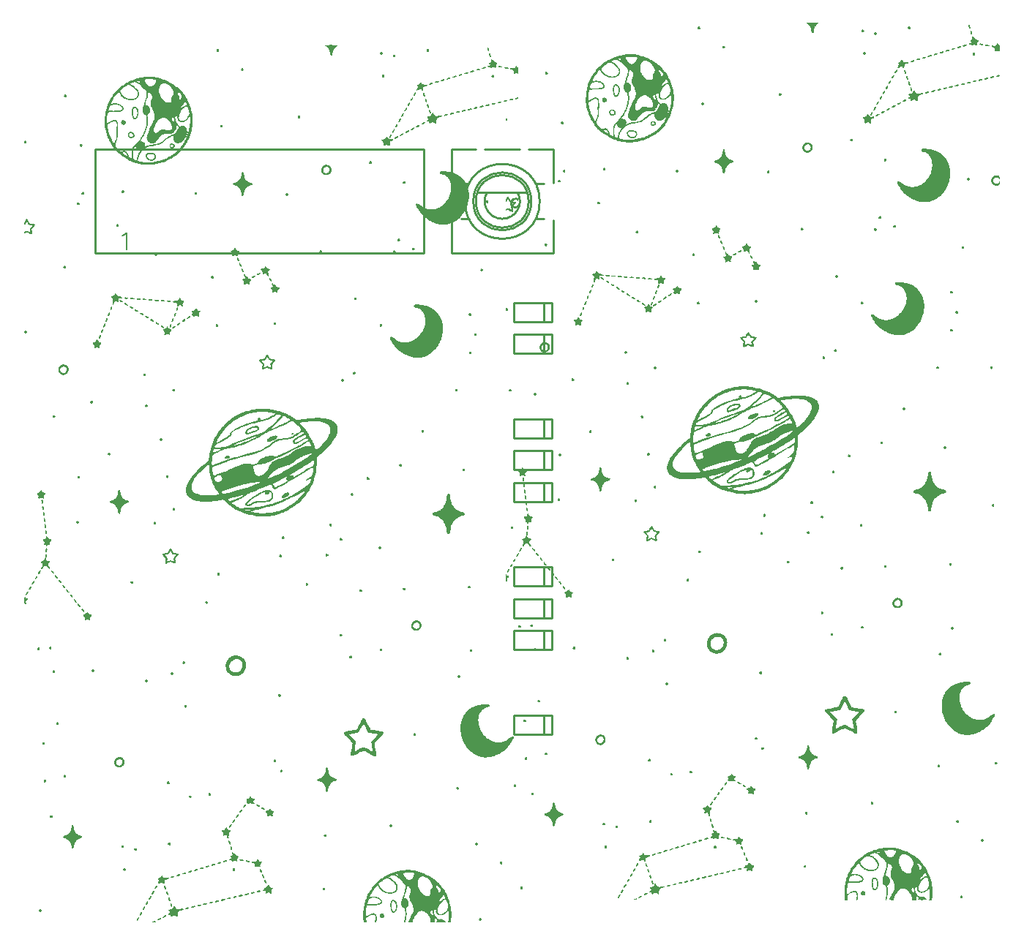
<source format=gto>
G04 Layer: TopSilkscreenLayer*
G04 EasyEDA v6.5.47, 2024-10-01 18:36:09*
G04 3ec955026bfb45a2a6d22a94ecb3f8fa,969951738f564c6b9e5867b4eeab67b3,10*
G04 Gerber Generator version 0.2*
G04 Scale: 100 percent, Rotated: No, Reflected: No *
G04 Dimensions in inches *
G04 leading zeros omitted , absolute positions ,3 integer and 6 decimal *
%FSLAX36Y36*%
%MOIN*%

%ADD10C,0.0080*%
%ADD11C,0.0100*%

%LPD*%
G36*
X1630060Y2527600D02*
G01*
X1619760Y2527540D01*
X1613180Y2527380D01*
X1609660Y2527040D01*
X1608839Y2526780D01*
X1608540Y2526460D01*
X1608700Y2526060D01*
X1609199Y2525580D01*
X1612400Y2523300D01*
X1614640Y2521580D01*
X1616680Y2519860D01*
X1618580Y2518120D01*
X1620300Y2516360D01*
X1621879Y2514540D01*
X1623320Y2512680D01*
X1624600Y2510760D01*
X1625760Y2508760D01*
X1626780Y2506680D01*
X1627700Y2504520D01*
X1628480Y2502260D01*
X1629160Y2499880D01*
X1629740Y2497380D01*
X1630620Y2491980D01*
X1631579Y2485100D01*
X1632060Y2482780D01*
X1632580Y2481120D01*
X1633180Y2479980D01*
X1633920Y2479280D01*
X1634800Y2478940D01*
X1635880Y2478840D01*
X1638580Y2479420D01*
X1640540Y2481180D01*
X1641740Y2484060D01*
X1642140Y2488040D01*
X1642200Y2490200D01*
X1642660Y2494480D01*
X1643060Y2496580D01*
X1643580Y2498660D01*
X1644199Y2500700D01*
X1644920Y2502720D01*
X1646699Y2506660D01*
X1647740Y2508580D01*
X1648880Y2510440D01*
X1651480Y2514060D01*
X1652920Y2515800D01*
X1656100Y2519120D01*
X1659640Y2522200D01*
X1661540Y2523660D01*
X1664340Y2525600D01*
X1664840Y2526080D01*
X1664980Y2526460D01*
X1664680Y2526780D01*
X1663839Y2527040D01*
X1660300Y2527380D01*
X1653720Y2527540D01*
G37*
G36*
X2349220Y2517720D02*
G01*
X2348200Y2517500D01*
X2347240Y2516680D01*
X2346720Y2515420D01*
X2346580Y2513540D01*
X2346760Y2511220D01*
X2347260Y2508660D01*
X2347980Y2506060D01*
X2348900Y2503620D01*
X2349980Y2501520D01*
X2351160Y2499960D01*
X2352360Y2499020D01*
X2353380Y2498740D01*
X2354220Y2499040D01*
X2354840Y2499900D01*
X2355220Y2501260D01*
X2355340Y2503060D01*
X2355200Y2505280D01*
X2354740Y2507860D01*
X2354000Y2510700D01*
X2353140Y2513100D01*
X2352220Y2515020D01*
X2351240Y2516460D01*
X2350240Y2517360D01*
G37*
G36*
X1119300Y2509400D02*
G01*
X1118200Y2509260D01*
X1117020Y2508880D01*
X1115920Y2508280D01*
X1115020Y2507580D01*
X1113640Y2505580D01*
X1113120Y2503440D01*
X1113400Y2501300D01*
X1114320Y2499340D01*
X1115780Y2497700D01*
X1117700Y2496580D01*
X1119940Y2496100D01*
X1122400Y2496440D01*
X1124180Y2497520D01*
X1125200Y2499220D01*
X1125560Y2501340D01*
X1125320Y2503600D01*
X1124500Y2505780D01*
X1123180Y2507640D01*
X1121440Y2508920D01*
G37*
G36*
X2076320Y2509400D02*
G01*
X2075220Y2509260D01*
X2074060Y2508880D01*
X2072940Y2508280D01*
X2072040Y2507580D01*
X2070960Y2506160D01*
X2070380Y2504620D01*
X2070240Y2503040D01*
X2070480Y2501440D01*
X2071060Y2499940D01*
X2071920Y2498580D01*
X2073000Y2497420D01*
X2074280Y2496540D01*
X2075660Y2496020D01*
X2077140Y2495900D01*
X2078620Y2496240D01*
X2080100Y2497140D01*
X2081480Y2498760D01*
X2082240Y2500660D01*
X2082420Y2502680D01*
X2082060Y2504700D01*
X2081240Y2506520D01*
X2079960Y2508020D01*
X2078320Y2509040D01*
G37*
G36*
X1864220Y2497020D02*
G01*
X1862260Y2496240D01*
X1859980Y2494120D01*
X1858839Y2492500D01*
X1858220Y2490860D01*
X1858100Y2489260D01*
X1858420Y2487760D01*
X1859079Y2486420D01*
X1860060Y2485280D01*
X1861300Y2484400D01*
X1862700Y2483840D01*
X1864259Y2483640D01*
X1865860Y2483880D01*
X1867480Y2484580D01*
X1869060Y2485820D01*
X1870800Y2488100D01*
X1871320Y2490260D01*
X1870620Y2492400D01*
X1868660Y2494660D01*
X1866240Y2496480D01*
G37*
G36*
X2357980Y2490800D02*
G01*
X2356380Y2490680D01*
X2355100Y2488720D01*
X2354740Y2486800D01*
X2354860Y2484420D01*
X2355360Y2481780D01*
X2356180Y2479120D01*
X2357220Y2476660D01*
X2358400Y2474620D01*
X2359640Y2473240D01*
X2360880Y2472720D01*
X2362040Y2472960D01*
X2362920Y2473680D01*
X2363480Y2474840D01*
X2363720Y2476400D01*
X2363640Y2478300D01*
X2363260Y2480520D01*
X2362540Y2483020D01*
X2361520Y2485760D01*
X2359720Y2489140D01*
G37*
G36*
X1921819Y2484760D02*
G01*
X1920140Y2483960D01*
X1918280Y2481720D01*
X1917360Y2480020D01*
X1916900Y2478320D01*
X1916860Y2476680D01*
X1917260Y2475160D01*
X1918040Y2473820D01*
X1919180Y2472700D01*
X1920660Y2471900D01*
X1922440Y2471480D01*
X1924620Y2471540D01*
X1926440Y2472240D01*
X1927840Y2473440D01*
X1928760Y2474980D01*
X1929139Y2476760D01*
X1928959Y2478620D01*
X1928160Y2480440D01*
X1926660Y2482080D01*
X1923839Y2484120D01*
G37*
G36*
X2365820Y2464000D02*
G01*
X2364700Y2463780D01*
X2363720Y2463080D01*
X2362960Y2461960D01*
X2362560Y2460440D01*
X2362620Y2458580D01*
X2363960Y2451480D01*
X2363840Y2450500D01*
X2363020Y2449560D01*
X2361560Y2448700D01*
X2359520Y2448000D01*
X2356160Y2446700D01*
X2354800Y2445080D01*
X2355400Y2443000D01*
X2359140Y2439140D01*
X2359820Y2438100D01*
X2360000Y2437140D01*
X2359640Y2436300D01*
X2358740Y2435520D01*
X2357280Y2434820D01*
X2355260Y2434140D01*
X2352640Y2433500D01*
X2350280Y2432720D01*
X2348720Y2431700D01*
X2347960Y2430540D01*
X2347940Y2429400D01*
X2348620Y2428360D01*
X2349980Y2427580D01*
X2351980Y2427180D01*
X2354560Y2427280D01*
X2357460Y2427560D01*
X2359340Y2427460D01*
X2360360Y2426920D01*
X2360680Y2425940D01*
X2361780Y2424480D01*
X2364340Y2423820D01*
X2367160Y2424080D01*
X2369080Y2425320D01*
X2369740Y2425920D01*
X2370820Y2426400D01*
X2372180Y2426740D01*
X2373660Y2426860D01*
X2375160Y2426740D01*
X2376520Y2426400D01*
X2377600Y2425920D01*
X2378900Y2424740D01*
X2379960Y2424240D01*
X2381300Y2423920D01*
X2382760Y2423800D01*
X2384160Y2424100D01*
X2385380Y2424920D01*
X2386380Y2426160D01*
X2387100Y2427660D01*
X2387500Y2429340D01*
X2387560Y2431040D01*
X2387200Y2432640D01*
X2386400Y2434060D01*
X2385920Y2435120D01*
X2386160Y2436400D01*
X2387120Y2437960D01*
X2391640Y2443020D01*
X2392540Y2445180D01*
X2391520Y2446620D01*
X2388580Y2447600D01*
X2382080Y2449140D01*
X2381020Y2449740D01*
X2379860Y2450920D01*
X2378720Y2452520D01*
X2376680Y2456280D01*
X2375460Y2457720D01*
X2374120Y2458640D01*
X2372720Y2458960D01*
X2371500Y2459140D01*
X2370360Y2459640D01*
X2369440Y2460360D01*
X2368020Y2462780D01*
X2366960Y2463680D01*
G37*
G36*
X2478540Y2432660D02*
G01*
X2477720Y2432420D01*
X2476940Y2431600D01*
X2476140Y2430200D01*
X2475280Y2428260D01*
X2474240Y2426260D01*
X2472960Y2424600D01*
X2471380Y2423260D01*
X2469540Y2422280D01*
X2467400Y2421620D01*
X2464960Y2421280D01*
X2462240Y2421280D01*
X2456280Y2421920D01*
X2454040Y2421860D01*
X2452500Y2421440D01*
X2451580Y2420660D01*
X2451540Y2418720D01*
X2453220Y2416740D01*
X2456000Y2415240D01*
X2459340Y2414620D01*
X2461340Y2414400D01*
X2463080Y2413720D01*
X2464540Y2412660D01*
X2465720Y2411220D01*
X2466560Y2409460D01*
X2467060Y2407380D01*
X2467200Y2405060D01*
X2466620Y2400140D01*
X2466600Y2398360D01*
X2466920Y2397120D01*
X2467600Y2396420D01*
X2468680Y2396220D01*
X2470200Y2396520D01*
X2472200Y2397300D01*
X2477120Y2399640D01*
X2478920Y2400020D01*
X2480540Y2399640D01*
X2483960Y2397660D01*
X2485380Y2396940D01*
X2486620Y2396460D01*
X2487500Y2396280D01*
X2487940Y2396780D01*
X2488320Y2398160D01*
X2488620Y2400280D01*
X2489000Y2405920D01*
X2489100Y2412320D01*
X2488880Y2418100D01*
X2488640Y2420300D01*
X2488300Y2421840D01*
X2487880Y2422520D01*
X2487140Y2423120D01*
X2486020Y2424340D01*
X2484640Y2426040D01*
X2481720Y2430020D01*
X2480480Y2431480D01*
X2479440Y2432360D01*
G37*
G36*
X2400880Y2432220D02*
G01*
X2398820Y2431980D01*
X2397520Y2430860D01*
X2396840Y2429660D01*
X2396820Y2428540D01*
X2397420Y2427500D01*
X2398560Y2426580D01*
X2400220Y2425800D01*
X2402340Y2425200D01*
X2404900Y2424820D01*
X2407820Y2424660D01*
X2410520Y2424780D01*
X2412640Y2425180D01*
X2414160Y2425800D01*
X2415020Y2426580D01*
X2415180Y2427440D01*
X2414620Y2428340D01*
X2413280Y2429180D01*
X2411120Y2429940D01*
X2404660Y2431580D01*
G37*
G36*
X2336720Y2428220D02*
G01*
X2335160Y2428120D01*
X2333180Y2427740D01*
X2330740Y2427040D01*
X2321300Y2423820D01*
X2320820Y2423060D01*
X2320980Y2421400D01*
X2321580Y2419600D01*
X2322480Y2418420D01*
X2324080Y2418060D01*
X2326400Y2418280D01*
X2329140Y2418980D01*
X2332020Y2420040D01*
X2334760Y2421340D01*
X2337080Y2422760D01*
X2338680Y2424160D01*
X2339260Y2425460D01*
X2339120Y2426600D01*
X2338680Y2427460D01*
X2337880Y2427980D01*
G37*
G36*
X2430000Y2426740D02*
G01*
X2427980Y2426720D01*
X2426240Y2426460D01*
X2424900Y2425980D01*
X2424060Y2425220D01*
X2423580Y2423680D01*
X2424560Y2422400D01*
X2427300Y2421180D01*
X2432140Y2419800D01*
X2437100Y2418820D01*
X2440560Y2418760D01*
X2442580Y2419660D01*
X2443220Y2421520D01*
X2442900Y2422500D01*
X2441960Y2423440D01*
X2440540Y2424280D01*
X2438740Y2425060D01*
X2436680Y2425700D01*
X2434480Y2426220D01*
X2432200Y2426560D01*
G37*
G36*
X1232300Y2422100D02*
G01*
X1229140Y2421240D01*
X1227360Y2420280D01*
X1226220Y2418620D01*
X1225660Y2416560D01*
X1225660Y2414320D01*
X1226200Y2412140D01*
X1227240Y2410300D01*
X1228760Y2409000D01*
X1230720Y2408520D01*
X1233160Y2409260D01*
X1235720Y2411080D01*
X1237720Y2413420D01*
X1238540Y2415660D01*
X1237740Y2417360D01*
X1235880Y2419580D01*
X1233780Y2421440D01*
G37*
G36*
X2310440Y2420520D02*
G01*
X2303020Y2418700D01*
X2298860Y2417220D01*
X2296220Y2415320D01*
X2295300Y2413220D01*
X2296280Y2411140D01*
X2297360Y2410900D01*
X2299460Y2411060D01*
X2302200Y2411520D01*
X2305260Y2412200D01*
X2308240Y2413020D01*
X2310800Y2413880D01*
X2312600Y2414700D01*
X2313280Y2415380D01*
X2312960Y2416920D01*
X2312180Y2418660D01*
X2311240Y2420020D01*
G37*
G36*
X2281500Y2411400D02*
G01*
X2278940Y2411180D01*
X2276120Y2410560D01*
X2273140Y2409580D01*
X2270360Y2407680D01*
X2269020Y2405300D01*
X2269340Y2403260D01*
X2271520Y2402400D01*
X2273120Y2402540D01*
X2275120Y2402980D01*
X2277360Y2403600D01*
X2281840Y2405220D01*
X2283740Y2406100D01*
X2285200Y2406940D01*
X2286040Y2407660D01*
X2286620Y2409000D01*
X2286340Y2410080D01*
X2285320Y2410840D01*
X2283660Y2411280D01*
G37*
G36*
X2256460Y2403760D02*
G01*
X2254700Y2403680D01*
X2252600Y2403340D01*
X2250220Y2402760D01*
X2247560Y2401920D01*
X2244800Y2400760D01*
X2242840Y2399500D01*
X2241660Y2398220D01*
X2241260Y2397060D01*
X2241660Y2396080D01*
X2242840Y2395400D01*
X2244820Y2395120D01*
X2247580Y2395340D01*
X2250420Y2395860D01*
X2252880Y2396480D01*
X2254980Y2397160D01*
X2256700Y2397900D01*
X2258040Y2398740D01*
X2259000Y2399660D01*
X2259580Y2400640D01*
X2259780Y2401680D01*
X2259560Y2402580D01*
X2258920Y2403220D01*
X2257860Y2403620D01*
G37*
G36*
X2229800Y2396060D02*
G01*
X2226500Y2395660D01*
X2221560Y2394120D01*
X2219200Y2393080D01*
X2217400Y2391940D01*
X2216220Y2390780D01*
X2215640Y2389660D01*
X2215700Y2388660D01*
X2216400Y2387840D01*
X2217780Y2387300D01*
X2219840Y2387100D01*
X2222240Y2387240D01*
X2224520Y2387640D01*
X2226620Y2388240D01*
X2228480Y2389040D01*
X2230040Y2390000D01*
X2231220Y2391080D01*
X2231980Y2392240D01*
X2232260Y2393460D01*
X2231680Y2395340D01*
G37*
G36*
X1872980Y2393220D02*
G01*
X1871800Y2393040D01*
X1870560Y2392580D01*
X1869400Y2391880D01*
X1868480Y2391020D01*
X1867300Y2388900D01*
X1866980Y2386660D01*
X1867380Y2384440D01*
X1868360Y2382440D01*
X1869800Y2380840D01*
X1871600Y2379840D01*
X1873580Y2379640D01*
X1875660Y2380400D01*
X1877360Y2381920D01*
X1878420Y2383840D01*
X1878839Y2385960D01*
X1878680Y2388080D01*
X1877980Y2390060D01*
X1876780Y2391700D01*
X1875100Y2392820D01*
G37*
G36*
X2371820Y2391500D02*
G01*
X2370200Y2391200D01*
X2367940Y2390040D01*
X2366360Y2388660D01*
X2365480Y2386880D01*
X2365220Y2384880D01*
X2365560Y2382860D01*
X2366420Y2380980D01*
X2367760Y2379400D01*
X2369500Y2378340D01*
X2371620Y2377940D01*
X2373400Y2378260D01*
X2374860Y2379160D01*
X2375980Y2380500D01*
X2376720Y2382160D01*
X2377040Y2383980D01*
X2376900Y2385880D01*
X2376260Y2387680D01*
X2375080Y2389300D01*
X2373300Y2390880D01*
G37*
G36*
X2203420Y2388380D02*
G01*
X2201200Y2387980D01*
X2197100Y2386860D01*
X2192760Y2385320D01*
X2190020Y2383560D01*
X2188880Y2381640D01*
X2189380Y2379560D01*
X2190320Y2378500D01*
X2191660Y2378140D01*
X2193860Y2378480D01*
X2197360Y2379520D01*
X2200200Y2380500D01*
X2202520Y2381460D01*
X2204320Y2382400D01*
X2205620Y2383320D01*
X2206400Y2384220D01*
X2206720Y2385100D01*
X2206520Y2386000D01*
X2205860Y2386900D01*
X2204660Y2388000D01*
G37*
G36*
X806080Y2383640D02*
G01*
X801700Y2383560D01*
X797400Y2383340D01*
X793199Y2382960D01*
X789080Y2382420D01*
X775020Y2380140D01*
X763540Y2378000D01*
X759240Y2377060D01*
X756200Y2376260D01*
X750879Y2374600D01*
X743100Y2372000D01*
X738040Y2370180D01*
X730620Y2367320D01*
X727962Y2366220D01*
X784780Y2366220D01*
X785480Y2367500D01*
X787240Y2369000D01*
X789620Y2370300D01*
X790780Y2370640D01*
X792400Y2370940D01*
X796800Y2371360D01*
X802340Y2371620D01*
X808520Y2371680D01*
X814880Y2371540D01*
X820900Y2371240D01*
X826120Y2370760D01*
X828280Y2370440D01*
X830060Y2370080D01*
X833319Y2369260D01*
X835720Y2368520D01*
X837300Y2367680D01*
X838139Y2366620D01*
X838280Y2365200D01*
X837780Y2363240D01*
X836720Y2360640D01*
X833960Y2354920D01*
X832760Y2352760D01*
X831520Y2350740D01*
X830240Y2348880D01*
X828920Y2347180D01*
X827580Y2345620D01*
X826200Y2344200D01*
X824820Y2342940D01*
X823400Y2341840D01*
X821960Y2340880D01*
X820500Y2340080D01*
X819020Y2339420D01*
X817540Y2338920D01*
X816040Y2338580D01*
X814539Y2338380D01*
X813040Y2338320D01*
X811540Y2338420D01*
X810020Y2338680D01*
X808520Y2339080D01*
X807020Y2339640D01*
X805540Y2340340D01*
X804060Y2341200D01*
X802600Y2342200D01*
X801160Y2343360D01*
X799740Y2344660D01*
X798340Y2346120D01*
X796960Y2347740D01*
X795600Y2349500D01*
X794280Y2351400D01*
X791740Y2355680D01*
X788980Y2361000D01*
X787520Y2363420D01*
X786320Y2365060D01*
X784780Y2366220D01*
X727962Y2366220D01*
X723439Y2364300D01*
X715982Y2360880D01*
X752480Y2360880D01*
X752540Y2361320D01*
X753080Y2362540D01*
X755360Y2364020D01*
X758660Y2364200D01*
X761760Y2363200D01*
X763500Y2361220D01*
X763460Y2358840D01*
X762039Y2357500D01*
X759620Y2357320D01*
X756520Y2358460D01*
X752620Y2360640D01*
X752480Y2360880D01*
X715982Y2360880D01*
X707520Y2356620D01*
X703199Y2354280D01*
X694820Y2349360D01*
X690759Y2346780D01*
X686820Y2344140D01*
X682960Y2341420D01*
X679200Y2338620D01*
X675520Y2335740D01*
X671940Y2332800D01*
X668439Y2329760D01*
X665040Y2326660D01*
X661720Y2323480D01*
X656260Y2317840D01*
X675300Y2317840D01*
X675460Y2319100D01*
X676000Y2320360D01*
X676919Y2321700D01*
X678300Y2323180D01*
X680140Y2324840D01*
X682500Y2326800D01*
X688940Y2331780D01*
X695520Y2336720D01*
X700800Y2340420D01*
X703040Y2341840D01*
X705080Y2343000D01*
X706960Y2343880D01*
X708700Y2344520D01*
X710320Y2344920D01*
X711900Y2345100D01*
X713460Y2345060D01*
X715040Y2344820D01*
X716680Y2344380D01*
X718400Y2343780D01*
X722280Y2342060D01*
X727220Y2339500D01*
X731880Y2336660D01*
X736200Y2333600D01*
X740180Y2330360D01*
X743760Y2326960D01*
X745400Y2325240D01*
X746919Y2323500D01*
X748319Y2321740D01*
X749599Y2319960D01*
X750740Y2318200D01*
X751760Y2316440D01*
X752660Y2314680D01*
X753400Y2312940D01*
X754000Y2311220D01*
X754440Y2309540D01*
X754740Y2307880D01*
X754880Y2306260D01*
X754860Y2304680D01*
X754659Y2303160D01*
X754260Y2301320D01*
X753760Y2299580D01*
X752460Y2296320D01*
X751660Y2294820D01*
X750780Y2293400D01*
X748780Y2290820D01*
X747680Y2289660D01*
X746480Y2288560D01*
X743900Y2286640D01*
X741060Y2285020D01*
X738020Y2283740D01*
X736420Y2283200D01*
X733080Y2282400D01*
X729599Y2281880D01*
X726000Y2281680D01*
X722300Y2281780D01*
X718540Y2282200D01*
X714740Y2282900D01*
X710920Y2283900D01*
X707140Y2285200D01*
X703400Y2286780D01*
X699740Y2288660D01*
X696180Y2290800D01*
X692760Y2293240D01*
X689500Y2295960D01*
X686440Y2298940D01*
X683580Y2302200D01*
X682240Y2303920D01*
X679780Y2307580D01*
X677600Y2311500D01*
X675939Y2315060D01*
X675480Y2316520D01*
X675300Y2317840D01*
X656260Y2317840D01*
X650840Y2311720D01*
X647920Y2308180D01*
X645100Y2304560D01*
X642360Y2300860D01*
X639700Y2297080D01*
X637120Y2293200D01*
X634640Y2289260D01*
X631060Y2283180D01*
X626600Y2274780D01*
X624480Y2270440D01*
X620500Y2261520D01*
X618620Y2256940D01*
X616840Y2252260D01*
X614300Y2245080D01*
X612840Y2240560D01*
X611600Y2236180D01*
X610234Y2230580D01*
X622440Y2230580D01*
X622560Y2233040D01*
X622960Y2235540D01*
X623560Y2238040D01*
X624360Y2240500D01*
X625340Y2242900D01*
X626480Y2245140D01*
X627740Y2247240D01*
X629120Y2249100D01*
X630580Y2250720D01*
X632080Y2252040D01*
X633620Y2253020D01*
X635180Y2253600D01*
X637860Y2254200D01*
X643300Y2255100D01*
X648740Y2255580D01*
X654060Y2255640D01*
X659140Y2255320D01*
X663840Y2254600D01*
X666040Y2254100D01*
X668080Y2253500D01*
X669980Y2252800D01*
X671700Y2252020D01*
X673259Y2251140D01*
X675500Y2249640D01*
X677500Y2248180D01*
X679240Y2246760D01*
X680720Y2245380D01*
X681960Y2244040D01*
X682940Y2242740D01*
X683660Y2241480D01*
X684140Y2240260D01*
X684360Y2239080D01*
X684340Y2237960D01*
X684060Y2236880D01*
X683540Y2235860D01*
X682780Y2234880D01*
X681780Y2233960D01*
X680520Y2233100D01*
X679020Y2232300D01*
X677280Y2231540D01*
X675320Y2230860D01*
X673100Y2230240D01*
X670639Y2229680D01*
X667960Y2229180D01*
X665020Y2228740D01*
X658460Y2228080D01*
X651540Y2227680D01*
X644940Y2227520D01*
X638840Y2227560D01*
X631040Y2228000D01*
X627020Y2228540D01*
X625440Y2228860D01*
X624160Y2229240D01*
X623220Y2229640D01*
X622640Y2230100D01*
X622440Y2230580D01*
X610234Y2230580D01*
X608400Y2221500D01*
X607520Y2216220D01*
X606040Y2205340D01*
X605460Y2199800D01*
X604600Y2188720D01*
X604231Y2179620D01*
X614580Y2179620D01*
X614600Y2181800D01*
X615000Y2187300D01*
X615800Y2194460D01*
X617920Y2210960D01*
X618560Y2214620D01*
X618960Y2216100D01*
X619460Y2217360D01*
X620080Y2218420D01*
X620860Y2219320D01*
X621820Y2220040D01*
X622980Y2220620D01*
X624400Y2221080D01*
X626060Y2221420D01*
X628040Y2221680D01*
X632980Y2221980D01*
X647660Y2222260D01*
X655879Y2222500D01*
X662980Y2222880D01*
X669020Y2223420D01*
X674100Y2224160D01*
X676320Y2224600D01*
X680140Y2225680D01*
X681780Y2226320D01*
X683240Y2227020D01*
X684539Y2227780D01*
X685699Y2228640D01*
X686720Y2229560D01*
X687600Y2230560D01*
X688379Y2231640D01*
X689060Y2232820D01*
X689640Y2234080D01*
X690160Y2235640D01*
X690440Y2237180D01*
X690500Y2238740D01*
X690320Y2240280D01*
X689960Y2241820D01*
X689380Y2243340D01*
X688620Y2244840D01*
X687700Y2246320D01*
X686600Y2247760D01*
X685340Y2249160D01*
X683940Y2250520D01*
X682400Y2251840D01*
X678940Y2254320D01*
X677060Y2255460D01*
X675080Y2256540D01*
X670860Y2258460D01*
X666400Y2260060D01*
X664080Y2260720D01*
X661740Y2261280D01*
X659380Y2261740D01*
X657000Y2262080D01*
X654599Y2262320D01*
X652220Y2262420D01*
X649860Y2262400D01*
X647520Y2262260D01*
X645220Y2261980D01*
X642980Y2261560D01*
X640780Y2261000D01*
X638640Y2260280D01*
X637500Y2260020D01*
X636640Y2260160D01*
X636040Y2260700D01*
X635700Y2261580D01*
X635580Y2262780D01*
X635700Y2264240D01*
X636040Y2265960D01*
X636580Y2267900D01*
X637320Y2270020D01*
X639360Y2274640D01*
X640620Y2277080D01*
X642039Y2279560D01*
X643620Y2282060D01*
X645300Y2284520D01*
X655620Y2297820D01*
X664080Y2308520D01*
X665580Y2310220D01*
X666820Y2311440D01*
X667840Y2312180D01*
X668680Y2312480D01*
X669380Y2312380D01*
X670020Y2311900D01*
X670639Y2311080D01*
X674080Y2304480D01*
X676480Y2300740D01*
X679140Y2297260D01*
X682039Y2294020D01*
X685140Y2291060D01*
X688460Y2288360D01*
X691940Y2285900D01*
X695540Y2283720D01*
X699280Y2281800D01*
X703120Y2280160D01*
X707020Y2278780D01*
X710960Y2277680D01*
X714920Y2276860D01*
X718880Y2276320D01*
X722800Y2276060D01*
X726680Y2276100D01*
X730480Y2276400D01*
X734180Y2277000D01*
X737740Y2277900D01*
X741160Y2279080D01*
X744400Y2280580D01*
X747440Y2282360D01*
X750260Y2284440D01*
X752820Y2286840D01*
X755100Y2289540D01*
X756140Y2291000D01*
X757099Y2292560D01*
X758760Y2295880D01*
X760080Y2299500D01*
X760480Y2301180D01*
X760699Y2302900D01*
X760759Y2304700D01*
X760660Y2306540D01*
X760400Y2308440D01*
X760000Y2310380D01*
X759460Y2312340D01*
X758760Y2314340D01*
X757940Y2316360D01*
X757000Y2318380D01*
X755939Y2320400D01*
X753439Y2324420D01*
X750540Y2328360D01*
X748960Y2330280D01*
X745500Y2333980D01*
X741740Y2337440D01*
X739760Y2339080D01*
X735620Y2342080D01*
X733460Y2343460D01*
X731280Y2344720D01*
X726780Y2346900D01*
X724479Y2347820D01*
X723000Y2348780D01*
X721919Y2350160D01*
X721540Y2351400D01*
X722200Y2351960D01*
X735860Y2357280D01*
X737640Y2357820D01*
X739260Y2358160D01*
X740840Y2358300D01*
X742420Y2358200D01*
X744100Y2357860D01*
X745980Y2357280D01*
X748120Y2356440D01*
X753500Y2353940D01*
X756900Y2352260D01*
X759020Y2351120D01*
X761100Y2349820D01*
X763180Y2348360D01*
X765240Y2346700D01*
X767300Y2344880D01*
X769380Y2342860D01*
X771480Y2340620D01*
X778940Y2332140D01*
X782260Y2328680D01*
X784940Y2326160D01*
X787380Y2324260D01*
X788720Y2323080D01*
X789880Y2321920D01*
X851540Y2321920D01*
X851640Y2324340D01*
X851860Y2326740D01*
X852220Y2329100D01*
X852680Y2331400D01*
X853240Y2333640D01*
X853940Y2335820D01*
X854740Y2337920D01*
X855660Y2339940D01*
X856680Y2341860D01*
X857800Y2343660D01*
X859040Y2345360D01*
X860380Y2346940D01*
X861800Y2348380D01*
X863340Y2349680D01*
X864960Y2350820D01*
X866680Y2351800D01*
X868319Y2352600D01*
X869880Y2353220D01*
X871360Y2353660D01*
X872860Y2353920D01*
X874380Y2353980D01*
X875980Y2353860D01*
X877700Y2353540D01*
X879580Y2353000D01*
X881680Y2352260D01*
X886680Y2350120D01*
X891780Y2347640D01*
X895660Y2345480D01*
X897460Y2344360D01*
X900740Y2341980D01*
X902280Y2340720D01*
X905100Y2338000D01*
X907660Y2334980D01*
X908880Y2333340D01*
X911160Y2329760D01*
X913319Y2325720D01*
X915420Y2321160D01*
X917500Y2316020D01*
X918199Y2313820D01*
X918600Y2311700D01*
X918640Y2309580D01*
X918396Y2307720D01*
X936500Y2307720D01*
X936720Y2309860D01*
X937360Y2311720D01*
X938139Y2312920D01*
X939160Y2313420D01*
X940420Y2313240D01*
X941960Y2312340D01*
X943840Y2310700D01*
X946100Y2308320D01*
X950620Y2302860D01*
X953400Y2299100D01*
X954320Y2297540D01*
X954940Y2296100D01*
X955260Y2294700D01*
X955300Y2293300D01*
X955060Y2291800D01*
X954580Y2290160D01*
X953820Y2288300D01*
X951580Y2283680D01*
X949800Y2280280D01*
X948400Y2277860D01*
X947340Y2276460D01*
X946580Y2276060D01*
X946040Y2276680D01*
X945720Y2278320D01*
X945560Y2280980D01*
X945480Y2287420D01*
X945360Y2289700D01*
X945100Y2291640D01*
X944680Y2293320D01*
X944060Y2294880D01*
X943199Y2296440D01*
X942080Y2298080D01*
X938360Y2303020D01*
X937020Y2305520D01*
X936500Y2307720D01*
X918396Y2307720D01*
X917720Y2305200D01*
X916740Y2302840D01*
X915360Y2300260D01*
X912020Y2295000D01*
X910780Y2292900D01*
X909840Y2290980D01*
X909180Y2289100D01*
X908740Y2287100D01*
X908480Y2284860D01*
X908319Y2279000D01*
X908319Y2268480D01*
X903240Y2266640D01*
X901260Y2266020D01*
X899220Y2265580D01*
X897140Y2265340D01*
X895060Y2265260D01*
X892940Y2265340D01*
X890819Y2265600D01*
X888720Y2266020D01*
X886620Y2266600D01*
X884539Y2267320D01*
X882480Y2268220D01*
X880480Y2269240D01*
X878520Y2270400D01*
X876620Y2271700D01*
X874800Y2273140D01*
X873040Y2274700D01*
X871360Y2276400D01*
X869780Y2278200D01*
X868319Y2280120D01*
X866960Y2282160D01*
X865720Y2284300D01*
X864840Y2285560D01*
X863840Y2286440D01*
X862780Y2286880D01*
X861780Y2286800D01*
X860819Y2286580D01*
X860300Y2286900D01*
X860200Y2287820D01*
X860840Y2290940D01*
X860780Y2291780D01*
X860300Y2291980D01*
X858620Y2291140D01*
X858199Y2291080D01*
X858100Y2291340D01*
X858379Y2291920D01*
X858460Y2293240D01*
X857920Y2295680D01*
X856880Y2298860D01*
X854460Y2304800D01*
X853640Y2307200D01*
X852960Y2309620D01*
X852420Y2312080D01*
X852000Y2314540D01*
X851720Y2317000D01*
X851540Y2321920D01*
X789880Y2321920D01*
X791080Y2320560D01*
X792060Y2319220D01*
X792940Y2317800D01*
X793720Y2316320D01*
X794360Y2314760D01*
X794880Y2313120D01*
X795300Y2311400D01*
X795600Y2309580D01*
X795780Y2307660D01*
X795860Y2305660D01*
X795639Y2301320D01*
X795380Y2298980D01*
X794479Y2293940D01*
X793139Y2288360D01*
X791360Y2282260D01*
X786720Y2268480D01*
X784760Y2262240D01*
X783420Y2257480D01*
X782680Y2253400D01*
X782020Y2251600D01*
X781060Y2249720D01*
X778800Y2246320D01*
X777940Y2244420D01*
X777280Y2242320D01*
X776820Y2240080D01*
X776540Y2237680D01*
X776460Y2235200D01*
X776540Y2232660D01*
X776800Y2230100D01*
X777220Y2227540D01*
X777780Y2225020D01*
X778480Y2222600D01*
X779300Y2220260D01*
X780260Y2218080D01*
X781340Y2216080D01*
X782500Y2214300D01*
X783780Y2212760D01*
X785140Y2211500D01*
X786580Y2210560D01*
X788080Y2209980D01*
X789640Y2209760D01*
X790440Y2209540D01*
X791180Y2208900D01*
X791880Y2207840D01*
X792540Y2206400D01*
X793120Y2204580D01*
X793640Y2202440D01*
X794100Y2199980D01*
X794479Y2197200D01*
X794780Y2194160D01*
X795140Y2187340D01*
X795160Y2181260D01*
X795000Y2176580D01*
X794659Y2171940D01*
X794160Y2167320D01*
X793500Y2162720D01*
X792660Y2158160D01*
X791640Y2153620D01*
X790460Y2149100D01*
X789120Y2144600D01*
X787580Y2140120D01*
X785879Y2135640D01*
X784000Y2131200D01*
X781960Y2126760D01*
X779740Y2122320D01*
X777340Y2117900D01*
X774740Y2113480D01*
X772000Y2109080D01*
X769060Y2104660D01*
X765939Y2100260D01*
X762640Y2095860D01*
X757753Y2089760D01*
X766100Y2089760D01*
X775360Y2103400D01*
X778180Y2107880D01*
X780860Y2112480D01*
X783400Y2117200D01*
X785819Y2122000D01*
X788060Y2126880D01*
X790160Y2131820D01*
X792120Y2136780D01*
X793900Y2141780D01*
X795520Y2146780D01*
X796960Y2151760D01*
X798240Y2156700D01*
X799320Y2161600D01*
X800240Y2166420D01*
X800939Y2171140D01*
X801480Y2175780D01*
X801800Y2180280D01*
X801919Y2184620D01*
X801840Y2188820D01*
X801540Y2192840D01*
X801020Y2196660D01*
X800280Y2200260D01*
X799160Y2204960D01*
X799440Y2207220D01*
X801000Y2209580D01*
X805699Y2214480D01*
X807039Y2216320D01*
X808180Y2218260D01*
X809100Y2220300D01*
X809840Y2222440D01*
X810400Y2224660D01*
X810759Y2226920D01*
X810960Y2229200D01*
X810980Y2231500D01*
X810819Y2233780D01*
X810500Y2236040D01*
X810040Y2238240D01*
X809400Y2240400D01*
X808620Y2242460D01*
X807700Y2244400D01*
X806640Y2246240D01*
X805440Y2247920D01*
X804120Y2249440D01*
X802660Y2250780D01*
X801100Y2251940D01*
X799419Y2252860D01*
X797620Y2253540D01*
X795720Y2253960D01*
X792039Y2254280D01*
X790840Y2254820D01*
X790120Y2255840D01*
X789840Y2257380D01*
X790020Y2259540D01*
X790680Y2262360D01*
X791780Y2265940D01*
X798560Y2285040D01*
X799980Y2289780D01*
X800819Y2293540D01*
X801200Y2296880D01*
X801500Y2305620D01*
X801760Y2307600D01*
X802159Y2309120D01*
X802700Y2310220D01*
X803420Y2310920D01*
X804320Y2311200D01*
X805440Y2311080D01*
X806760Y2310560D01*
X808340Y2309680D01*
X810160Y2308420D01*
X812240Y2306820D01*
X814140Y2305120D01*
X815759Y2303280D01*
X817099Y2301280D01*
X818160Y2299160D01*
X818960Y2296900D01*
X819460Y2294480D01*
X819680Y2291940D01*
X819620Y2289240D01*
X819280Y2286400D01*
X818660Y2283420D01*
X817760Y2280300D01*
X815780Y2274720D01*
X815080Y2272320D01*
X814520Y2269820D01*
X814100Y2267280D01*
X813820Y2264740D01*
X813660Y2262240D01*
X813640Y2259780D01*
X813740Y2257440D01*
X814000Y2255240D01*
X814400Y2253180D01*
X814920Y2251360D01*
X815600Y2249760D01*
X820059Y2240840D01*
X949599Y2240840D01*
X950100Y2242820D01*
X951500Y2245460D01*
X953640Y2248520D01*
X960600Y2256740D01*
X963160Y2260120D01*
X965180Y2263060D01*
X967159Y2266460D01*
X968319Y2268000D01*
X969400Y2268860D01*
X970440Y2269020D01*
X971500Y2268460D01*
X972640Y2267200D01*
X973880Y2265200D01*
X976700Y2259480D01*
X977700Y2257160D01*
X978259Y2255420D01*
X978379Y2254180D01*
X978060Y2253360D01*
X977300Y2252860D01*
X976060Y2252640D01*
X974360Y2252580D01*
X972140Y2252240D01*
X969419Y2251320D01*
X966400Y2249920D01*
X963300Y2248200D01*
X960320Y2246260D01*
X957680Y2244240D01*
X955580Y2242260D01*
X952560Y2238100D01*
X951080Y2237420D01*
X950000Y2238320D01*
X949599Y2240840D01*
X820059Y2240840D01*
X822340Y2236100D01*
X824980Y2230320D01*
X827180Y2225120D01*
X828920Y2220460D01*
X830260Y2216220D01*
X831200Y2212360D01*
X831780Y2208760D01*
X832000Y2205400D01*
X832000Y2203760D01*
X831740Y2200560D01*
X831200Y2197380D01*
X829780Y2191240D01*
X829380Y2188120D01*
X829580Y2186000D01*
X830400Y2184500D01*
X831060Y2183560D01*
X831320Y2182860D01*
X831200Y2182400D01*
X830660Y2182240D01*
X830000Y2182400D01*
X829340Y2182820D01*
X828760Y2183420D01*
X828000Y2184760D01*
X827560Y2184760D01*
X827080Y2184180D01*
X825900Y2181340D01*
X823580Y2176460D01*
X819659Y2168860D01*
X808960Y2146980D01*
X808300Y2145280D01*
X807020Y2141240D01*
X828439Y2141240D01*
X828500Y2143080D01*
X828960Y2147000D01*
X829820Y2151180D01*
X831080Y2155560D01*
X832720Y2160120D01*
X834760Y2164800D01*
X837159Y2169540D01*
X839940Y2174280D01*
X843100Y2179000D01*
X844800Y2181340D01*
X846520Y2183460D01*
X848319Y2185420D01*
X850200Y2187220D01*
X852140Y2188880D01*
X854160Y2190360D01*
X856240Y2191680D01*
X858340Y2192840D01*
X860500Y2193820D01*
X862680Y2194640D01*
X864900Y2195300D01*
X867120Y2195760D01*
X869340Y2196060D01*
X871560Y2196180D01*
X873760Y2196100D01*
X875960Y2195860D01*
X878120Y2195420D01*
X880240Y2194800D01*
X882320Y2194000D01*
X884360Y2193000D01*
X886320Y2191800D01*
X888502Y2190280D01*
X910500Y2190280D01*
X910759Y2192520D01*
X911480Y2194860D01*
X912620Y2197240D01*
X913720Y2198880D01*
X914760Y2199840D01*
X915740Y2200120D01*
X916660Y2199740D01*
X917540Y2198660D01*
X918379Y2196900D01*
X919180Y2194440D01*
X920699Y2187880D01*
X922200Y2182120D01*
X922740Y2180500D01*
X923240Y2178080D01*
X922120Y2177280D01*
X919599Y2178060D01*
X915939Y2180460D01*
X913960Y2182200D01*
X912440Y2184060D01*
X911340Y2186040D01*
X910699Y2188100D01*
X910500Y2190280D01*
X888502Y2190280D01*
X891919Y2187760D01*
X894340Y2185760D01*
X896460Y2183860D01*
X898199Y2182100D01*
X899520Y2180540D01*
X900360Y2179220D01*
X900840Y2177460D01*
X901340Y2176720D01*
X902080Y2176060D01*
X903860Y2175020D01*
X904580Y2174140D01*
X905080Y2173060D01*
X905360Y2170700D01*
X905639Y2169500D01*
X906040Y2168440D01*
X907159Y2166580D01*
X907960Y2164780D01*
X908800Y2162460D01*
X909599Y2159900D01*
X910280Y2157260D01*
X910780Y2154820D01*
X911060Y2152560D01*
X911160Y2150520D01*
X911040Y2148660D01*
X910720Y2146980D01*
X910180Y2145500D01*
X909419Y2144200D01*
X908439Y2143080D01*
X907240Y2142140D01*
X905800Y2141380D01*
X904120Y2140800D01*
X902200Y2140380D01*
X900020Y2140120D01*
X897600Y2140040D01*
X894920Y2140100D01*
X892000Y2140340D01*
X888800Y2140720D01*
X876320Y2142860D01*
X871680Y2143400D01*
X868120Y2143540D01*
X866860Y2143440D01*
X866020Y2143240D01*
X864760Y2142800D01*
X863360Y2142460D01*
X862020Y2142300D01*
X860900Y2142300D01*
X859400Y2141800D01*
X857039Y2140240D01*
X854140Y2137860D01*
X848920Y2132800D01*
X847080Y2131120D01*
X845460Y2129780D01*
X843980Y2128760D01*
X842600Y2128040D01*
X841260Y2127560D01*
X839900Y2127300D01*
X838480Y2127220D01*
X837039Y2127300D01*
X835720Y2127540D01*
X834520Y2127960D01*
X833439Y2128520D01*
X832460Y2129240D01*
X831580Y2130080D01*
X830819Y2131080D01*
X830160Y2132200D01*
X829599Y2133440D01*
X829160Y2134780D01*
X828820Y2136260D01*
X828580Y2137820D01*
X828460Y2139480D01*
X828439Y2141240D01*
X807020Y2141240D01*
X804000Y2130600D01*
X802400Y2125900D01*
X800660Y2121420D01*
X798080Y2115760D01*
X797340Y2113800D01*
X796740Y2111880D01*
X796300Y2109980D01*
X796000Y2108100D01*
X795840Y2106240D01*
X795819Y2104440D01*
X795920Y2102660D01*
X796140Y2100920D01*
X796480Y2099240D01*
X796940Y2097580D01*
X798180Y2094460D01*
X798940Y2092960D01*
X799800Y2091540D01*
X801780Y2088880D01*
X804060Y2086500D01*
X806600Y2084440D01*
X807960Y2083520D01*
X810840Y2081960D01*
X813860Y2080760D01*
X817000Y2079960D01*
X818600Y2079720D01*
X820220Y2079600D01*
X821860Y2079580D01*
X823480Y2079680D01*
X825120Y2079900D01*
X826740Y2080220D01*
X829940Y2081279D01*
X831500Y2082000D01*
X833040Y2082860D01*
X834560Y2083860D01*
X836020Y2085000D01*
X837460Y2086300D01*
X838840Y2087720D01*
X840160Y2089319D01*
X847099Y2099080D01*
X850680Y2103700D01*
X854140Y2107740D01*
X855819Y2109580D01*
X859180Y2112840D01*
X862520Y2115620D01*
X865900Y2117920D01*
X867620Y2118920D01*
X871120Y2120580D01*
X874760Y2121820D01*
X876640Y2122320D01*
X878580Y2122720D01*
X882620Y2123240D01*
X886940Y2123460D01*
X891560Y2123380D01*
X897240Y2123060D01*
X900320Y2123060D01*
X903259Y2123200D01*
X906020Y2123460D01*
X908600Y2123860D01*
X910960Y2124400D01*
X913139Y2125040D01*
X915080Y2125800D01*
X916780Y2126680D01*
X918259Y2127660D01*
X919460Y2128740D01*
X920380Y2129900D01*
X921020Y2131160D01*
X921360Y2132500D01*
X921400Y2133900D01*
X920819Y2136740D01*
X921020Y2137460D01*
X921800Y2137620D01*
X923240Y2137260D01*
X924180Y2137220D01*
X925140Y2137620D01*
X926100Y2138440D01*
X927060Y2139620D01*
X927960Y2141120D01*
X928820Y2142900D01*
X929620Y2144880D01*
X930300Y2147040D01*
X930860Y2149340D01*
X931300Y2151720D01*
X931580Y2154140D01*
X931760Y2158760D01*
X932000Y2160360D01*
X932460Y2161360D01*
X933100Y2161740D01*
X933960Y2161520D01*
X935060Y2160700D01*
X936400Y2159280D01*
X938000Y2157260D01*
X939400Y2155140D01*
X940100Y2153420D01*
X940100Y2151940D01*
X939479Y2150480D01*
X929860Y2133620D01*
X926680Y2128460D01*
X925300Y2126520D01*
X924020Y2124900D01*
X922780Y2123600D01*
X921540Y2122540D01*
X920260Y2121680D01*
X918900Y2120980D01*
X917420Y2120400D01*
X913600Y2119180D01*
X909160Y2117600D01*
X904640Y2115720D01*
X900120Y2113580D01*
X895600Y2111220D01*
X891160Y2108640D01*
X886820Y2105880D01*
X882640Y2102980D01*
X878660Y2099940D01*
X874900Y2096800D01*
X867540Y2090160D01*
X864120Y2087360D01*
X860819Y2084960D01*
X857540Y2082900D01*
X854120Y2081140D01*
X850500Y2079640D01*
X846520Y2078320D01*
X842060Y2077180D01*
X837039Y2076120D01*
X831320Y2075120D01*
X818060Y2073160D01*
X811400Y2071900D01*
X804840Y2070400D01*
X799160Y2068839D01*
X787140Y2064560D01*
X788040Y2070100D01*
X788300Y2072540D01*
X788280Y2074860D01*
X787960Y2077040D01*
X787360Y2079040D01*
X786480Y2080900D01*
X785320Y2082580D01*
X783920Y2084079D01*
X782240Y2085420D01*
X780320Y2086540D01*
X778160Y2087480D01*
X775740Y2088200D01*
X773100Y2088720D01*
X766100Y2089760D01*
X757753Y2089760D01*
X751640Y2082640D01*
X738580Y2068580D01*
X735120Y2064540D01*
X733700Y2062680D01*
X732480Y2060920D01*
X731420Y2059180D01*
X730540Y2057460D01*
X729820Y2055700D01*
X729240Y2053899D01*
X728780Y2052020D01*
X728460Y2050000D01*
X728240Y2047840D01*
X728080Y2042940D01*
X728220Y2037020D01*
X728563Y2029820D01*
X733400Y2029820D01*
X733540Y2035560D01*
X733740Y2038420D01*
X734419Y2044040D01*
X735420Y2049400D01*
X736060Y2051900D01*
X736780Y2054280D01*
X737560Y2056519D01*
X738460Y2058560D01*
X739419Y2060400D01*
X740460Y2062040D01*
X741600Y2063420D01*
X742800Y2064540D01*
X747039Y2067880D01*
X747880Y2060700D01*
X748480Y2057240D01*
X749400Y2054520D01*
X750699Y2052360D01*
X752480Y2050660D01*
X754160Y2049540D01*
X756000Y2048600D01*
X757780Y2047980D01*
X759260Y2047720D01*
X761360Y2047580D01*
X762960Y2047260D01*
X764040Y2046680D01*
X764640Y2045860D01*
X764740Y2044780D01*
X764380Y2043400D01*
X763540Y2041680D01*
X760939Y2037640D01*
X758560Y2033500D01*
X756420Y2029100D01*
X754560Y2024440D01*
X752920Y2019460D01*
X751520Y2014180D01*
X750160Y2008080D01*
X749440Y2005540D01*
X748614Y2003680D01*
X755320Y2003680D01*
X755360Y2004980D01*
X755560Y2006480D01*
X756420Y2010120D01*
X759360Y2019900D01*
X761000Y2024560D01*
X762820Y2028959D01*
X764820Y2033100D01*
X767020Y2036980D01*
X769419Y2040600D01*
X772039Y2043959D01*
X774880Y2047100D01*
X777960Y2050020D01*
X781260Y2052700D01*
X784820Y2055180D01*
X788640Y2057440D01*
X792740Y2059500D01*
X797099Y2061360D01*
X801740Y2063060D01*
X806700Y2064560D01*
X811940Y2065900D01*
X817520Y2067060D01*
X833160Y2069820D01*
X840000Y2071120D01*
X845759Y2072320D01*
X850580Y2073520D01*
X854700Y2074800D01*
X858259Y2076220D01*
X861460Y2077860D01*
X864479Y2079800D01*
X867520Y2082100D01*
X870759Y2084820D01*
X878160Y2091500D01*
X882099Y2094720D01*
X886440Y2097980D01*
X891000Y2101160D01*
X895620Y2104180D01*
X900180Y2106920D01*
X904479Y2109300D01*
X908400Y2111240D01*
X911740Y2112620D01*
X913160Y2113080D01*
X914380Y2113360D01*
X915380Y2113460D01*
X916380Y2112980D01*
X917020Y2111400D01*
X917380Y2108540D01*
X917560Y2101940D01*
X917760Y2099800D01*
X918100Y2097740D01*
X918540Y2095800D01*
X919100Y2093980D01*
X919780Y2092240D01*
X920560Y2090640D01*
X921460Y2089139D01*
X922440Y2087740D01*
X923500Y2086459D01*
X924659Y2085300D01*
X925900Y2084240D01*
X927200Y2083320D01*
X928580Y2082500D01*
X930020Y2081780D01*
X931520Y2081200D01*
X933080Y2080740D01*
X934680Y2080400D01*
X936320Y2080180D01*
X938000Y2080060D01*
X939720Y2080080D01*
X943199Y2080500D01*
X944980Y2080900D01*
X946780Y2081420D01*
X948560Y2082060D01*
X950360Y2082840D01*
X952140Y2083740D01*
X953920Y2084780D01*
X955680Y2085960D01*
X957420Y2087260D01*
X959140Y2088680D01*
X960819Y2090260D01*
X962460Y2091960D01*
X964060Y2093800D01*
X965620Y2095760D01*
X968620Y2100100D01*
X971260Y2104500D01*
X973500Y2108960D01*
X975380Y2113420D01*
X976900Y2117840D01*
X978060Y2122240D01*
X978860Y2126520D01*
X979300Y2130700D01*
X979419Y2134740D01*
X979360Y2136680D01*
X978980Y2140440D01*
X978259Y2143960D01*
X977800Y2145620D01*
X976620Y2148740D01*
X975120Y2151540D01*
X973340Y2154020D01*
X972320Y2155120D01*
X971240Y2156120D01*
X970100Y2157020D01*
X968880Y2157820D01*
X967580Y2158500D01*
X966220Y2159080D01*
X964780Y2159540D01*
X963280Y2159880D01*
X961720Y2160100D01*
X960080Y2160180D01*
X958379Y2160140D01*
X956600Y2159960D01*
X954780Y2159640D01*
X945980Y2157240D01*
X937580Y2166840D01*
X935920Y2168880D01*
X934419Y2170900D01*
X933080Y2172880D01*
X931860Y2174860D01*
X930759Y2176880D01*
X929760Y2178940D01*
X928020Y2183340D01*
X926560Y2188280D01*
X923960Y2199240D01*
X935080Y2206300D01*
X935540Y2197820D01*
X935705Y2196280D01*
X942380Y2196280D01*
X942480Y2199620D01*
X942940Y2203260D01*
X943820Y2207200D01*
X945120Y2211420D01*
X946880Y2215920D01*
X949340Y2221140D01*
X950759Y2223860D01*
X952220Y2226440D01*
X955220Y2231160D01*
X958300Y2235320D01*
X961420Y2238860D01*
X962960Y2240380D01*
X966040Y2242980D01*
X967560Y2244020D01*
X969060Y2244900D01*
X970540Y2245600D01*
X971979Y2246140D01*
X973379Y2246500D01*
X974720Y2246680D01*
X976040Y2246680D01*
X977300Y2246500D01*
X978500Y2246120D01*
X979640Y2245560D01*
X980699Y2244800D01*
X981700Y2243860D01*
X982620Y2242700D01*
X983460Y2241360D01*
X984220Y2239800D01*
X984880Y2238040D01*
X987560Y2229580D01*
X988520Y2226200D01*
X989240Y2223280D01*
X989700Y2220720D01*
X989920Y2218480D01*
X989900Y2216440D01*
X989659Y2214540D01*
X989180Y2212680D01*
X988460Y2210800D01*
X987540Y2208800D01*
X985100Y2204320D01*
X982440Y2200080D01*
X979720Y2196300D01*
X976919Y2192940D01*
X974060Y2190020D01*
X971200Y2187520D01*
X968360Y2185460D01*
X965540Y2183780D01*
X962780Y2182520D01*
X960080Y2181660D01*
X957500Y2181180D01*
X955040Y2181100D01*
X953860Y2181180D01*
X951620Y2181660D01*
X950580Y2182020D01*
X949580Y2182480D01*
X947740Y2183680D01*
X946900Y2184400D01*
X945420Y2186120D01*
X944200Y2188160D01*
X943280Y2190540D01*
X942920Y2191860D01*
X942480Y2194720D01*
X942380Y2196280D01*
X935705Y2196280D01*
X935960Y2193900D01*
X936720Y2190340D01*
X937820Y2187240D01*
X939220Y2184660D01*
X940420Y2183040D01*
X941700Y2181560D01*
X943040Y2180260D01*
X944460Y2179100D01*
X945939Y2178100D01*
X947480Y2177260D01*
X949060Y2176580D01*
X950699Y2176040D01*
X952380Y2175660D01*
X954100Y2175440D01*
X955840Y2175360D01*
X957620Y2175420D01*
X959440Y2175640D01*
X961260Y2176000D01*
X963120Y2176520D01*
X964980Y2177160D01*
X966840Y2177960D01*
X968720Y2178900D01*
X970600Y2179980D01*
X972460Y2181200D01*
X974320Y2182560D01*
X976160Y2184060D01*
X978000Y2185700D01*
X981580Y2189380D01*
X983319Y2191420D01*
X985040Y2193600D01*
X988040Y2197760D01*
X989220Y2199200D01*
X990220Y2200160D01*
X991080Y2200680D01*
X991780Y2200680D01*
X992360Y2200200D01*
X992820Y2199180D01*
X993180Y2197620D01*
X993460Y2195500D01*
X993760Y2189500D01*
X993840Y2183320D01*
X993740Y2178740D01*
X993379Y2171800D01*
X992440Y2162460D01*
X991780Y2157760D01*
X991000Y2153060D01*
X989100Y2143640D01*
X987980Y2138940D01*
X986740Y2134260D01*
X985400Y2129600D01*
X983940Y2124960D01*
X982380Y2120340D01*
X980720Y2115780D01*
X977080Y2106760D01*
X973040Y2097960D01*
X968640Y2089420D01*
X966300Y2085260D01*
X963880Y2081200D01*
X961360Y2077200D01*
X957440Y2071399D01*
X954720Y2067660D01*
X950480Y2062260D01*
X947280Y2058440D01*
X942240Y2052900D01*
X938760Y2049300D01*
X935160Y2045820D01*
X931460Y2042400D01*
X927660Y2039100D01*
X923760Y2035900D01*
X919780Y2032780D01*
X913640Y2028320D01*
X909440Y2025480D01*
X905160Y2022740D01*
X900819Y2020120D01*
X896400Y2017600D01*
X891919Y2015220D01*
X887380Y2012940D01*
X882780Y2010780D01*
X878139Y2008760D01*
X873439Y2006860D01*
X868680Y2005080D01*
X863900Y2003440D01*
X859080Y2001920D01*
X854240Y2000540D01*
X849360Y1999300D01*
X844440Y1998200D01*
X835240Y1996440D01*
X827000Y1994760D01*
X824060Y1994079D01*
X821220Y1993560D01*
X817360Y1993180D01*
X812700Y1992920D01*
X807500Y1992760D01*
X801979Y1992720D01*
X790980Y1993000D01*
X785960Y1993320D01*
X781580Y1993740D01*
X778060Y1994280D01*
X765460Y1996840D01*
X761260Y1997960D01*
X759640Y1998540D01*
X758280Y1999160D01*
X757220Y1999860D01*
X756400Y2000640D01*
X755819Y2001519D01*
X755460Y2002520D01*
X755320Y2003680D01*
X748614Y2003680D01*
X747780Y2002660D01*
X746680Y2002180D01*
X745280Y2002240D01*
X743480Y2002780D01*
X741260Y2003760D01*
X740080Y2004480D01*
X739020Y2005500D01*
X738060Y2006780D01*
X737180Y2008300D01*
X736380Y2010060D01*
X735699Y2012040D01*
X735100Y2014180D01*
X734580Y2016500D01*
X734160Y2018959D01*
X733600Y2024240D01*
X733400Y2029820D01*
X728563Y2029820D01*
X728960Y2022480D01*
X729160Y2017060D01*
X729060Y2013400D01*
X728840Y2012160D01*
X728520Y2011300D01*
X728060Y2010760D01*
X727440Y2010520D01*
X726640Y2010580D01*
X725680Y2010880D01*
X723120Y2012120D01*
X717980Y2015000D01*
X716620Y2015940D01*
X715500Y2016980D01*
X714520Y2018240D01*
X713600Y2019880D01*
X712640Y2022020D01*
X709320Y2030920D01*
X708220Y2033360D01*
X707039Y2035580D01*
X705780Y2037600D01*
X704460Y2039400D01*
X703060Y2040960D01*
X701600Y2042320D01*
X700080Y2043460D01*
X698520Y2044360D01*
X696900Y2045020D01*
X695240Y2045460D01*
X693540Y2045660D01*
X691800Y2045620D01*
X690020Y2045320D01*
X688240Y2044800D01*
X684080Y2042900D01*
X682140Y2042180D01*
X680440Y2041920D01*
X678820Y2042200D01*
X677099Y2043040D01*
X675080Y2044520D01*
X672620Y2046699D01*
X667260Y2051819D01*
X663280Y2055820D01*
X660020Y2059379D01*
X657460Y2062600D01*
X656440Y2064139D01*
X655600Y2065640D01*
X654900Y2067140D01*
X654380Y2068620D01*
X654000Y2070120D01*
X653780Y2071639D01*
X653720Y2073200D01*
X653800Y2074840D01*
X654040Y2076540D01*
X654400Y2078340D01*
X655560Y2082240D01*
X657260Y2086720D01*
X660759Y2094700D01*
X661140Y2095720D01*
X661840Y2098660D01*
X662480Y2102660D01*
X663060Y2107580D01*
X663540Y2113220D01*
X663960Y2119460D01*
X664520Y2132960D01*
X664720Y2146740D01*
X664680Y2153340D01*
X664520Y2159500D01*
X664280Y2165060D01*
X663920Y2169880D01*
X663439Y2173760D01*
X662860Y2176540D01*
X662520Y2177460D01*
X661460Y2179460D01*
X660300Y2181200D01*
X658980Y2182660D01*
X657540Y2183880D01*
X655960Y2184860D01*
X654240Y2185560D01*
X652360Y2186000D01*
X650340Y2186200D01*
X648180Y2186140D01*
X645860Y2185820D01*
X643379Y2185260D01*
X640740Y2184420D01*
X637940Y2183340D01*
X634980Y2182000D01*
X631860Y2180400D01*
X622560Y2175220D01*
X620980Y2174500D01*
X619580Y2173980D01*
X618380Y2173700D01*
X617360Y2173660D01*
X616520Y2173900D01*
X615820Y2174420D01*
X615300Y2175220D01*
X614920Y2176360D01*
X614680Y2177820D01*
X614580Y2179620D01*
X604231Y2179620D01*
X604180Y2170140D01*
X604361Y2164220D01*
X617080Y2164220D01*
X633960Y2174440D01*
X639340Y2177460D01*
X641540Y2178560D01*
X643480Y2179420D01*
X645180Y2180000D01*
X646720Y2180380D01*
X648100Y2180520D01*
X649380Y2180440D01*
X650620Y2180180D01*
X651860Y2179740D01*
X653120Y2179140D01*
X654460Y2178260D01*
X655680Y2177160D01*
X656740Y2175840D01*
X657640Y2174320D01*
X658379Y2172620D01*
X658980Y2170740D01*
X659400Y2168700D01*
X659659Y2166500D01*
X659760Y2164160D01*
X659680Y2161680D01*
X659419Y2159080D01*
X658720Y2154720D01*
X658259Y2150960D01*
X657960Y2146660D01*
X657820Y2141860D01*
X657800Y2136640D01*
X657940Y2131020D01*
X658240Y2124280D01*
X658360Y2116880D01*
X658240Y2110440D01*
X657900Y2105740D01*
X657660Y2104280D01*
X656540Y2100700D01*
X654720Y2095620D01*
X652560Y2089960D01*
X650380Y2084600D01*
X648560Y2080440D01*
X647900Y2079100D01*
X647460Y2078400D01*
X647099Y2078340D01*
X646580Y2078720D01*
X645860Y2079480D01*
X644000Y2082100D01*
X641660Y2085980D01*
X638960Y2090880D01*
X636020Y2096540D01*
X632980Y2102780D01*
X629960Y2109360D01*
X627780Y2114440D01*
X626300Y2118440D01*
X624800Y2123000D01*
X623320Y2127940D01*
X621920Y2133060D01*
X620620Y2138220D01*
X619480Y2143240D01*
X618540Y2147940D01*
X617840Y2152180D01*
X617420Y2155740D01*
X617080Y2164220D01*
X604361Y2164220D01*
X604560Y2160500D01*
X604960Y2156060D01*
X605460Y2151940D01*
X606100Y2148180D01*
X606860Y2144800D01*
X610320Y2131820D01*
X612700Y2123500D01*
X615200Y2115740D01*
X616800Y2111200D01*
X618600Y2106560D01*
X620580Y2101880D01*
X622720Y2097140D01*
X625020Y2092380D01*
X627480Y2087640D01*
X630060Y2082900D01*
X632740Y2078220D01*
X638420Y2069079D01*
X641380Y2064680D01*
X644400Y2060400D01*
X647480Y2056279D01*
X650580Y2052320D01*
X653700Y2048580D01*
X656840Y2045040D01*
X659960Y2041759D01*
X663060Y2038740D01*
X666053Y2036060D01*
X686940Y2036060D01*
X687260Y2036840D01*
X688060Y2037620D01*
X689320Y2038420D01*
X691520Y2039540D01*
X693319Y2039920D01*
X695140Y2039580D01*
X697440Y2038500D01*
X698540Y2037600D01*
X699920Y2036040D01*
X701420Y2034040D01*
X702920Y2031759D01*
X704300Y2029440D01*
X705460Y2027260D01*
X706240Y2025400D01*
X706520Y2024079D01*
X706260Y2023400D01*
X705560Y2023140D01*
X704419Y2023240D01*
X702920Y2023720D01*
X701100Y2024560D01*
X699020Y2025720D01*
X696720Y2027180D01*
X691480Y2031040D01*
X689400Y2032720D01*
X687980Y2034079D01*
X687180Y2035160D01*
X686940Y2036060D01*
X666053Y2036060D01*
X672300Y2030960D01*
X676700Y2027620D01*
X681380Y2024220D01*
X686300Y2020800D01*
X693940Y2015700D01*
X704320Y2009199D01*
X714360Y2003360D01*
X719100Y2000760D01*
X723560Y1998460D01*
X727660Y1996500D01*
X731340Y1994880D01*
X734520Y1993680D01*
X737159Y1992940D01*
X738259Y1992740D01*
X740140Y1992580D01*
X741060Y1992280D01*
X741820Y1991860D01*
X743000Y1990720D01*
X744160Y1990080D01*
X745680Y1989480D01*
X749520Y1988460D01*
X760060Y1985960D01*
X764740Y1984960D01*
X769440Y1984100D01*
X774140Y1983360D01*
X778880Y1982740D01*
X783620Y1982240D01*
X788379Y1981840D01*
X797940Y1981420D01*
X802720Y1981380D01*
X807500Y1981459D01*
X817060Y1981960D01*
X826580Y1982900D01*
X831320Y1983540D01*
X838420Y1984680D01*
X843120Y1985580D01*
X852460Y1987700D01*
X857099Y1988920D01*
X863980Y1990940D01*
X873060Y1993980D01*
X881960Y1997420D01*
X890699Y2001260D01*
X899240Y2005460D01*
X903420Y2007700D01*
X907540Y2010040D01*
X911620Y2012480D01*
X919560Y2017600D01*
X927220Y2023080D01*
X930939Y2025940D01*
X938160Y2031940D01*
X941640Y2035060D01*
X945040Y2038260D01*
X948360Y2041560D01*
X951580Y2044920D01*
X954700Y2048360D01*
X957740Y2051879D01*
X960680Y2055480D01*
X964900Y2061020D01*
X968940Y2066860D01*
X971880Y2071500D01*
X974960Y2076660D01*
X979620Y2084880D01*
X982560Y2090360D01*
X985220Y2095560D01*
X987500Y2100260D01*
X989280Y2104240D01*
X990440Y2107300D01*
X990759Y2108380D01*
X990980Y2110220D01*
X991260Y2111220D01*
X991700Y2112040D01*
X992800Y2113180D01*
X993400Y2114180D01*
X993940Y2115460D01*
X999560Y2137200D01*
X1000660Y2141960D01*
X1001660Y2146820D01*
X1002520Y2151780D01*
X1003280Y2156780D01*
X1003900Y2161840D01*
X1004419Y2166920D01*
X1004820Y2172020D01*
X1005100Y2177080D01*
X1005280Y2187080D01*
X1005200Y2191960D01*
X1004980Y2196760D01*
X1004640Y2201440D01*
X1004180Y2205980D01*
X1003600Y2210360D01*
X1002900Y2214560D01*
X1002060Y2218560D01*
X998139Y2233780D01*
X996220Y2240660D01*
X994640Y2245920D01*
X992920Y2250780D01*
X992500Y2251560D01*
X991680Y2252440D01*
X991260Y2253200D01*
X990980Y2254120D01*
X990800Y2256060D01*
X990160Y2258580D01*
X988940Y2261820D01*
X987220Y2265700D01*
X985040Y2270080D01*
X982480Y2274880D01*
X979620Y2279960D01*
X976480Y2285240D01*
X973180Y2290580D01*
X966260Y2301060D01*
X962780Y2305960D01*
X959360Y2310520D01*
X956100Y2314600D01*
X953000Y2318140D01*
X949840Y2321520D01*
X946520Y2324840D01*
X943060Y2328100D01*
X939479Y2331300D01*
X935759Y2334420D01*
X931940Y2337480D01*
X927980Y2340480D01*
X923940Y2343380D01*
X919800Y2346220D01*
X915560Y2348960D01*
X911240Y2351620D01*
X906840Y2354200D01*
X902360Y2356700D01*
X897820Y2359100D01*
X893220Y2361400D01*
X883880Y2365720D01*
X876780Y2368680D01*
X872020Y2370520D01*
X867220Y2372260D01*
X857600Y2375400D01*
X847960Y2378060D01*
X843180Y2379200D01*
X836020Y2380700D01*
X831280Y2381520D01*
X826580Y2382220D01*
X821919Y2382780D01*
X817320Y2383200D01*
X812780Y2383480D01*
G37*
G36*
X2176120Y2380640D02*
G01*
X2174020Y2380240D01*
X2170340Y2378900D01*
X2167440Y2377680D01*
X2165100Y2376460D01*
X2163300Y2375260D01*
X2162040Y2374120D01*
X2161320Y2373100D01*
X2161140Y2372200D01*
X2161500Y2371480D01*
X2162380Y2370980D01*
X2163780Y2370720D01*
X2165700Y2370760D01*
X2168160Y2371120D01*
X2171100Y2371840D01*
X2176200Y2373500D01*
X2179040Y2375040D01*
X2179820Y2376660D01*
X2178840Y2378580D01*
X2177460Y2380100D01*
G37*
G36*
X2148560Y2371720D02*
G01*
X2146620Y2371540D01*
X2144460Y2371120D01*
X2142340Y2370540D01*
X2140520Y2369840D01*
X2138160Y2368600D01*
X2136440Y2367400D01*
X2135380Y2366280D01*
X2134900Y2365260D01*
X2134980Y2364380D01*
X2135560Y2363660D01*
X2136620Y2363140D01*
X2138120Y2362840D01*
X2140020Y2362800D01*
X2142280Y2363040D01*
X2144840Y2363580D01*
X2147680Y2364480D01*
X2149840Y2365480D01*
X2151440Y2366620D01*
X2152460Y2367840D01*
X2152900Y2369040D01*
X2152740Y2370120D01*
X2151960Y2370980D01*
X2150580Y2371540D01*
G37*
G36*
X2123500Y2363940D02*
G01*
X2120760Y2363620D01*
X2116300Y2362660D01*
X2113800Y2361940D01*
X2111800Y2361100D01*
X2110260Y2360200D01*
X2109220Y2359280D01*
X2108640Y2358380D01*
X2108540Y2357520D01*
X2108900Y2356740D01*
X2109700Y2356100D01*
X2110960Y2355660D01*
X2112660Y2355400D01*
X2114800Y2355420D01*
X2117360Y2355720D01*
X2121680Y2356880D01*
X2124760Y2358560D01*
X2126300Y2360520D01*
X2126040Y2362580D01*
X2125080Y2363600D01*
G37*
G36*
X2044000Y2358060D02*
G01*
X2043300Y2357720D01*
X2042340Y2356820D01*
X2041220Y2355480D01*
X2037800Y2350600D01*
X2035780Y2348620D01*
X2033580Y2347660D01*
X2030780Y2347380D01*
X2027940Y2346680D01*
X2026459Y2344940D01*
X2026540Y2342700D01*
X2028360Y2340480D01*
X2029900Y2339140D01*
X2030360Y2337800D01*
X2029680Y2335720D01*
X2026279Y2329420D01*
X2025140Y2327040D01*
X2024360Y2325020D01*
X2023959Y2323420D01*
X2023940Y2322180D01*
X2024300Y2321300D01*
X2025040Y2320820D01*
X2026180Y2320680D01*
X2027720Y2320900D01*
X2029660Y2321480D01*
X2032000Y2322400D01*
X2040500Y2326320D01*
X2042360Y2326980D01*
X2043740Y2327200D01*
X2044760Y2326960D01*
X2045580Y2326280D01*
X2046279Y2325140D01*
X2047040Y2323560D01*
X2048240Y2321440D01*
X2049460Y2320160D01*
X2050660Y2319720D01*
X2051819Y2320080D01*
X2052860Y2321200D01*
X2053740Y2323040D01*
X2054460Y2325620D01*
X2054920Y2328840D01*
X2055680Y2337060D01*
X2064079Y2339580D01*
X2067040Y2340560D01*
X2069460Y2341520D01*
X2071300Y2342440D01*
X2072580Y2343340D01*
X2073320Y2344180D01*
X2073500Y2344940D01*
X2073140Y2345620D01*
X2072220Y2346220D01*
X2070740Y2346700D01*
X2068720Y2347060D01*
X2066160Y2347300D01*
X2059180Y2347420D01*
X2056160Y2347560D01*
X2053839Y2347840D01*
X2052060Y2348360D01*
X2050660Y2349160D01*
X2049520Y2350300D01*
X2048480Y2351840D01*
X2046459Y2355480D01*
X2045500Y2356820D01*
X2044640Y2357720D01*
G37*
G36*
X2096819Y2355900D02*
G01*
X2093200Y2355600D01*
X2088540Y2354280D01*
X2085980Y2353080D01*
X2084060Y2351680D01*
X2082800Y2350200D01*
X2082220Y2348800D01*
X2082360Y2347600D01*
X2083240Y2346740D01*
X2084860Y2346360D01*
X2087280Y2346600D01*
X2090020Y2347260D01*
X2092500Y2348000D01*
X2094680Y2348820D01*
X2096519Y2349700D01*
X2098000Y2350620D01*
X2099100Y2351580D01*
X2099780Y2352540D01*
X2100020Y2353500D01*
X2099180Y2355200D01*
G37*
G36*
X2020360Y2313340D02*
G01*
X2018940Y2312980D01*
X2017220Y2311780D01*
X2015240Y2309660D01*
X2013820Y2307660D01*
X2012660Y2305680D01*
X2011800Y2303760D01*
X2011200Y2301920D01*
X2010920Y2300220D01*
X2010960Y2298700D01*
X2011320Y2297420D01*
X2012020Y2296420D01*
X2013260Y2295540D01*
X2014560Y2296200D01*
X2016600Y2299100D01*
X2020020Y2304960D01*
X2021360Y2307740D01*
X2021960Y2310020D01*
X2021960Y2311780D01*
X2021399Y2312900D01*
G37*
G36*
X2056140Y2310660D02*
G01*
X2054520Y2310480D01*
X2053740Y2309700D01*
X2053640Y2307980D01*
X2054100Y2304940D01*
X2054780Y2301860D01*
X2055600Y2299200D01*
X2056560Y2296980D01*
X2057600Y2295260D01*
X2058680Y2294060D01*
X2059800Y2293440D01*
X2060900Y2293440D01*
X2061960Y2294120D01*
X2062820Y2295760D01*
X2063040Y2298080D01*
X2062700Y2300780D01*
X2061900Y2303620D01*
X2060760Y2306280D01*
X2059340Y2308540D01*
X2057780Y2310080D01*
G37*
G36*
X424400Y2302600D02*
G01*
X422720Y2302540D01*
X421019Y2302040D01*
X420280Y2301320D01*
X419660Y2299940D01*
X419260Y2298120D01*
X419099Y2296040D01*
X419380Y2293860D01*
X420120Y2292060D01*
X421260Y2290660D01*
X422680Y2289720D01*
X424300Y2289280D01*
X426040Y2289360D01*
X427800Y2290040D01*
X429480Y2291340D01*
X430520Y2292680D01*
X431100Y2294100D01*
X431280Y2295580D01*
X431079Y2297020D01*
X430560Y2298420D01*
X429739Y2299680D01*
X428680Y2300800D01*
X427400Y2301680D01*
X425959Y2302300D01*
G37*
G36*
X2486200Y2289100D02*
G01*
X2482720Y2288860D01*
X2478000Y2287480D01*
X2475420Y2286060D01*
X2474020Y2284260D01*
X2473940Y2282440D01*
X2475300Y2280880D01*
X2476780Y2280420D01*
X2478760Y2280460D01*
X2481020Y2280920D01*
X2483360Y2281680D01*
X2485540Y2282680D01*
X2487380Y2283820D01*
X2488620Y2285060D01*
X2489100Y2286260D01*
X2488360Y2288240D01*
G37*
G36*
X2006800Y2289080D02*
G01*
X2004940Y2288940D01*
X2002740Y2287300D01*
X2000260Y2284200D01*
X1998860Y2281880D01*
X1997820Y2279680D01*
X1997140Y2277640D01*
X1996840Y2275860D01*
X1996920Y2274400D01*
X1997380Y2273340D01*
X1998240Y2272760D01*
X1999480Y2272740D01*
X2000800Y2273460D01*
X2002360Y2275000D01*
X2004000Y2277140D01*
X2005580Y2279600D01*
X2006940Y2282140D01*
X2007960Y2284500D01*
X2008460Y2286440D01*
X2008300Y2287720D01*
G37*
G36*
X2065900Y2284680D02*
G01*
X2064860Y2284660D01*
X2063920Y2283920D01*
X2063140Y2282440D01*
X2062920Y2281140D01*
X2063040Y2279360D01*
X2063420Y2277260D01*
X2064040Y2275040D01*
X2064820Y2272840D01*
X2065720Y2270840D01*
X2066680Y2269200D01*
X2067660Y2268080D01*
X2069040Y2267160D01*
X2070240Y2266860D01*
X2071200Y2267120D01*
X2071940Y2267880D01*
X2072380Y2269100D01*
X2072500Y2270700D01*
X2072300Y2272680D01*
X2071720Y2274940D01*
X2070560Y2278120D01*
X2069379Y2280700D01*
X2068200Y2282680D01*
X2067020Y2284020D01*
G37*
G36*
X2460700Y2283100D02*
G01*
X2458720Y2283020D01*
X2456440Y2282620D01*
X2453940Y2281900D01*
X2451260Y2280880D01*
X2449140Y2279820D01*
X2447620Y2278800D01*
X2446640Y2277820D01*
X2446200Y2276920D01*
X2446240Y2276120D01*
X2446760Y2275460D01*
X2447700Y2274940D01*
X2449040Y2274600D01*
X2450760Y2274460D01*
X2452820Y2274560D01*
X2455180Y2274900D01*
X2457800Y2275520D01*
X2460960Y2276560D01*
X2463080Y2277640D01*
X2464260Y2278860D01*
X2464640Y2280300D01*
X2464360Y2281460D01*
X2463580Y2282320D01*
X2462340Y2282860D01*
G37*
G36*
X2432680Y2276540D02*
G01*
X2430460Y2276420D01*
X2427980Y2276040D01*
X2425260Y2275360D01*
X2423040Y2274520D01*
X2421500Y2273520D01*
X2420600Y2272320D01*
X2420300Y2270880D01*
X2420520Y2269640D01*
X2421180Y2268720D01*
X2422280Y2268140D01*
X2423760Y2267880D01*
X2425600Y2267960D01*
X2427820Y2268380D01*
X2430360Y2269140D01*
X2433200Y2270220D01*
X2435360Y2271260D01*
X2436880Y2272280D01*
X2437780Y2273260D01*
X2438100Y2274140D01*
X2437900Y2274940D01*
X2437220Y2275600D01*
X2436100Y2276120D01*
X2434560Y2276440D01*
G37*
G36*
X2404520Y2270360D02*
G01*
X2402380Y2270040D01*
X2400120Y2269440D01*
X2397740Y2268540D01*
X2395820Y2267500D01*
X2394360Y2266400D01*
X2393380Y2265260D01*
X2392900Y2264180D01*
X2392920Y2263220D01*
X2393480Y2262440D01*
X2394560Y2261940D01*
X2396220Y2261760D01*
X2398940Y2261900D01*
X2401620Y2262300D01*
X2404160Y2262900D01*
X2406420Y2263680D01*
X2408340Y2264560D01*
X2409780Y2265540D01*
X2410640Y2266560D01*
X2410820Y2267580D01*
X2410340Y2268700D01*
X2409400Y2269540D01*
X2408080Y2270100D01*
X2406440Y2270360D01*
G37*
G36*
X1992220Y2264740D02*
G01*
X1991140Y2264540D01*
X1989860Y2263740D01*
X1988400Y2262320D01*
X1986819Y2260320D01*
X1985180Y2257780D01*
X1983899Y2255340D01*
X1983060Y2253220D01*
X1982640Y2251420D01*
X1982640Y2249980D01*
X1983060Y2248940D01*
X1983899Y2248320D01*
X1985160Y2248160D01*
X1986819Y2248500D01*
X1987760Y2249100D01*
X1988839Y2250280D01*
X1989960Y2251880D01*
X1991040Y2253780D01*
X1992040Y2255800D01*
X1992860Y2257840D01*
X1993420Y2259740D01*
X1993660Y2261360D01*
X1993520Y2263160D01*
X1993020Y2264280D01*
G37*
G36*
X2380460Y2264140D02*
G01*
X2377240Y2264020D01*
X2372520Y2262980D01*
X2370240Y2262140D01*
X2368460Y2261060D01*
X2367240Y2259860D01*
X2366580Y2258620D01*
X2366540Y2257480D01*
X2367140Y2256520D01*
X2368400Y2255880D01*
X2370380Y2255640D01*
X2372800Y2255780D01*
X2375160Y2256180D01*
X2377400Y2256780D01*
X2379420Y2257580D01*
X2381120Y2258480D01*
X2382380Y2259480D01*
X2383140Y2260500D01*
X2383280Y2261520D01*
X2382400Y2263320D01*
G37*
G36*
X2075540Y2259140D02*
G01*
X2074379Y2259080D01*
X2073360Y2258420D01*
X2072620Y2257180D01*
X2072260Y2255440D01*
X2072420Y2253200D01*
X2073020Y2250420D01*
X2073700Y2247920D01*
X2074460Y2245740D01*
X2075280Y2243860D01*
X2076160Y2242380D01*
X2077060Y2241260D01*
X2077980Y2240580D01*
X2078899Y2240340D01*
X2080800Y2241060D01*
X2081900Y2242940D01*
X2082080Y2245560D01*
X2081200Y2248480D01*
X2079760Y2251840D01*
X2078600Y2255240D01*
X2077780Y2257260D01*
X2076720Y2258540D01*
G37*
G36*
X2354420Y2258040D02*
G01*
X2351100Y2257880D01*
X2346140Y2256800D01*
X2343020Y2255780D01*
X2340640Y2254620D01*
X2339060Y2253420D01*
X2338260Y2252240D01*
X2338300Y2251180D01*
X2339200Y2250300D01*
X2341000Y2249720D01*
X2343720Y2249520D01*
X2346320Y2249660D01*
X2348860Y2250040D01*
X2351220Y2250640D01*
X2353320Y2251420D01*
X2355080Y2252320D01*
X2356380Y2253300D01*
X2357160Y2254360D01*
X2357300Y2255400D01*
X2356400Y2257220D01*
G37*
G36*
X2327320Y2251840D02*
G01*
X2324140Y2251520D01*
X2319020Y2250120D01*
X2316080Y2249060D01*
X2313880Y2247940D01*
X2312420Y2246820D01*
X2311720Y2245760D01*
X2311820Y2244820D01*
X2312720Y2244080D01*
X2314440Y2243580D01*
X2317000Y2243400D01*
X2319760Y2243520D01*
X2322280Y2243840D01*
X2324540Y2244380D01*
X2326480Y2245060D01*
X2328020Y2245900D01*
X2329140Y2246840D01*
X2329760Y2247900D01*
X2329820Y2249020D01*
X2329040Y2251020D01*
G37*
G36*
X740100Y2246540D02*
G01*
X738300Y2246400D01*
X736560Y2245980D01*
X734940Y2245300D01*
X733439Y2244320D01*
X732120Y2243060D01*
X730960Y2241480D01*
X730140Y2239900D01*
X729419Y2238060D01*
X728840Y2235980D01*
X728360Y2233700D01*
X727980Y2231240D01*
X727720Y2228640D01*
X727560Y2225920D01*
X727542Y2221520D01*
X733660Y2221520D01*
X733680Y2224880D01*
X733840Y2227920D01*
X734120Y2230660D01*
X734520Y2233100D01*
X735040Y2235200D01*
X735680Y2237000D01*
X736420Y2238480D01*
X737280Y2239620D01*
X738240Y2240440D01*
X739300Y2240920D01*
X740460Y2241080D01*
X741720Y2240880D01*
X743080Y2240360D01*
X744520Y2239480D01*
X746040Y2238240D01*
X747660Y2236660D01*
X748820Y2235260D01*
X749840Y2233660D01*
X750720Y2231880D01*
X751460Y2229980D01*
X752060Y2227960D01*
X752500Y2225840D01*
X752820Y2223620D01*
X753000Y2221360D01*
X753040Y2219060D01*
X752940Y2216720D01*
X752720Y2214400D01*
X752360Y2212100D01*
X751880Y2209840D01*
X751260Y2207660D01*
X750520Y2205540D01*
X749659Y2203540D01*
X748660Y2201660D01*
X747560Y2199920D01*
X746320Y2198360D01*
X744960Y2196980D01*
X743780Y2196080D01*
X742640Y2195540D01*
X741560Y2195360D01*
X740520Y2195520D01*
X739539Y2196040D01*
X738620Y2196880D01*
X737760Y2198040D01*
X736979Y2199500D01*
X736260Y2201280D01*
X735639Y2203360D01*
X735080Y2205720D01*
X734599Y2208360D01*
X734220Y2211260D01*
X733740Y2217860D01*
X733660Y2221520D01*
X727542Y2221520D01*
X727720Y2217340D01*
X728319Y2211540D01*
X728760Y2208700D01*
X729300Y2205940D01*
X729940Y2203280D01*
X730660Y2200760D01*
X731460Y2198400D01*
X732340Y2196220D01*
X733319Y2194280D01*
X734380Y2192560D01*
X735400Y2191240D01*
X736440Y2190160D01*
X737520Y2189320D01*
X738620Y2188700D01*
X739720Y2188300D01*
X740840Y2188100D01*
X741960Y2188100D01*
X743080Y2188300D01*
X744200Y2188680D01*
X745320Y2189220D01*
X746420Y2189920D01*
X747500Y2190780D01*
X748560Y2191780D01*
X750600Y2194200D01*
X752480Y2197080D01*
X754180Y2200380D01*
X755680Y2204000D01*
X756919Y2207900D01*
X757440Y2209920D01*
X758220Y2214060D01*
X758660Y2218300D01*
X758720Y2222540D01*
X758600Y2224660D01*
X758360Y2226740D01*
X758020Y2228800D01*
X757540Y2230800D01*
X756960Y2232780D01*
X756240Y2234680D01*
X755180Y2236840D01*
X753940Y2238800D01*
X752520Y2240560D01*
X750960Y2242120D01*
X749280Y2243440D01*
X747500Y2244540D01*
X745680Y2245400D01*
X743820Y2246040D01*
X741940Y2246420D01*
G37*
G36*
X2297480Y2246280D02*
G01*
X2292260Y2244280D01*
X2287920Y2242380D01*
X2285320Y2240520D01*
X2284540Y2238800D01*
X2285700Y2237320D01*
X2287620Y2236640D01*
X2290100Y2236500D01*
X2292880Y2236820D01*
X2295700Y2237520D01*
X2298340Y2238500D01*
X2300520Y2239720D01*
X2302020Y2241080D01*
X2302580Y2242520D01*
X2301940Y2243920D01*
X2300460Y2245320D01*
X2298760Y2246260D01*
G37*
G36*
X1978800Y2241440D02*
G01*
X1977680Y2241040D01*
X1976399Y2240140D01*
X1974960Y2238760D01*
X1973380Y2236840D01*
X1970460Y2232540D01*
X1968940Y2229300D01*
X1968760Y2226940D01*
X1969820Y2225260D01*
X1971579Y2224400D01*
X1973360Y2225000D01*
X1975480Y2227260D01*
X1978180Y2231360D01*
X1979420Y2233640D01*
X1980280Y2235680D01*
X1980780Y2237480D01*
X1980960Y2238980D01*
X1980820Y2240160D01*
X1980400Y2240980D01*
X1979720Y2241420D01*
G37*
G36*
X2271440Y2238660D02*
G01*
X2267600Y2238140D01*
X2262940Y2236820D01*
X2260680Y2235900D01*
X2258980Y2234980D01*
X2257820Y2234060D01*
X2257200Y2233180D01*
X2257080Y2232360D01*
X2257420Y2231640D01*
X2258220Y2231060D01*
X2259420Y2230640D01*
X2261040Y2230400D01*
X2263020Y2230380D01*
X2265340Y2230600D01*
X2267980Y2231100D01*
X2272260Y2232360D01*
X2275020Y2233800D01*
X2276240Y2235400D01*
X2275900Y2237160D01*
X2274260Y2238320D01*
G37*
G36*
X2083560Y2232720D02*
G01*
X2082600Y2232280D01*
X2081699Y2231200D01*
X2081380Y2230000D01*
X2081459Y2228180D01*
X2081840Y2225960D01*
X2082480Y2223520D01*
X2083320Y2221100D01*
X2084280Y2218860D01*
X2085300Y2217040D01*
X2086339Y2215820D01*
X2087740Y2214880D01*
X2088920Y2214580D01*
X2089860Y2214820D01*
X2090520Y2215600D01*
X2090900Y2216840D01*
X2090960Y2218520D01*
X2090680Y2220600D01*
X2090040Y2223000D01*
X2088959Y2226020D01*
X2087880Y2228500D01*
X2086759Y2230420D01*
X2085680Y2231780D01*
X2084600Y2232560D01*
G37*
G36*
X2245740Y2232380D02*
G01*
X2242800Y2232260D01*
X2238100Y2231620D01*
X2234860Y2230620D01*
X2232460Y2228980D01*
X2231240Y2226980D01*
X2231520Y2225020D01*
X2232460Y2224380D01*
X2234140Y2224080D01*
X2236340Y2224080D01*
X2238840Y2224320D01*
X2241400Y2224820D01*
X2243820Y2225500D01*
X2245880Y2226360D01*
X2247340Y2227360D01*
X2248080Y2228260D01*
X2248520Y2229260D01*
X2248640Y2230220D01*
X2248400Y2231020D01*
X2247440Y2231980D01*
G37*
G36*
X2216960Y2226400D02*
G01*
X2211100Y2225060D01*
X2208460Y2224320D01*
X2206380Y2223480D01*
X2204820Y2222580D01*
X2203800Y2221680D01*
X2203280Y2220780D01*
X2203260Y2219960D01*
X2203740Y2219220D01*
X2204680Y2218600D01*
X2206120Y2218180D01*
X2208000Y2217940D01*
X2210320Y2217960D01*
X2213080Y2218240D01*
X2215660Y2218760D01*
X2217800Y2219460D01*
X2219500Y2220280D01*
X2220700Y2221200D01*
X2221380Y2222200D01*
X2221480Y2223220D01*
X2221000Y2224220D01*
X2219860Y2225180D01*
X2218140Y2226100D01*
X2217440Y2226340D01*
G37*
G36*
X2099260Y2219920D02*
G01*
X2098260Y2219360D01*
X2097080Y2217940D01*
X2095620Y2215640D01*
X2092280Y2209880D01*
X2091040Y2207920D01*
X2089940Y2206460D01*
X2088820Y2205460D01*
X2087600Y2204800D01*
X2086120Y2204380D01*
X2084259Y2204120D01*
X2078820Y2203620D01*
X2076480Y2203060D01*
X2074840Y2202260D01*
X2073920Y2201220D01*
X2073700Y2199900D01*
X2074199Y2198300D01*
X2075380Y2196400D01*
X2079000Y2192160D01*
X2080040Y2190540D01*
X2080320Y2189420D01*
X2079840Y2188820D01*
X2077660Y2187920D01*
X2075780Y2186900D01*
X2074199Y2185800D01*
X2072940Y2184680D01*
X2072000Y2183580D01*
X2071440Y2182540D01*
X2071220Y2181580D01*
X2071420Y2180780D01*
X2072000Y2180140D01*
X2073000Y2179740D01*
X2074440Y2179600D01*
X2076320Y2179780D01*
X2082440Y2180760D01*
X2082480Y2173300D01*
X2082700Y2171800D01*
X2083160Y2170820D01*
X2083940Y2170360D01*
X2085180Y2170400D01*
X2086920Y2170920D01*
X2089259Y2171920D01*
X2099200Y2176720D01*
X2108840Y2171640D01*
X2111420Y2170520D01*
X2113320Y2170040D01*
X2114620Y2170240D01*
X2115400Y2171180D01*
X2115760Y2172880D01*
X2115740Y2175420D01*
X2115240Y2181560D01*
X2115260Y2184040D01*
X2115500Y2186280D01*
X2115980Y2188280D01*
X2116740Y2190100D01*
X2117760Y2191720D01*
X2119080Y2193200D01*
X2120720Y2194520D01*
X2122680Y2195720D01*
X2125000Y2196840D01*
X2127660Y2197880D01*
X2133420Y2199760D01*
X2135760Y2200700D01*
X2137680Y2201660D01*
X2139180Y2202620D01*
X2140220Y2203520D01*
X2140840Y2204360D01*
X2140980Y2205080D01*
X2140640Y2205680D01*
X2139800Y2206120D01*
X2138460Y2206360D01*
X2136580Y2206360D01*
X2134180Y2206120D01*
X2125800Y2204980D01*
X2119440Y2204260D01*
X2116920Y2204080D01*
X2114740Y2204040D01*
X2112900Y2204160D01*
X2111340Y2204440D01*
X2110020Y2204880D01*
X2108880Y2205520D01*
X2107900Y2206360D01*
X2107000Y2207400D01*
X2106160Y2208660D01*
X2104480Y2211900D01*
X2102220Y2216600D01*
X2101140Y2218540D01*
X2100180Y2219640D01*
G37*
G36*
X2191040Y2219600D02*
G01*
X2188540Y2219420D01*
X2185500Y2218900D01*
X2181460Y2217840D01*
X2178920Y2216600D01*
X2177600Y2214960D01*
X2177220Y2212740D01*
X2177360Y2210760D01*
X2178280Y2209960D01*
X2180720Y2210280D01*
X2185440Y2211560D01*
X2188500Y2212560D01*
X2191000Y2213620D01*
X2192940Y2214720D01*
X2194340Y2215780D01*
X2195180Y2216800D01*
X2195460Y2217720D01*
X2195180Y2218500D01*
X2194360Y2219100D01*
X2192980Y2219480D01*
G37*
G36*
X1964460Y2217120D02*
G01*
X1962920Y2216560D01*
X1960960Y2214980D01*
X1959640Y2213460D01*
X1958340Y2211680D01*
X1957160Y2209760D01*
X1956140Y2207820D01*
X1955340Y2205960D01*
X1954820Y2204300D01*
X1954620Y2202980D01*
X1954800Y2202080D01*
X1956459Y2200700D01*
X1958560Y2200900D01*
X1960880Y2202540D01*
X1963200Y2205560D01*
X1964820Y2208620D01*
X1965820Y2211380D01*
X1966260Y2213760D01*
X1966160Y2215580D01*
X1965560Y2216740D01*
G37*
G36*
X2162820Y2212800D02*
G01*
X2160440Y2212760D01*
X2157920Y2212440D01*
X2155440Y2211840D01*
X2153140Y2210960D01*
X2150900Y2209320D01*
X2149820Y2207420D01*
X2150040Y2205640D01*
X2151620Y2204380D01*
X2153240Y2204180D01*
X2155480Y2204420D01*
X2158060Y2205020D01*
X2160760Y2205900D01*
X2163320Y2206960D01*
X2165500Y2208100D01*
X2167060Y2209240D01*
X2167780Y2210320D01*
X2167560Y2211320D01*
X2166540Y2212060D01*
X2164920Y2212560D01*
G37*
G36*
X1489340Y2206480D02*
G01*
X1487880Y2206160D01*
X1485820Y2205060D01*
X1484660Y2204060D01*
X1483820Y2202680D01*
X1483340Y2201060D01*
X1483200Y2199320D01*
X1483400Y2197560D01*
X1483940Y2195920D01*
X1484820Y2194500D01*
X1486020Y2193420D01*
X1487620Y2192720D01*
X1489160Y2192540D01*
X1490620Y2192820D01*
X1491960Y2193500D01*
X1493100Y2194520D01*
X1494040Y2195780D01*
X1494720Y2197200D01*
X1495100Y2198740D01*
X1495120Y2200340D01*
X1494760Y2201880D01*
X1493959Y2203320D01*
X1492700Y2204580D01*
X1490740Y2205960D01*
G37*
G36*
X1950120Y2192880D02*
G01*
X1948300Y2192380D01*
X1946860Y2191040D01*
X1945020Y2187980D01*
X1943600Y2185160D01*
X1942580Y2182620D01*
X1941980Y2180440D01*
X1941819Y2178640D01*
X1942080Y2177280D01*
X1942820Y2176420D01*
X1944019Y2176140D01*
X1945240Y2176700D01*
X1946800Y2178200D01*
X1948500Y2180380D01*
X1950180Y2182920D01*
X1951660Y2185580D01*
X1952780Y2188060D01*
X1953380Y2190080D01*
X1953280Y2191380D01*
X1951920Y2192560D01*
G37*
G36*
X687940Y2185440D02*
G01*
X685819Y2185340D01*
X683900Y2184800D01*
X682220Y2183800D01*
X680900Y2182260D01*
X679960Y2180500D01*
X679360Y2178740D01*
X679040Y2176980D01*
X678980Y2175260D01*
X679180Y2173600D01*
X679620Y2172000D01*
X680260Y2170480D01*
X681080Y2169080D01*
X682060Y2167820D01*
X683180Y2166700D01*
X684419Y2165760D01*
X685740Y2164980D01*
X687159Y2164420D01*
X688620Y2164100D01*
X690100Y2164020D01*
X691600Y2164180D01*
X693080Y2164660D01*
X694539Y2165420D01*
X695920Y2166500D01*
X697240Y2167940D01*
X698460Y2169700D01*
X699479Y2171560D01*
X700160Y2173260D01*
X700400Y2174600D01*
X700100Y2176760D01*
X699260Y2178760D01*
X697980Y2180560D01*
X696340Y2182140D01*
X694419Y2183440D01*
X692320Y2184460D01*
X690140Y2185120D01*
G37*
G36*
X2060740Y2177200D02*
G01*
X2057840Y2176820D01*
X2054160Y2175300D01*
X2049660Y2172660D01*
X2047020Y2170380D01*
X2046160Y2168400D01*
X2047020Y2166600D01*
X2048400Y2166120D01*
X2050560Y2166340D01*
X2053220Y2167140D01*
X2056060Y2168360D01*
X2058800Y2169860D01*
X2061120Y2171500D01*
X2062720Y2173120D01*
X2063320Y2174580D01*
X2062640Y2176440D01*
G37*
G36*
X1937100Y2168480D02*
G01*
X1935980Y2168200D01*
X1934680Y2167400D01*
X1933240Y2166140D01*
X1931740Y2164400D01*
X1930220Y2162240D01*
X1928920Y2159980D01*
X1927980Y2157920D01*
X1927400Y2156120D01*
X1927180Y2154600D01*
X1927340Y2153360D01*
X1927860Y2152440D01*
X1928740Y2151860D01*
X1929980Y2151680D01*
X1931020Y2152140D01*
X1932340Y2153380D01*
X1933779Y2155220D01*
X1935220Y2157420D01*
X1936579Y2159820D01*
X1937680Y2162180D01*
X1938440Y2164320D01*
X1938720Y2166020D01*
X1938520Y2167420D01*
X1937960Y2168240D01*
G37*
G36*
X1136120Y2163900D02*
G01*
X1134080Y2163720D01*
X1132540Y2163160D01*
X1131460Y2162220D01*
X1130760Y2160840D01*
X1130200Y2157160D01*
X1131000Y2154260D01*
X1133000Y2152360D01*
X1136120Y2151680D01*
X1138140Y2151860D01*
X1139680Y2152400D01*
X1140760Y2153360D01*
X1141460Y2154740D01*
X1142020Y2158420D01*
X1141240Y2161320D01*
X1139220Y2163220D01*
G37*
G36*
X2037160Y2163860D02*
G01*
X2035480Y2163700D01*
X2033540Y2163280D01*
X2031420Y2162640D01*
X2029220Y2161800D01*
X2027020Y2160740D01*
X2023380Y2158580D01*
X2021660Y2156840D01*
X2021720Y2155180D01*
X2023400Y2153340D01*
X2024980Y2152840D01*
X2027200Y2153140D01*
X2029840Y2154060D01*
X2032620Y2155480D01*
X2035240Y2157200D01*
X2037460Y2159100D01*
X2039000Y2161000D01*
X2039600Y2162760D01*
X2039319Y2163400D01*
X2038460Y2163760D01*
G37*
G36*
X2011220Y2151440D02*
G01*
X2008320Y2150560D01*
X2004180Y2148560D01*
X2000140Y2146180D01*
X1997840Y2144140D01*
X1997160Y2142340D01*
X1998020Y2140680D01*
X1999100Y2140080D01*
X2000600Y2139920D01*
X2002360Y2140160D01*
X2004340Y2140720D01*
X2006399Y2141560D01*
X2008440Y2142620D01*
X2010340Y2143820D01*
X2012040Y2145120D01*
X2013400Y2146440D01*
X2014319Y2147740D01*
X2014720Y2148980D01*
X2014460Y2150040D01*
X2013180Y2151260D01*
G37*
G36*
X1923000Y2145140D02*
G01*
X1921440Y2145020D01*
X1919580Y2142840D01*
X1917000Y2138300D01*
X1915580Y2135440D01*
X1914580Y2132960D01*
X1913980Y2130900D01*
X1913740Y2129280D01*
X1913839Y2128100D01*
X1914259Y2127400D01*
X1914960Y2127200D01*
X1915940Y2127520D01*
X1917140Y2128360D01*
X1918560Y2129780D01*
X1920160Y2131760D01*
X1921920Y2134340D01*
X1923980Y2137840D01*
X1925100Y2140380D01*
X1925340Y2142200D01*
X1924760Y2143520D01*
G37*
G36*
X1987880Y2138300D02*
G01*
X1984720Y2137680D01*
X1980720Y2136000D01*
X1977640Y2134280D01*
X1975240Y2132660D01*
X1973540Y2131180D01*
X1972580Y2129860D01*
X1972360Y2128760D01*
X1972920Y2127940D01*
X1974259Y2127400D01*
X1976420Y2127220D01*
X1978180Y2127500D01*
X1980340Y2128280D01*
X1982700Y2129420D01*
X1985060Y2130800D01*
X1987240Y2132320D01*
X1989040Y2133820D01*
X1990260Y2135180D01*
X1990700Y2136300D01*
X1989960Y2137840D01*
G37*
G36*
X720639Y2131660D02*
G01*
X717960Y2131340D01*
X715800Y2130160D01*
X713500Y2127940D01*
X712120Y2126240D01*
X711060Y2124500D01*
X710320Y2122720D01*
X709860Y2120920D01*
X709680Y2119120D01*
X709700Y2118500D01*
X715780Y2118500D01*
X715840Y2119960D01*
X716200Y2121300D01*
X716820Y2122540D01*
X717720Y2123600D01*
X718840Y2124500D01*
X720160Y2125160D01*
X721640Y2125600D01*
X723259Y2125780D01*
X725000Y2125660D01*
X726840Y2125240D01*
X728720Y2124460D01*
X730639Y2123300D01*
X731979Y2122160D01*
X732960Y2120840D01*
X733620Y2119400D01*
X733900Y2117880D01*
X733840Y2116320D01*
X733420Y2114720D01*
X732640Y2113160D01*
X731500Y2111660D01*
X730180Y2110440D01*
X728780Y2109600D01*
X727280Y2109120D01*
X725720Y2109000D01*
X724120Y2109260D01*
X722500Y2109880D01*
X720860Y2110860D01*
X719240Y2112200D01*
X717760Y2113780D01*
X716720Y2115380D01*
X716080Y2116960D01*
X715780Y2118500D01*
X709700Y2118500D01*
X709740Y2117340D01*
X710060Y2115600D01*
X710580Y2113900D01*
X711320Y2112260D01*
X712260Y2110700D01*
X713340Y2109260D01*
X714599Y2107920D01*
X715980Y2106700D01*
X717480Y2105640D01*
X719100Y2104740D01*
X720800Y2104020D01*
X722560Y2103500D01*
X724380Y2103180D01*
X726240Y2103100D01*
X728100Y2103280D01*
X729980Y2103700D01*
X731840Y2104400D01*
X733680Y2105400D01*
X735460Y2106700D01*
X737120Y2108340D01*
X738400Y2110080D01*
X739340Y2111940D01*
X739920Y2113840D01*
X740160Y2115780D01*
X740100Y2117740D01*
X739720Y2119680D01*
X739040Y2121560D01*
X738080Y2123360D01*
X736860Y2125060D01*
X735380Y2126620D01*
X733640Y2128000D01*
X731680Y2129220D01*
X729500Y2130200D01*
X727120Y2130920D01*
X724539Y2131380D01*
G37*
G36*
X1961420Y2125480D02*
G01*
X1959480Y2124880D01*
X1956300Y2123300D01*
X1954079Y2122020D01*
X1952200Y2120740D01*
X1950660Y2119460D01*
X1949500Y2118240D01*
X1948720Y2117080D01*
X1948300Y2116060D01*
X1948280Y2115160D01*
X1948660Y2114460D01*
X1949440Y2114000D01*
X1950620Y2113760D01*
X1952240Y2113840D01*
X1954259Y2114220D01*
X1956660Y2115040D01*
X1958980Y2116180D01*
X1961100Y2117560D01*
X1962920Y2119080D01*
X1964300Y2120580D01*
X1965140Y2122000D01*
X1965320Y2123200D01*
X1964720Y2124100D01*
X1962920Y2125200D01*
G37*
G36*
X1908980Y2120500D02*
G01*
X1908000Y2120340D01*
X1906860Y2119640D01*
X1905600Y2118380D01*
X1904220Y2116600D01*
X1902760Y2114280D01*
X1901480Y2111900D01*
X1900520Y2109700D01*
X1899900Y2107720D01*
X1899620Y2106040D01*
X1899680Y2104660D01*
X1900100Y2103620D01*
X1900860Y2102980D01*
X1901960Y2102760D01*
X1903020Y2103280D01*
X1904400Y2104680D01*
X1905940Y2106700D01*
X1907500Y2109120D01*
X1908920Y2111680D01*
X1910080Y2114120D01*
X1910780Y2116180D01*
X1910920Y2117640D01*
X1910460Y2119160D01*
X1909820Y2120120D01*
G37*
G36*
X1939000Y2111720D02*
G01*
X1937060Y2111600D01*
X1934700Y2111020D01*
X1932040Y2110000D01*
X1929180Y2108540D01*
X1925600Y2106020D01*
X1923760Y2103700D01*
X1923700Y2101740D01*
X1925520Y2100340D01*
X1926680Y2100320D01*
X1928460Y2100780D01*
X1930660Y2101640D01*
X1933080Y2102780D01*
X1935480Y2104080D01*
X1937660Y2105460D01*
X1939420Y2106780D01*
X1940540Y2107960D01*
X1941300Y2109540D01*
X1941240Y2110700D01*
X1940440Y2111420D01*
G37*
G36*
X1888560Y2111660D02*
G01*
X1886940Y2110660D01*
X1885260Y2107440D01*
X1884240Y2105260D01*
X1883120Y2103400D01*
X1881840Y2101840D01*
X1880380Y2100540D01*
X1878680Y2099480D01*
X1876720Y2098620D01*
X1874460Y2097960D01*
X1869300Y2096980D01*
X1867440Y2096519D01*
X1866260Y2095960D01*
X1865760Y2095220D01*
X1865900Y2094240D01*
X1866660Y2092920D01*
X1868020Y2091180D01*
X1870000Y2088920D01*
X1872380Y2085980D01*
X1873740Y2083340D01*
X1874300Y2080380D01*
X1874220Y2073340D01*
X1874300Y2071000D01*
X1874620Y2069400D01*
X1875260Y2068480D01*
X1876260Y2068180D01*
X1877740Y2068440D01*
X1879700Y2069240D01*
X1888620Y2073839D01*
X1897560Y2069220D01*
X1899820Y2068240D01*
X1901440Y2067820D01*
X1902540Y2067980D01*
X1903140Y2068779D01*
X1903360Y2070260D01*
X1903260Y2072460D01*
X1902920Y2075440D01*
X1902720Y2078400D01*
X1902940Y2081200D01*
X1903520Y2083760D01*
X1904420Y2086020D01*
X1905620Y2087880D01*
X1907080Y2089300D01*
X1908760Y2090200D01*
X1910620Y2090520D01*
X1912660Y2091500D01*
X1914800Y2093779D01*
X1916320Y2096380D01*
X1916480Y2098300D01*
X1915560Y2098680D01*
X1913580Y2098880D01*
X1910820Y2098860D01*
X1904640Y2098360D01*
X1902300Y2098300D01*
X1900420Y2098540D01*
X1898839Y2099140D01*
X1897440Y2100200D01*
X1896080Y2101800D01*
X1894560Y2104040D01*
X1892800Y2106960D01*
X1890420Y2110420D01*
G37*
G36*
X240560Y2091900D02*
G01*
X239300Y2091220D01*
X238800Y2089240D01*
X238720Y2085400D01*
X238780Y2081519D01*
X239259Y2079600D01*
X240520Y2079160D01*
X242920Y2079680D01*
X244980Y2080660D01*
X246439Y2082180D01*
X247320Y2084060D01*
X247620Y2086080D01*
X247320Y2088060D01*
X246439Y2089820D01*
X244980Y2091120D01*
X242920Y2091780D01*
G37*
G36*
X910939Y2078380D02*
G01*
X908160Y2078220D01*
X905560Y2077700D01*
X903360Y2076780D01*
X901680Y2075500D01*
X900560Y2073860D01*
X899780Y2071840D01*
X899320Y2069600D01*
X899231Y2066879D01*
X904180Y2066879D01*
X904740Y2069960D01*
X905740Y2071300D01*
X907320Y2072080D01*
X909260Y2072360D01*
X911360Y2072160D01*
X913379Y2071540D01*
X915100Y2070540D01*
X916280Y2069220D01*
X916720Y2067600D01*
X916540Y2065580D01*
X915740Y2064360D01*
X914060Y2063680D01*
X911200Y2063300D01*
X907460Y2063480D01*
X905100Y2064700D01*
X904180Y2066879D01*
X899231Y2066879D01*
X899400Y2064920D01*
X899940Y2062740D01*
X900780Y2060880D01*
X901940Y2059420D01*
X903580Y2058160D01*
X905320Y2057260D01*
X907099Y2056680D01*
X908920Y2056399D01*
X910759Y2056420D01*
X912560Y2056680D01*
X914300Y2057200D01*
X915980Y2057920D01*
X917560Y2058839D01*
X919020Y2059940D01*
X920300Y2061180D01*
X921420Y2062540D01*
X922320Y2064000D01*
X922980Y2065560D01*
X923400Y2067160D01*
X923500Y2068800D01*
X923300Y2070440D01*
X922760Y2072080D01*
X921860Y2073680D01*
X920560Y2075240D01*
X918720Y2076579D01*
X916380Y2077540D01*
X913740Y2078140D01*
G37*
G36*
X497000Y2078100D02*
G01*
X495120Y2077480D01*
X492460Y2075520D01*
X491200Y2074220D01*
X490360Y2072800D01*
X489960Y2071279D01*
X490000Y2069740D01*
X490439Y2068240D01*
X491300Y2066819D01*
X492560Y2065520D01*
X494219Y2064420D01*
X496400Y2063760D01*
X498420Y2064060D01*
X500160Y2065100D01*
X501520Y2066740D01*
X502360Y2068760D01*
X502600Y2070980D01*
X502120Y2073240D01*
X500800Y2075340D01*
X498720Y2077400D01*
G37*
G36*
X814520Y2036819D02*
G01*
X811720Y2036800D01*
X808800Y2036639D01*
X805740Y2036360D01*
X802580Y2035940D01*
X800500Y2035480D01*
X798600Y2034800D01*
X796900Y2033940D01*
X795400Y2032860D01*
X794100Y2031639D01*
X793020Y2030240D01*
X792159Y2028720D01*
X791520Y2027060D01*
X791120Y2025320D01*
X790939Y2023480D01*
X791025Y2021260D01*
X796340Y2021260D01*
X796340Y2022900D01*
X796720Y2024480D01*
X797440Y2025960D01*
X798580Y2027300D01*
X800080Y2028520D01*
X802020Y2029540D01*
X803400Y2029960D01*
X805240Y2030240D01*
X807460Y2030420D01*
X809960Y2030480D01*
X815400Y2030300D01*
X818160Y2030060D01*
X823259Y2029319D01*
X825420Y2028839D01*
X827200Y2028300D01*
X828480Y2027700D01*
X829940Y2026600D01*
X831040Y2025360D01*
X831840Y2024000D01*
X832320Y2022540D01*
X832520Y2021020D01*
X832440Y2019440D01*
X832120Y2017840D01*
X831580Y2016240D01*
X830800Y2014680D01*
X829840Y2013180D01*
X828700Y2011740D01*
X827380Y2010420D01*
X825939Y2009220D01*
X824360Y2008160D01*
X822680Y2007300D01*
X820900Y2006639D01*
X819060Y2006200D01*
X817159Y2006000D01*
X815220Y2006100D01*
X813259Y2006500D01*
X810360Y2007440D01*
X807700Y2008580D01*
X805300Y2009860D01*
X803139Y2011300D01*
X801260Y2012840D01*
X799659Y2014460D01*
X798340Y2016140D01*
X797360Y2017840D01*
X796680Y2019560D01*
X796340Y2021260D01*
X791025Y2021260D01*
X791280Y2019600D01*
X791840Y2017600D01*
X792640Y2015560D01*
X793700Y2013540D01*
X795020Y2011519D01*
X796340Y2009820D01*
X797740Y2008260D01*
X799240Y2006860D01*
X800780Y2005580D01*
X802400Y2004460D01*
X804060Y2003480D01*
X805759Y2002620D01*
X807500Y2001900D01*
X809260Y2001320D01*
X811040Y2000860D01*
X812840Y2000540D01*
X814620Y2000340D01*
X818180Y2000320D01*
X819920Y2000500D01*
X821640Y2000800D01*
X823300Y2001220D01*
X824940Y2001759D01*
X826500Y2002400D01*
X828000Y2003160D01*
X829440Y2004040D01*
X830780Y2005020D01*
X832039Y2006120D01*
X833199Y2007320D01*
X834260Y2008620D01*
X835200Y2010040D01*
X836020Y2011560D01*
X836720Y2013160D01*
X837260Y2014880D01*
X837660Y2016680D01*
X837920Y2018580D01*
X838000Y2020580D01*
X837900Y2022420D01*
X837580Y2024160D01*
X837080Y2025800D01*
X836380Y2027340D01*
X835480Y2028760D01*
X834419Y2030080D01*
X833160Y2031300D01*
X831720Y2032380D01*
X830120Y2033360D01*
X828360Y2034220D01*
X826420Y2034960D01*
X824340Y2035580D01*
X822099Y2036080D01*
X819720Y2036459D01*
X817200Y2036699D01*
G37*
G36*
X1813920Y1998640D02*
G01*
X1811740Y1997700D01*
X1809640Y1995400D01*
X1807900Y1992620D01*
X1807480Y1990700D01*
X1808480Y1989100D01*
X1810960Y1987260D01*
X1812720Y1986339D01*
X1814420Y1985900D01*
X1816000Y1985880D01*
X1817440Y1986220D01*
X1818680Y1986900D01*
X1819700Y1987840D01*
X1820440Y1989000D01*
X1820860Y1990340D01*
X1820940Y1991780D01*
X1820620Y1993320D01*
X1819840Y1994860D01*
X1818600Y1996399D01*
X1816200Y1998200D01*
G37*
G36*
X1613280Y1981560D02*
G01*
X1611140Y1981540D01*
X1609079Y1981320D01*
X1607180Y1980940D01*
X1605460Y1980340D01*
X1603520Y1979440D01*
X1601740Y1978440D01*
X1600080Y1977320D01*
X1598560Y1976120D01*
X1597180Y1974820D01*
X1595920Y1973440D01*
X1594800Y1972000D01*
X1593800Y1970500D01*
X1592940Y1968940D01*
X1592200Y1967320D01*
X1591600Y1965680D01*
X1591100Y1964000D01*
X1590740Y1962280D01*
X1590500Y1960560D01*
X1590380Y1958839D01*
X1590378Y1956840D01*
X1599340Y1956840D01*
X1599460Y1958760D01*
X1599860Y1960600D01*
X1600480Y1962320D01*
X1601300Y1963940D01*
X1602320Y1965440D01*
X1603520Y1966819D01*
X1604860Y1968060D01*
X1606320Y1969160D01*
X1607880Y1970100D01*
X1609520Y1970880D01*
X1611240Y1971480D01*
X1612980Y1971900D01*
X1614760Y1972140D01*
X1616519Y1972180D01*
X1618260Y1972020D01*
X1619960Y1971639D01*
X1621579Y1971040D01*
X1623120Y1970200D01*
X1624560Y1969120D01*
X1625860Y1967800D01*
X1627000Y1966020D01*
X1627720Y1963899D01*
X1628020Y1961540D01*
X1627960Y1959000D01*
X1627480Y1956320D01*
X1626639Y1953620D01*
X1625420Y1950960D01*
X1623839Y1948420D01*
X1622420Y1946759D01*
X1620780Y1945440D01*
X1618980Y1944480D01*
X1617060Y1943839D01*
X1615060Y1943520D01*
X1613000Y1943520D01*
X1610960Y1943779D01*
X1608959Y1944340D01*
X1607040Y1945140D01*
X1605240Y1946180D01*
X1603600Y1947460D01*
X1602180Y1948959D01*
X1601000Y1950660D01*
X1600100Y1952560D01*
X1599540Y1954620D01*
X1599340Y1956840D01*
X1590378Y1956840D01*
X1590480Y1955380D01*
X1590720Y1953680D01*
X1591060Y1952000D01*
X1591519Y1950340D01*
X1592080Y1948720D01*
X1592760Y1947160D01*
X1593560Y1945660D01*
X1594460Y1944199D01*
X1595460Y1942820D01*
X1596579Y1941519D01*
X1597780Y1940320D01*
X1599100Y1939199D01*
X1600520Y1938180D01*
X1602040Y1937280D01*
X1603660Y1936480D01*
X1605380Y1935820D01*
X1607200Y1935300D01*
X1609100Y1934900D01*
X1611100Y1934660D01*
X1613200Y1934580D01*
X1615440Y1934700D01*
X1617600Y1935000D01*
X1619680Y1935520D01*
X1621660Y1936200D01*
X1623560Y1937060D01*
X1625360Y1938080D01*
X1627040Y1939240D01*
X1628620Y1940540D01*
X1630080Y1941980D01*
X1631420Y1943500D01*
X1632640Y1945140D01*
X1633720Y1946840D01*
X1634680Y1948640D01*
X1635500Y1950480D01*
X1636180Y1952400D01*
X1636699Y1954340D01*
X1637080Y1956300D01*
X1637280Y1958280D01*
X1637340Y1960260D01*
X1637220Y1962220D01*
X1636940Y1964180D01*
X1636480Y1966100D01*
X1635840Y1967960D01*
X1635000Y1969760D01*
X1633980Y1971500D01*
X1632760Y1973160D01*
X1631360Y1974720D01*
X1629720Y1976180D01*
X1628100Y1977340D01*
X1626279Y1978380D01*
X1624300Y1979280D01*
X1622200Y1980040D01*
X1620000Y1980660D01*
X1617760Y1981120D01*
X1615500Y1981420D01*
G37*
G36*
X2142720Y1952280D02*
G01*
X2138820Y1952080D01*
X2137220Y1951860D01*
X2135880Y1951579D01*
X2134800Y1951240D01*
X2134040Y1950800D01*
X2132500Y1949100D01*
X2131740Y1947080D01*
X2131700Y1944900D01*
X2132320Y1942740D01*
X2133480Y1940760D01*
X2135160Y1939139D01*
X2137260Y1938040D01*
X2139700Y1937640D01*
X2141520Y1937600D01*
X2145020Y1937240D01*
X2148400Y1936560D01*
X2150020Y1936100D01*
X2153180Y1934920D01*
X2156180Y1933460D01*
X2159020Y1931699D01*
X2161720Y1929660D01*
X2164260Y1927380D01*
X2166620Y1924840D01*
X2168840Y1922060D01*
X2170880Y1919079D01*
X2172760Y1915880D01*
X2174460Y1912500D01*
X2175980Y1908940D01*
X2177320Y1905220D01*
X2178480Y1901339D01*
X2179460Y1897340D01*
X2180260Y1893220D01*
X2180840Y1888980D01*
X2181240Y1884660D01*
X2181460Y1880260D01*
X2181460Y1875780D01*
X2181260Y1871279D01*
X2180840Y1866720D01*
X2180240Y1862140D01*
X2179400Y1857560D01*
X2178360Y1852980D01*
X2177100Y1848420D01*
X2175600Y1843899D01*
X2173900Y1839440D01*
X2171960Y1835020D01*
X2169780Y1830680D01*
X2167380Y1826440D01*
X2164740Y1822280D01*
X2161740Y1818040D01*
X2158600Y1813980D01*
X2155360Y1810140D01*
X2152000Y1806500D01*
X2148540Y1803060D01*
X2145000Y1799860D01*
X2141360Y1796840D01*
X2137640Y1794060D01*
X2133860Y1791500D01*
X2130020Y1789139D01*
X2126100Y1787020D01*
X2122140Y1785120D01*
X2118140Y1783440D01*
X2114100Y1782000D01*
X2110040Y1780780D01*
X2105960Y1779800D01*
X2101860Y1779040D01*
X2097740Y1778520D01*
X2093640Y1778240D01*
X2089540Y1778200D01*
X2085460Y1778400D01*
X2081399Y1778839D01*
X2077360Y1779540D01*
X2073360Y1780480D01*
X2069400Y1781660D01*
X2065500Y1783100D01*
X2061660Y1784800D01*
X2057880Y1786740D01*
X2054180Y1788940D01*
X2044780Y1795440D01*
X2039600Y1798740D01*
X2035020Y1801320D01*
X2031080Y1803180D01*
X2029340Y1803839D01*
X2027780Y1804319D01*
X2026380Y1804620D01*
X2025160Y1804740D01*
X2024100Y1804660D01*
X2023220Y1804420D01*
X2022520Y1804000D01*
X2022000Y1803380D01*
X2021660Y1802580D01*
X2021500Y1801620D01*
X2021540Y1800460D01*
X2021759Y1799120D01*
X2022160Y1797600D01*
X2022760Y1795900D01*
X2023560Y1794019D01*
X2025740Y1789700D01*
X2028200Y1785240D01*
X2030820Y1780880D01*
X2033560Y1776600D01*
X2036420Y1772420D01*
X2039420Y1768360D01*
X2042540Y1764400D01*
X2047400Y1758660D01*
X2050800Y1754980D01*
X2054280Y1751420D01*
X2057840Y1747980D01*
X2061500Y1744660D01*
X2065260Y1741459D01*
X2069079Y1738400D01*
X2072960Y1735460D01*
X2076920Y1732680D01*
X2080940Y1730020D01*
X2085000Y1727500D01*
X2089120Y1725120D01*
X2093280Y1722900D01*
X2097480Y1720840D01*
X2101720Y1718920D01*
X2105960Y1717160D01*
X2110240Y1715560D01*
X2114540Y1714120D01*
X2118840Y1712860D01*
X2123140Y1711759D01*
X2127440Y1710840D01*
X2131740Y1710080D01*
X2136020Y1709520D01*
X2140280Y1709120D01*
X2144520Y1708920D01*
X2148740Y1708899D01*
X2152900Y1709079D01*
X2157040Y1709460D01*
X2161120Y1710020D01*
X2165160Y1710780D01*
X2169140Y1711759D01*
X2173380Y1713000D01*
X2177520Y1714360D01*
X2181560Y1715860D01*
X2185520Y1717480D01*
X2189380Y1719220D01*
X2193140Y1721080D01*
X2196820Y1723060D01*
X2200400Y1725140D01*
X2203880Y1727340D01*
X2207260Y1729640D01*
X2210560Y1732040D01*
X2213740Y1734540D01*
X2216840Y1737140D01*
X2219840Y1739820D01*
X2222740Y1742580D01*
X2225560Y1745440D01*
X2228260Y1748380D01*
X2230880Y1751399D01*
X2235800Y1757660D01*
X2240320Y1764160D01*
X2244440Y1770920D01*
X2248160Y1777900D01*
X2249860Y1781459D01*
X2252980Y1788700D01*
X2255040Y1794240D01*
X2256860Y1799840D01*
X2258940Y1807380D01*
X2260600Y1815020D01*
X2261820Y1822700D01*
X2262280Y1826540D01*
X2262640Y1830400D01*
X2263020Y1838100D01*
X2263020Y1843839D01*
X2262900Y1847660D01*
X2262660Y1851480D01*
X2261860Y1859000D01*
X2261280Y1862740D01*
X2260600Y1866440D01*
X2259820Y1870100D01*
X2258920Y1873740D01*
X2257920Y1877320D01*
X2256800Y1880860D01*
X2254920Y1886100D01*
X2253520Y1889520D01*
X2252000Y1892880D01*
X2250380Y1896180D01*
X2248640Y1899420D01*
X2246780Y1902580D01*
X2244820Y1905700D01*
X2242740Y1908720D01*
X2240560Y1911680D01*
X2238240Y1914540D01*
X2235820Y1917340D01*
X2233280Y1920040D01*
X2230620Y1922640D01*
X2227840Y1925160D01*
X2224960Y1927580D01*
X2221960Y1929900D01*
X2218820Y1932120D01*
X2215580Y1934220D01*
X2212220Y1936220D01*
X2208740Y1938100D01*
X2205140Y1939860D01*
X2201440Y1941500D01*
X2197600Y1943020D01*
X2193640Y1944420D01*
X2188520Y1945940D01*
X2182880Y1947340D01*
X2176900Y1948620D01*
X2170720Y1949720D01*
X2164540Y1950660D01*
X2158460Y1951380D01*
X2152700Y1951920D01*
X2147400Y1952220D01*
G37*
G36*
X1232380Y1949840D02*
G01*
X1230980Y1949180D01*
X1229500Y1947740D01*
X1228740Y1946260D01*
X1227980Y1943839D01*
X1227300Y1940760D01*
X1226020Y1932640D01*
X1225480Y1930340D01*
X1224120Y1925920D01*
X1223300Y1923820D01*
X1221400Y1919800D01*
X1219140Y1916080D01*
X1216580Y1912700D01*
X1215180Y1911120D01*
X1213720Y1909640D01*
X1212180Y1908260D01*
X1210560Y1906960D01*
X1207140Y1904680D01*
X1205340Y1903680D01*
X1203480Y1902800D01*
X1201560Y1902020D01*
X1199600Y1901339D01*
X1197580Y1900780D01*
X1195500Y1900340D01*
X1192760Y1899540D01*
X1190660Y1898300D01*
X1189240Y1896780D01*
X1188520Y1895100D01*
X1188540Y1893400D01*
X1189300Y1891800D01*
X1190840Y1890460D01*
X1193200Y1889500D01*
X1200660Y1887300D01*
X1203580Y1886200D01*
X1206100Y1885040D01*
X1208380Y1883760D01*
X1210500Y1882260D01*
X1212600Y1880500D01*
X1214800Y1878440D01*
X1216480Y1876680D01*
X1218000Y1874920D01*
X1219360Y1873080D01*
X1220600Y1871160D01*
X1221720Y1869100D01*
X1222720Y1866879D01*
X1223640Y1864460D01*
X1224500Y1861800D01*
X1225280Y1858880D01*
X1226700Y1852120D01*
X1227840Y1845780D01*
X1228440Y1843740D01*
X1229120Y1842080D01*
X1229860Y1840780D01*
X1230660Y1839880D01*
X1231500Y1839319D01*
X1232360Y1839120D01*
X1233240Y1839280D01*
X1234100Y1839780D01*
X1234940Y1840620D01*
X1235760Y1841780D01*
X1236500Y1843280D01*
X1237180Y1845120D01*
X1237760Y1847260D01*
X1238240Y1849700D01*
X1238920Y1854860D01*
X1239320Y1857200D01*
X1239820Y1859480D01*
X1241100Y1863820D01*
X1242780Y1867880D01*
X1243760Y1869800D01*
X1244820Y1871639D01*
X1245980Y1873420D01*
X1247220Y1875100D01*
X1248560Y1876720D01*
X1249960Y1878240D01*
X1251480Y1879700D01*
X1253060Y1881060D01*
X1254720Y1882340D01*
X1256480Y1883540D01*
X1260220Y1885660D01*
X1264280Y1887420D01*
X1266420Y1888160D01*
X1268640Y1888820D01*
X1270920Y1889360D01*
X1273160Y1890000D01*
X1274880Y1890760D01*
X1276080Y1891680D01*
X1276800Y1892680D01*
X1277020Y1893779D01*
X1276740Y1894920D01*
X1276020Y1896100D01*
X1274820Y1897300D01*
X1273180Y1898480D01*
X1271080Y1899640D01*
X1268560Y1900720D01*
X1263340Y1902520D01*
X1261160Y1903380D01*
X1259060Y1904360D01*
X1257060Y1905440D01*
X1255180Y1906639D01*
X1253380Y1907940D01*
X1251680Y1909340D01*
X1250080Y1910840D01*
X1248580Y1912460D01*
X1247160Y1914180D01*
X1245860Y1916000D01*
X1244640Y1917940D01*
X1243520Y1919980D01*
X1242500Y1922120D01*
X1241580Y1924379D01*
X1240740Y1926759D01*
X1240000Y1929240D01*
X1239360Y1931819D01*
X1237680Y1941320D01*
X1236860Y1944560D01*
X1235920Y1947040D01*
X1234840Y1948760D01*
X1233660Y1949680D01*
G37*
G36*
X1967340Y1907020D02*
G01*
X1965860Y1906699D01*
X1964460Y1905980D01*
X1963200Y1904800D01*
X1962520Y1903600D01*
X1962120Y1902080D01*
X1962040Y1900380D01*
X1962280Y1898680D01*
X1963040Y1897040D01*
X1964259Y1895800D01*
X1965840Y1895020D01*
X1967600Y1894660D01*
X1969440Y1894760D01*
X1971180Y1895320D01*
X1972700Y1896339D01*
X1973860Y1897860D01*
X1974480Y1899460D01*
X1974620Y1901020D01*
X1974319Y1902480D01*
X1973700Y1903800D01*
X1972760Y1904940D01*
X1971600Y1905880D01*
X1970280Y1906560D01*
X1968839Y1906960D01*
G37*
G36*
X687640Y1865660D02*
G01*
X685200Y1864720D01*
X683080Y1862640D01*
X682140Y1860960D01*
X681660Y1859340D01*
X681560Y1857780D01*
X681820Y1856339D01*
X682400Y1855080D01*
X683220Y1854000D01*
X684280Y1853200D01*
X685520Y1852680D01*
X686880Y1852500D01*
X688340Y1852700D01*
X689840Y1853320D01*
X691340Y1854420D01*
X693300Y1856819D01*
X694160Y1859319D01*
X693880Y1861759D01*
X692460Y1863959D01*
X690160Y1865420D01*
G37*
G36*
X1019380Y1857940D02*
G01*
X1017700Y1857080D01*
X1015400Y1854800D01*
X1014360Y1853360D01*
X1013820Y1851879D01*
X1013720Y1850400D01*
X1013980Y1848959D01*
X1014599Y1847640D01*
X1015480Y1846480D01*
X1016600Y1845540D01*
X1017900Y1844880D01*
X1019320Y1844520D01*
X1020800Y1844560D01*
X1022320Y1845020D01*
X1023820Y1845980D01*
X1025480Y1848120D01*
X1025920Y1850600D01*
X1025180Y1853180D01*
X1023240Y1855620D01*
X1021020Y1857420D01*
G37*
G36*
X504960Y1857780D02*
G01*
X503180Y1857200D01*
X501280Y1856020D01*
X499560Y1854199D01*
X498700Y1852180D01*
X498620Y1850100D01*
X499240Y1848180D01*
X500480Y1846519D01*
X502239Y1845340D01*
X504440Y1844780D01*
X507000Y1845000D01*
X508840Y1845680D01*
X510020Y1846660D01*
X510640Y1848140D01*
X510840Y1850220D01*
X510640Y1852680D01*
X510080Y1854680D01*
X509180Y1856220D01*
X508000Y1857260D01*
X506580Y1857780D01*
G37*
G36*
X1435880Y1853500D02*
G01*
X1434160Y1853200D01*
X1432300Y1852220D01*
X1430380Y1850480D01*
X1429240Y1848760D01*
X1428740Y1846940D01*
X1428800Y1845120D01*
X1429379Y1843420D01*
X1430420Y1841940D01*
X1431840Y1840840D01*
X1433620Y1840180D01*
X1435660Y1840100D01*
X1437660Y1840540D01*
X1438920Y1841480D01*
X1439660Y1843120D01*
X1440080Y1845760D01*
X1440080Y1848400D01*
X1439580Y1850540D01*
X1438680Y1852140D01*
X1437420Y1853120D01*
G37*
G36*
X2475360Y1831380D02*
G01*
X2472760Y1831200D01*
X2469980Y1830760D01*
X2467920Y1830280D01*
X2465960Y1829660D01*
X2464120Y1828899D01*
X2462380Y1828020D01*
X2460760Y1827020D01*
X2459240Y1825920D01*
X2457840Y1824740D01*
X2456560Y1823440D01*
X2455380Y1822080D01*
X2454320Y1820640D01*
X2453380Y1819120D01*
X2452560Y1817560D01*
X2451860Y1815960D01*
X2451280Y1814300D01*
X2450500Y1810900D01*
X2450300Y1809160D01*
X2450220Y1807420D01*
X2450260Y1805680D01*
X2450440Y1803940D01*
X2450760Y1802220D01*
X2451200Y1800540D01*
X2451760Y1798860D01*
X2452480Y1797240D01*
X2453320Y1795660D01*
X2454300Y1794139D01*
X2455420Y1792680D01*
X2456660Y1791279D01*
X2458060Y1789960D01*
X2459600Y1788740D01*
X2461280Y1787620D01*
X2463100Y1786579D01*
X2465800Y1785380D01*
X2468480Y1784500D01*
X2471140Y1783980D01*
X2473840Y1783800D01*
X2476580Y1783980D01*
X2479380Y1784480D01*
X2482260Y1785340D01*
X2485220Y1786540D01*
X2486620Y1787780D01*
X2487800Y1789900D01*
X2488720Y1792600D01*
X2489300Y1795520D01*
X2489520Y1798360D01*
X2489340Y1800780D01*
X2488700Y1802480D01*
X2487560Y1803100D01*
X2486960Y1802920D01*
X2486480Y1802420D01*
X2486160Y1801699D01*
X2485720Y1798880D01*
X2484860Y1797240D01*
X2483540Y1795860D01*
X2481800Y1794780D01*
X2479760Y1794000D01*
X2477480Y1793520D01*
X2475060Y1793380D01*
X2472560Y1793560D01*
X2470080Y1794079D01*
X2467700Y1794940D01*
X2465480Y1796180D01*
X2463520Y1797800D01*
X2462280Y1799199D01*
X2461280Y1800640D01*
X2460520Y1802120D01*
X2459980Y1803640D01*
X2459680Y1805140D01*
X2459560Y1806660D01*
X2459660Y1808160D01*
X2459920Y1809660D01*
X2460360Y1811100D01*
X2460960Y1812500D01*
X2461700Y1813860D01*
X2462600Y1815140D01*
X2463600Y1816360D01*
X2464720Y1817480D01*
X2465920Y1818520D01*
X2467240Y1819440D01*
X2468620Y1820240D01*
X2470060Y1820920D01*
X2471560Y1821440D01*
X2473100Y1821819D01*
X2474680Y1822040D01*
X2476280Y1822080D01*
X2477880Y1821960D01*
X2479460Y1821620D01*
X2481040Y1821080D01*
X2482580Y1820320D01*
X2484100Y1819340D01*
X2485560Y1818140D01*
X2489100Y1814800D01*
X2489100Y1820920D01*
X2488940Y1822880D01*
X2488460Y1824640D01*
X2487700Y1826200D01*
X2486660Y1827580D01*
X2485360Y1828760D01*
X2483820Y1829740D01*
X2482020Y1830500D01*
X2480000Y1831020D01*
X2477780Y1831320D01*
G37*
G36*
X2345820Y1819740D02*
G01*
X2343980Y1819259D01*
X2341940Y1818280D01*
X2340260Y1816759D01*
X2339500Y1814860D01*
X2339560Y1812800D01*
X2340320Y1810780D01*
X2341680Y1809019D01*
X2343500Y1807680D01*
X2345680Y1807000D01*
X2348120Y1807160D01*
X2349760Y1807840D01*
X2350800Y1808920D01*
X2351340Y1810600D01*
X2351500Y1813060D01*
X2351320Y1815240D01*
X2350800Y1817020D01*
X2349960Y1818360D01*
X2348840Y1819280D01*
X2347440Y1819740D01*
G37*
G36*
X483500Y1811200D02*
G01*
X480640Y1810300D01*
X478840Y1809040D01*
X477780Y1807360D01*
X477420Y1805420D01*
X477680Y1803420D01*
X478540Y1801560D01*
X479940Y1800000D01*
X481800Y1798920D01*
X484080Y1798520D01*
X485740Y1798740D01*
X487200Y1799360D01*
X488420Y1800300D01*
X489380Y1801480D01*
X490000Y1802880D01*
X490260Y1804379D01*
X490120Y1805960D01*
X489520Y1807520D01*
X487860Y1809840D01*
X485880Y1811060D01*
G37*
G36*
X248780Y1735360D02*
G01*
X247760Y1734940D01*
X246680Y1734019D01*
X245960Y1733180D01*
X245360Y1732240D01*
X244960Y1731339D01*
X244540Y1729640D01*
X243880Y1728320D01*
X242940Y1726759D01*
X241759Y1725140D01*
X240680Y1723260D01*
X239800Y1720820D01*
X239160Y1718040D01*
X238780Y1715220D01*
X238660Y1712580D01*
X238860Y1710380D01*
X239360Y1708880D01*
X240240Y1708320D01*
X241080Y1708860D01*
X242260Y1710340D01*
X243619Y1712540D01*
X246380Y1718020D01*
X247560Y1720020D01*
X248600Y1721240D01*
X249560Y1721639D01*
X250539Y1721240D01*
X251580Y1720040D01*
X252760Y1718040D01*
X254140Y1715240D01*
X255479Y1712800D01*
X257020Y1710740D01*
X258780Y1709019D01*
X260820Y1707640D01*
X263120Y1706600D01*
X265740Y1705860D01*
X268680Y1705420D01*
X274460Y1705140D01*
X274980Y1704300D01*
X273320Y1702100D01*
X267080Y1695660D01*
X265480Y1693660D01*
X264400Y1691740D01*
X263820Y1689720D01*
X263680Y1687420D01*
X263960Y1684720D01*
X264640Y1681420D01*
X265700Y1677360D01*
X265780Y1675400D01*
X264440Y1674840D01*
X261620Y1675740D01*
X255100Y1679060D01*
X252979Y1679780D01*
X250859Y1680200D01*
X248780Y1680340D01*
X246780Y1680220D01*
X244899Y1679840D01*
X243180Y1679220D01*
X241700Y1678380D01*
X240460Y1677320D01*
X239520Y1676040D01*
X238920Y1674580D01*
X238720Y1672940D01*
X238720Y1668620D01*
X245920Y1672040D01*
X247399Y1672600D01*
X248740Y1672860D01*
X250120Y1672800D01*
X251700Y1672400D01*
X253680Y1671600D01*
X265640Y1665780D01*
X267960Y1664900D01*
X269820Y1664420D01*
X271280Y1664400D01*
X272320Y1664860D01*
X273020Y1665820D01*
X273380Y1667300D01*
X273460Y1669360D01*
X273260Y1672000D01*
X272860Y1675260D01*
X270660Y1688980D01*
X281540Y1700040D01*
X283300Y1702060D01*
X284700Y1703880D01*
X285720Y1705500D01*
X286380Y1706900D01*
X286660Y1708100D01*
X286580Y1709120D01*
X286120Y1709940D01*
X285300Y1710580D01*
X284120Y1711020D01*
X282560Y1711300D01*
X277500Y1711440D01*
X274680Y1711639D01*
X272160Y1711980D01*
X269880Y1712480D01*
X267820Y1713160D01*
X265960Y1714060D01*
X264260Y1715180D01*
X262700Y1716540D01*
X261220Y1718160D01*
X259800Y1720040D01*
X258420Y1722240D01*
X255100Y1728340D01*
X253480Y1731140D01*
X252079Y1733200D01*
X250880Y1734540D01*
X249800Y1735240D01*
G37*
G36*
X661820Y1711420D02*
G01*
X660320Y1711060D01*
X658880Y1710280D01*
X657560Y1709040D01*
X656720Y1707740D01*
X656400Y1706399D01*
X656620Y1704840D01*
X657340Y1702920D01*
X658340Y1701360D01*
X659620Y1700200D01*
X661140Y1699460D01*
X662740Y1699139D01*
X664360Y1699240D01*
X665900Y1699780D01*
X667240Y1700780D01*
X668300Y1702200D01*
X668940Y1703880D01*
X669100Y1705460D01*
X668840Y1706960D01*
X668199Y1708280D01*
X667280Y1709440D01*
X666120Y1710360D01*
X664780Y1711040D01*
X663319Y1711399D01*
G37*
G36*
X1943260Y1645520D02*
G01*
X1941800Y1645380D01*
X1940360Y1644820D01*
X1939040Y1643800D01*
X1937660Y1641440D01*
X1937280Y1638540D01*
X1937860Y1635680D01*
X1939420Y1633480D01*
X1941800Y1632260D01*
X1944300Y1632260D01*
X1946720Y1633460D01*
X1948839Y1635780D01*
X1949580Y1637280D01*
X1949840Y1638800D01*
X1949680Y1640260D01*
X1949180Y1641639D01*
X1948380Y1642880D01*
X1947320Y1643920D01*
X1946080Y1644760D01*
X1944700Y1645300D01*
G37*
G36*
X1198460Y1603940D02*
G01*
X1197380Y1603880D01*
X1196000Y1602400D01*
X1195260Y1601320D01*
X1194420Y1599840D01*
X1193580Y1598140D01*
X1192860Y1596440D01*
X1191840Y1594460D01*
X1190360Y1593060D01*
X1188200Y1592080D01*
X1182380Y1590840D01*
X1180340Y1590240D01*
X1178980Y1589500D01*
X1178300Y1588600D01*
X1178260Y1587460D01*
X1178840Y1586040D01*
X1180040Y1584300D01*
X1184160Y1579259D01*
X1185360Y1577080D01*
X1185580Y1575120D01*
X1185000Y1572920D01*
X1184040Y1570040D01*
X1183640Y1567760D01*
X1183780Y1566120D01*
X1184460Y1565080D01*
X1185700Y1564660D01*
X1187500Y1564840D01*
X1189880Y1565620D01*
X1195420Y1568200D01*
X1197440Y1568600D01*
X1199460Y1568200D01*
X1204780Y1565740D01*
X1206860Y1564960D01*
X1208420Y1564660D01*
X1209560Y1564880D01*
X1210300Y1565640D01*
X1210720Y1566980D01*
X1210860Y1568920D01*
X1210800Y1575140D01*
X1211300Y1577880D01*
X1212500Y1580220D01*
X1214560Y1582660D01*
X1216320Y1584560D01*
X1217540Y1586040D01*
X1218180Y1587180D01*
X1218220Y1588080D01*
X1217620Y1588800D01*
X1216360Y1589440D01*
X1214400Y1590080D01*
X1211720Y1590780D01*
X1208080Y1591900D01*
X1205500Y1593320D01*
X1203560Y1595380D01*
X1201740Y1598440D01*
X1199740Y1602240D01*
G37*
G36*
X2011160Y1603620D02*
G01*
X2009100Y1603540D01*
X2007100Y1602820D01*
X2005320Y1601420D01*
X2004060Y1599700D01*
X2003380Y1598020D01*
X2003240Y1596440D01*
X2003620Y1595040D01*
X2004520Y1593860D01*
X2005880Y1592940D01*
X2007700Y1592340D01*
X2009920Y1592140D01*
X2011960Y1592240D01*
X2013620Y1592540D01*
X2014760Y1593000D01*
X2015160Y1593540D01*
X2015420Y1595180D01*
X2016020Y1597160D01*
X2016339Y1599139D01*
X2015860Y1600840D01*
X2014700Y1602200D01*
X2013080Y1603160D01*
G37*
G36*
X1588640Y1592140D02*
G01*
X1587540Y1592000D01*
X1586360Y1591600D01*
X1585260Y1591020D01*
X1584360Y1590300D01*
X1583280Y1588880D01*
X1582700Y1587360D01*
X1582560Y1585760D01*
X1582800Y1584180D01*
X1583380Y1582660D01*
X1584240Y1581300D01*
X1585320Y1580140D01*
X1586579Y1579280D01*
X1587980Y1578740D01*
X1589460Y1578620D01*
X1590940Y1578959D01*
X1592420Y1579860D01*
X1593800Y1581480D01*
X1594540Y1583380D01*
X1594720Y1585420D01*
X1594379Y1587420D01*
X1593540Y1589259D01*
X1592280Y1590760D01*
X1590620Y1591759D01*
G37*
G36*
X1922480Y1591620D02*
G01*
X1920880Y1591540D01*
X1919440Y1590960D01*
X1917880Y1589460D01*
X1916980Y1587600D01*
X1916680Y1585520D01*
X1916960Y1583420D01*
X1917720Y1581480D01*
X1918959Y1579880D01*
X1920640Y1578779D01*
X1922680Y1578380D01*
X1924860Y1579060D01*
X1927100Y1580780D01*
X1928839Y1582980D01*
X1929560Y1585120D01*
X1929259Y1586699D01*
X1928460Y1588180D01*
X1927260Y1589460D01*
X1925800Y1590520D01*
X1924160Y1591260D01*
G37*
G36*
X837760Y1579720D02*
G01*
X835860Y1579000D01*
X833420Y1576840D01*
X831320Y1574440D01*
X830520Y1572500D01*
X831020Y1570660D01*
X832760Y1568540D01*
X834320Y1567300D01*
X835939Y1566600D01*
X837560Y1566360D01*
X839100Y1566560D01*
X840520Y1567120D01*
X841740Y1568000D01*
X842720Y1569139D01*
X843400Y1570500D01*
X843700Y1571980D01*
X843580Y1573580D01*
X842980Y1575220D01*
X841820Y1576840D01*
X839580Y1579000D01*
G37*
G36*
X1208220Y1560740D02*
G01*
X1206580Y1559440D01*
X1206060Y1557940D01*
X1206180Y1555740D01*
X1206800Y1553080D01*
X1207780Y1550280D01*
X1209060Y1547620D01*
X1210480Y1545360D01*
X1211940Y1543800D01*
X1213300Y1543220D01*
X1214600Y1543400D01*
X1215580Y1543920D01*
X1216200Y1544800D01*
X1216480Y1545980D01*
X1216420Y1547480D01*
X1216020Y1549259D01*
X1215300Y1551339D01*
X1214200Y1553660D01*
X1211760Y1558060D01*
X1209840Y1560360D01*
G37*
G36*
X1218620Y1535600D02*
G01*
X1217820Y1535120D01*
X1217320Y1533860D01*
X1217140Y1531819D01*
X1217340Y1529400D01*
X1217880Y1526900D01*
X1218720Y1524480D01*
X1219780Y1522220D01*
X1221000Y1520240D01*
X1222320Y1518680D01*
X1223680Y1517640D01*
X1225000Y1517240D01*
X1226400Y1518100D01*
X1226880Y1520440D01*
X1226460Y1523760D01*
X1225120Y1527580D01*
X1223640Y1530500D01*
X1222200Y1532780D01*
X1220840Y1534420D01*
X1219640Y1535360D01*
G37*
G36*
X421360Y1521660D02*
G01*
X419600Y1521279D01*
X417879Y1519980D01*
X416800Y1518540D01*
X416140Y1516900D01*
X415880Y1515160D01*
X416000Y1513440D01*
X416480Y1511819D01*
X417299Y1510400D01*
X418440Y1509319D01*
X419900Y1508680D01*
X422440Y1508440D01*
X424640Y1509000D01*
X426400Y1510200D01*
X427640Y1511840D01*
X428260Y1513779D01*
X428200Y1515840D01*
X427340Y1517860D01*
X425600Y1519680D01*
X423300Y1521140D01*
G37*
G36*
X1336380Y1520080D02*
G01*
X1335160Y1519740D01*
X1333980Y1518779D01*
X1332860Y1517200D01*
X1330500Y1512180D01*
X1328940Y1510440D01*
X1326639Y1509400D01*
X1320400Y1508220D01*
X1318300Y1507660D01*
X1316800Y1507040D01*
X1315900Y1506300D01*
X1315560Y1505460D01*
X1315800Y1504480D01*
X1316579Y1503340D01*
X1319139Y1500740D01*
X1320160Y1499160D01*
X1320840Y1497560D01*
X1321100Y1496120D01*
X1321220Y1494800D01*
X1321579Y1493580D01*
X1322120Y1492560D01*
X1323360Y1491220D01*
X1323740Y1490100D01*
X1323880Y1488700D01*
X1323600Y1484199D01*
X1324740Y1482740D01*
X1327240Y1482800D01*
X1331220Y1484340D01*
X1333540Y1485340D01*
X1335520Y1485940D01*
X1337200Y1486120D01*
X1338680Y1485840D01*
X1339980Y1485100D01*
X1341180Y1483860D01*
X1342360Y1482100D01*
X1344780Y1477480D01*
X1345960Y1475740D01*
X1347040Y1474580D01*
X1348040Y1473980D01*
X1348920Y1473899D01*
X1349640Y1474340D01*
X1350220Y1475300D01*
X1350600Y1476699D01*
X1350800Y1478580D01*
X1350780Y1480880D01*
X1350520Y1483600D01*
X1350020Y1486699D01*
X1348180Y1495960D01*
X1355060Y1501720D01*
X1356480Y1503160D01*
X1357260Y1504319D01*
X1357380Y1505280D01*
X1356800Y1506080D01*
X1355520Y1506800D01*
X1353520Y1507500D01*
X1350780Y1508240D01*
X1347200Y1509340D01*
X1344680Y1510680D01*
X1342840Y1512520D01*
X1340120Y1517320D01*
X1338880Y1518860D01*
X1337620Y1519780D01*
G37*
G36*
X1228840Y1509580D02*
G01*
X1227180Y1508220D01*
X1227040Y1506860D01*
X1227500Y1504640D01*
X1228440Y1501879D01*
X1229680Y1498899D01*
X1231120Y1496040D01*
X1232580Y1493580D01*
X1233900Y1491879D01*
X1234980Y1491240D01*
X1236200Y1491420D01*
X1237080Y1491980D01*
X1237640Y1492880D01*
X1237860Y1494139D01*
X1237760Y1495740D01*
X1237300Y1497680D01*
X1236520Y1499940D01*
X1235400Y1502520D01*
X1233080Y1506639D01*
X1230860Y1509019D01*
G37*
G36*
X2322420Y1508560D02*
G01*
X2319020Y1508440D01*
X2316780Y1506900D01*
X2315460Y1504079D01*
X2315260Y1500820D01*
X2316420Y1498020D01*
X2317840Y1496720D01*
X2319440Y1495980D01*
X2321080Y1495780D01*
X2322700Y1496060D01*
X2324160Y1496800D01*
X2325400Y1497960D01*
X2326300Y1499520D01*
X2326740Y1501459D01*
X2326460Y1504920D01*
X2324960Y1507340D01*
G37*
G36*
X1310180Y1490960D02*
G01*
X1307580Y1489900D01*
X1303140Y1487320D01*
X1300800Y1485760D01*
X1298959Y1484259D01*
X1297660Y1482860D01*
X1296900Y1481600D01*
X1296720Y1480540D01*
X1297140Y1479720D01*
X1298140Y1479199D01*
X1299800Y1479000D01*
X1302460Y1479319D01*
X1305160Y1480140D01*
X1307760Y1481380D01*
X1310100Y1482900D01*
X1311980Y1484560D01*
X1313240Y1486240D01*
X1313720Y1487820D01*
X1313260Y1489180D01*
X1311780Y1490660D01*
G37*
G36*
X1241440Y1483340D02*
G01*
X1239480Y1483300D01*
X1238020Y1481399D01*
X1237980Y1479960D01*
X1238500Y1477700D01*
X1239500Y1474920D01*
X1243380Y1466699D01*
X1244060Y1465060D01*
X1244220Y1464379D01*
X1242000Y1463060D01*
X1239200Y1461860D01*
X1236360Y1461000D01*
X1231740Y1460320D01*
X1231080Y1459240D01*
X1232060Y1457340D01*
X1236640Y1452400D01*
X1237820Y1450060D01*
X1238380Y1447020D01*
X1238680Y1439880D01*
X1239060Y1437680D01*
X1239720Y1436120D01*
X1240620Y1435200D01*
X1241800Y1434920D01*
X1243220Y1435280D01*
X1244920Y1436279D01*
X1246880Y1437900D01*
X1249220Y1438920D01*
X1252560Y1439220D01*
X1255740Y1438820D01*
X1257660Y1437720D01*
X1259720Y1436339D01*
X1262580Y1436120D01*
X1264920Y1436940D01*
X1265460Y1438640D01*
X1264540Y1441180D01*
X1263920Y1443300D01*
X1263620Y1445120D01*
X1263680Y1446699D01*
X1264060Y1448180D01*
X1264820Y1449640D01*
X1265960Y1451180D01*
X1269360Y1455240D01*
X1270440Y1457340D01*
X1270740Y1459180D01*
X1270280Y1460740D01*
X1269080Y1462000D01*
X1267140Y1462940D01*
X1264500Y1463520D01*
X1261140Y1463720D01*
X1259820Y1464100D01*
X1258420Y1465180D01*
X1257060Y1466879D01*
X1254520Y1471440D01*
X1253260Y1472960D01*
X1252040Y1473700D01*
X1249500Y1473620D01*
X1248280Y1474340D01*
X1247020Y1475860D01*
X1245740Y1478220D01*
X1243620Y1481600D01*
G37*
G36*
X1286740Y1476300D02*
G01*
X1284940Y1476080D01*
X1282980Y1475580D01*
X1280920Y1474820D01*
X1278820Y1473800D01*
X1276480Y1472340D01*
X1274740Y1470920D01*
X1273580Y1469580D01*
X1273020Y1468420D01*
X1273100Y1467440D01*
X1273800Y1466740D01*
X1275160Y1466339D01*
X1277160Y1466300D01*
X1278960Y1466639D01*
X1281060Y1467360D01*
X1283260Y1468380D01*
X1285440Y1469580D01*
X1287420Y1470880D01*
X1289040Y1472160D01*
X1290120Y1473360D01*
X1290520Y1474340D01*
X1290240Y1475260D01*
X1289460Y1475880D01*
X1288280Y1476240D01*
G37*
G36*
X1094640Y1475760D02*
G01*
X1093340Y1475400D01*
X1091400Y1474300D01*
X1090000Y1473120D01*
X1089100Y1471600D01*
X1088620Y1469860D01*
X1088600Y1468060D01*
X1088980Y1466300D01*
X1089780Y1464740D01*
X1090980Y1463540D01*
X1092560Y1462820D01*
X1094340Y1462580D01*
X1095960Y1462780D01*
X1097440Y1463340D01*
X1098700Y1464199D01*
X1099720Y1465300D01*
X1100500Y1466579D01*
X1100980Y1467960D01*
X1101140Y1469400D01*
X1100940Y1470820D01*
X1100380Y1472160D01*
X1099400Y1473360D01*
X1098000Y1474360D01*
X1095940Y1475420D01*
G37*
G36*
X1355220Y1467500D02*
G01*
X1353420Y1466279D01*
X1352940Y1465040D01*
X1353080Y1463220D01*
X1353880Y1460760D01*
X1355340Y1457580D01*
X1356860Y1454860D01*
X1358320Y1452780D01*
X1359680Y1451320D01*
X1360920Y1450420D01*
X1361980Y1450080D01*
X1362840Y1450280D01*
X1363440Y1451000D01*
X1363760Y1452180D01*
X1363740Y1453839D01*
X1363360Y1455920D01*
X1362580Y1458420D01*
X1361360Y1461300D01*
X1359240Y1464980D01*
X1357180Y1467060D01*
G37*
G36*
X1367820Y1442200D02*
G01*
X1366120Y1441720D01*
X1365480Y1439640D01*
X1365680Y1438300D01*
X1366160Y1436620D01*
X1366879Y1434840D01*
X1368940Y1430840D01*
X1369700Y1428899D01*
X1370020Y1427320D01*
X1369880Y1426060D01*
X1369280Y1425120D01*
X1368220Y1424460D01*
X1366680Y1424079D01*
X1362500Y1423820D01*
X1360880Y1423360D01*
X1359820Y1422640D01*
X1359319Y1421680D01*
X1359400Y1420520D01*
X1360060Y1419180D01*
X1361300Y1417680D01*
X1365060Y1414240D01*
X1366240Y1412180D01*
X1366800Y1409440D01*
X1367000Y1402780D01*
X1367200Y1400740D01*
X1367600Y1399319D01*
X1368260Y1398500D01*
X1369240Y1398240D01*
X1370620Y1398500D01*
X1372460Y1399220D01*
X1377480Y1401620D01*
X1379560Y1402020D01*
X1381740Y1401579D01*
X1386980Y1399319D01*
X1388839Y1398760D01*
X1390260Y1398640D01*
X1391300Y1399000D01*
X1391980Y1399820D01*
X1392320Y1401140D01*
X1392340Y1402980D01*
X1391759Y1408440D01*
X1392140Y1410780D01*
X1393460Y1412920D01*
X1397860Y1417480D01*
X1399280Y1419220D01*
X1400140Y1420680D01*
X1400420Y1421879D01*
X1400140Y1422800D01*
X1399300Y1423440D01*
X1397880Y1423839D01*
X1393620Y1424079D01*
X1391600Y1424379D01*
X1389820Y1424940D01*
X1388260Y1425740D01*
X1386900Y1426780D01*
X1385700Y1428120D01*
X1384660Y1429740D01*
X1382620Y1434000D01*
X1381459Y1435360D01*
X1380060Y1435900D01*
X1376459Y1435680D01*
X1374940Y1436120D01*
X1373580Y1437100D01*
X1372300Y1438720D01*
X1370060Y1441180D01*
G37*
G36*
X653199Y1396080D02*
G01*
X652300Y1395740D01*
X651420Y1394700D01*
X650480Y1392960D01*
X647960Y1387300D01*
X646340Y1385380D01*
X643920Y1384280D01*
X637400Y1383060D01*
X635400Y1382480D01*
X634100Y1381780D01*
X633500Y1380920D01*
X633600Y1379840D01*
X634340Y1378520D01*
X635760Y1376900D01*
X637820Y1374960D01*
X642500Y1370780D01*
X640420Y1355220D01*
X640160Y1352420D01*
X640040Y1349960D01*
X640060Y1347860D01*
X640180Y1346140D01*
X640420Y1344760D01*
X640759Y1343760D01*
X641220Y1343140D01*
X641760Y1342900D01*
X642380Y1343060D01*
X643100Y1343600D01*
X643900Y1344520D01*
X644760Y1345860D01*
X645680Y1347600D01*
X646680Y1349760D01*
X648960Y1355380D01*
X650080Y1357700D01*
X651160Y1359340D01*
X652300Y1360360D01*
X653560Y1360780D01*
X655020Y1360700D01*
X656780Y1360120D01*
X661280Y1357940D01*
X663120Y1357220D01*
X664500Y1356960D01*
X665480Y1357240D01*
X666140Y1358060D01*
X666540Y1359500D01*
X666720Y1361579D01*
X666780Y1371980D01*
X675020Y1371980D01*
X678000Y1372160D01*
X680580Y1372600D01*
X682640Y1373240D01*
X684120Y1374060D01*
X684920Y1374960D01*
X684960Y1375860D01*
X684160Y1376740D01*
X682420Y1377520D01*
X679419Y1378680D01*
X674060Y1381200D01*
X671760Y1382060D01*
X669340Y1382840D01*
X667080Y1383420D01*
X664580Y1384240D01*
X662340Y1385640D01*
X660280Y1387680D01*
X658280Y1390480D01*
X656660Y1392920D01*
X655320Y1394660D01*
X654200Y1395720D01*
G37*
G36*
X698620Y1377960D02*
G01*
X696160Y1377800D01*
X694659Y1377220D01*
X693880Y1376180D01*
X693580Y1374860D01*
X693720Y1373720D01*
X694320Y1372740D01*
X695340Y1371940D01*
X696800Y1371300D01*
X698680Y1370840D01*
X700980Y1370560D01*
X703680Y1370460D01*
X706580Y1370580D01*
X708900Y1370920D01*
X710660Y1371420D01*
X711880Y1372060D01*
X712520Y1372820D01*
X712640Y1373620D01*
X712200Y1374460D01*
X711240Y1375280D01*
X709760Y1376060D01*
X707760Y1376759D01*
X705260Y1377320D01*
X702260Y1377720D01*
G37*
G36*
X1747580Y1377860D02*
G01*
X1745960Y1377680D01*
X1744240Y1376840D01*
X1742520Y1375300D01*
X1741020Y1373200D01*
X1740300Y1371100D01*
X1740260Y1369120D01*
X1740860Y1367380D01*
X1742040Y1365980D01*
X1743720Y1365040D01*
X1745860Y1364660D01*
X1748380Y1364960D01*
X1750220Y1365640D01*
X1751399Y1366620D01*
X1752020Y1368100D01*
X1752220Y1370180D01*
X1751980Y1372760D01*
X1751339Y1374840D01*
X1750340Y1376420D01*
X1749079Y1377440D01*
G37*
G36*
X946060Y1376300D02*
G01*
X944500Y1375040D01*
X942720Y1371480D01*
X941640Y1369079D01*
X940540Y1367180D01*
X939300Y1365700D01*
X937780Y1364580D01*
X935840Y1363740D01*
X933379Y1363080D01*
X930240Y1362580D01*
X923740Y1361780D01*
X921500Y1361320D01*
X919560Y1360780D01*
X917980Y1360160D01*
X916700Y1359480D01*
X915759Y1358779D01*
X915160Y1358040D01*
X914900Y1357320D01*
X914960Y1356600D01*
X915380Y1355920D01*
X916120Y1355300D01*
X917220Y1354760D01*
X918660Y1354300D01*
X920460Y1353940D01*
X922620Y1353720D01*
X927700Y1353540D01*
X929760Y1353180D01*
X931320Y1352520D01*
X932440Y1351519D01*
X933139Y1350080D01*
X933480Y1348180D01*
X933500Y1345740D01*
X932920Y1339940D01*
X932800Y1337900D01*
X932940Y1336540D01*
X933420Y1335820D01*
X934340Y1335700D01*
X935759Y1336120D01*
X937780Y1337020D01*
X946540Y1341480D01*
X952580Y1338400D01*
X954960Y1337280D01*
X956840Y1336620D01*
X958259Y1336480D01*
X959240Y1336860D01*
X959840Y1337820D01*
X960060Y1339360D01*
X959960Y1341540D01*
X959180Y1347540D01*
X959440Y1349880D01*
X960500Y1351920D01*
X964300Y1356140D01*
X965560Y1357880D01*
X966240Y1359360D01*
X966360Y1360600D01*
X965900Y1361560D01*
X964900Y1362260D01*
X963319Y1362680D01*
X959120Y1362920D01*
X957300Y1363280D01*
X955680Y1363899D01*
X954220Y1364820D01*
X952900Y1366040D01*
X951680Y1367640D01*
X950500Y1369600D01*
X949360Y1371960D01*
X947600Y1375260D01*
G37*
G36*
X726820Y1375120D02*
G01*
X724260Y1374960D01*
X722300Y1374520D01*
X721240Y1373820D01*
X720840Y1372800D01*
X720920Y1371879D01*
X721480Y1371040D01*
X722500Y1370320D01*
X723960Y1369720D01*
X725800Y1369240D01*
X728060Y1368899D01*
X730680Y1368720D01*
X733700Y1368660D01*
X736100Y1368740D01*
X737880Y1368959D01*
X739080Y1369340D01*
X739740Y1369880D01*
X739860Y1370620D01*
X739479Y1371560D01*
X738660Y1372720D01*
X737380Y1373560D01*
X735260Y1374240D01*
X732600Y1374740D01*
X729700Y1375040D01*
G37*
G36*
X757960Y1373300D02*
G01*
X755140Y1373160D01*
X752680Y1372780D01*
X750840Y1372180D01*
X749920Y1371360D01*
X749460Y1369160D01*
X750400Y1367760D01*
X753240Y1366879D01*
X758439Y1366220D01*
X761040Y1366120D01*
X763340Y1366300D01*
X765240Y1366740D01*
X766720Y1367400D01*
X767720Y1368240D01*
X768160Y1369240D01*
X767980Y1370340D01*
X767120Y1371519D01*
X765720Y1372320D01*
X763540Y1372880D01*
X760860Y1373220D01*
G37*
G36*
X781919Y1371800D02*
G01*
X779599Y1371720D01*
X778220Y1371060D01*
X777420Y1369740D01*
X777120Y1368500D01*
X777240Y1367400D01*
X777800Y1366480D01*
X778800Y1365720D01*
X780220Y1365140D01*
X782060Y1364720D01*
X784360Y1364460D01*
X787080Y1364360D01*
X789720Y1364460D01*
X791860Y1364760D01*
X793460Y1365220D01*
X794560Y1365820D01*
X795140Y1366500D01*
X795220Y1367260D01*
X794820Y1368060D01*
X793920Y1368839D01*
X792540Y1369620D01*
X790699Y1370320D01*
X788379Y1370920D01*
X785600Y1371420D01*
G37*
G36*
X813080Y1369000D02*
G01*
X810900Y1368959D01*
X808860Y1368740D01*
X807060Y1368320D01*
X805639Y1367740D01*
X804700Y1366940D01*
X804360Y1365940D01*
X804640Y1364280D01*
X805879Y1363320D01*
X808680Y1362900D01*
X813640Y1362820D01*
X818460Y1362900D01*
X821200Y1363280D01*
X822360Y1364100D01*
X822420Y1365500D01*
X821900Y1366500D01*
X820800Y1367340D01*
X819260Y1368020D01*
X817380Y1368520D01*
X815280Y1368839D01*
G37*
G36*
X840520Y1367180D02*
G01*
X837700Y1367040D01*
X835220Y1366680D01*
X833400Y1366060D01*
X832480Y1365240D01*
X832000Y1363040D01*
X832960Y1361639D01*
X835800Y1360760D01*
X841000Y1360100D01*
X843600Y1360000D01*
X845879Y1360180D01*
X847800Y1360640D01*
X849280Y1361279D01*
X850260Y1362140D01*
X850699Y1363120D01*
X850540Y1364220D01*
X849680Y1365400D01*
X848280Y1366200D01*
X846080Y1366780D01*
X843400Y1367100D01*
G37*
G36*
X674840Y1367080D02*
G01*
X673340Y1367040D01*
X671740Y1366140D01*
X671140Y1365380D01*
X671180Y1364340D01*
X671740Y1363100D01*
X672760Y1361720D01*
X674140Y1360280D01*
X675780Y1358860D01*
X677580Y1357520D01*
X679479Y1356339D01*
X681380Y1355400D01*
X683160Y1354760D01*
X684760Y1354500D01*
X686080Y1354700D01*
X687280Y1355340D01*
X687960Y1356160D01*
X688120Y1357120D01*
X687780Y1358200D01*
X686940Y1359400D01*
X685620Y1360700D01*
X683820Y1362080D01*
X681540Y1363520D01*
X677240Y1366000D01*
G37*
G36*
X865320Y1365940D02*
G01*
X863460Y1365720D01*
X861860Y1365240D01*
X860639Y1364520D01*
X859920Y1363520D01*
X859520Y1361399D01*
X860639Y1360020D01*
X863740Y1359160D01*
X869340Y1358540D01*
X873860Y1358260D01*
X876400Y1358460D01*
X877500Y1359280D01*
X877740Y1360900D01*
X877420Y1362060D01*
X876540Y1363100D01*
X875200Y1364000D01*
X873520Y1364740D01*
X871580Y1365320D01*
X869500Y1365740D01*
X867380Y1365940D01*
G37*
G36*
X890860Y1362680D02*
G01*
X888240Y1362440D01*
X887200Y1361660D01*
X887180Y1360220D01*
X887840Y1358839D01*
X889380Y1357920D01*
X892180Y1357360D01*
X896620Y1357000D01*
X901320Y1356840D01*
X903940Y1357080D01*
X904980Y1357860D01*
X905000Y1359300D01*
X904340Y1360680D01*
X902800Y1361600D01*
X900000Y1362160D01*
X895560Y1362520D01*
G37*
G36*
X696160Y1351980D02*
G01*
X695160Y1351620D01*
X694520Y1350900D01*
X694300Y1349840D01*
X694760Y1348680D01*
X696040Y1347200D01*
X697920Y1345560D01*
X700180Y1343899D01*
X702620Y1342360D01*
X705040Y1341080D01*
X707200Y1340200D01*
X708900Y1339880D01*
X710120Y1340100D01*
X710780Y1340720D01*
X710960Y1341639D01*
X710639Y1342820D01*
X709860Y1344180D01*
X708660Y1345660D01*
X707080Y1347160D01*
X705140Y1348620D01*
X702960Y1349960D01*
X700939Y1350960D01*
X699100Y1351639D01*
X697480Y1351980D01*
G37*
G36*
X2024480Y1345080D02*
G01*
X2021020Y1344920D01*
X2019480Y1344760D01*
X2017100Y1344280D01*
X2015220Y1343500D01*
X2013820Y1342440D01*
X2012900Y1341200D01*
X2012440Y1339820D01*
X2012440Y1338340D01*
X2012900Y1336819D01*
X2013800Y1335340D01*
X2015120Y1333940D01*
X2016860Y1332680D01*
X2019019Y1331600D01*
X2021600Y1330780D01*
X2026980Y1329360D01*
X2031780Y1327820D01*
X2033980Y1327000D01*
X2038000Y1325220D01*
X2039840Y1324259D01*
X2041579Y1323240D01*
X2043220Y1322160D01*
X2044780Y1321000D01*
X2047640Y1318480D01*
X2048980Y1317100D01*
X2051480Y1314060D01*
X2052660Y1312400D01*
X2054920Y1308760D01*
X2056960Y1304940D01*
X2058660Y1301260D01*
X2060140Y1297560D01*
X2061420Y1293839D01*
X2062480Y1290100D01*
X2063340Y1286339D01*
X2064019Y1282560D01*
X2064480Y1278780D01*
X2064760Y1275000D01*
X2064860Y1271200D01*
X2064780Y1267440D01*
X2064520Y1263660D01*
X2064100Y1259920D01*
X2063500Y1256180D01*
X2062740Y1252460D01*
X2061840Y1248780D01*
X2060760Y1245140D01*
X2059560Y1241520D01*
X2058200Y1237940D01*
X2056699Y1234420D01*
X2055080Y1230940D01*
X2053320Y1227520D01*
X2051440Y1224140D01*
X2049440Y1220840D01*
X2047320Y1217600D01*
X2045100Y1214440D01*
X2040340Y1208340D01*
X2037800Y1205420D01*
X2032480Y1199840D01*
X2029680Y1197200D01*
X2026819Y1194660D01*
X2023880Y1192240D01*
X2020860Y1189900D01*
X2017800Y1187700D01*
X2014660Y1185620D01*
X2011459Y1183660D01*
X2008220Y1181820D01*
X2004940Y1180120D01*
X2001620Y1178560D01*
X1998260Y1177120D01*
X1994860Y1175860D01*
X1991440Y1174720D01*
X1988000Y1173760D01*
X1984540Y1172940D01*
X1981060Y1172300D01*
X1977580Y1171820D01*
X1974100Y1171520D01*
X1970600Y1171380D01*
X1967120Y1171440D01*
X1963660Y1171660D01*
X1960200Y1172100D01*
X1956759Y1172720D01*
X1953360Y1173540D01*
X1949980Y1174560D01*
X1946620Y1175800D01*
X1943300Y1177240D01*
X1940040Y1178900D01*
X1936819Y1180780D01*
X1933640Y1182880D01*
X1930540Y1185220D01*
X1926639Y1188400D01*
X1922160Y1191720D01*
X1918060Y1194300D01*
X1916160Y1195320D01*
X1914379Y1196160D01*
X1912720Y1196820D01*
X1911180Y1197300D01*
X1909780Y1197600D01*
X1908500Y1197720D01*
X1907360Y1197680D01*
X1906380Y1197440D01*
X1905540Y1197040D01*
X1904860Y1196460D01*
X1904360Y1195720D01*
X1904000Y1194800D01*
X1903839Y1193700D01*
X1903839Y1192440D01*
X1904040Y1191000D01*
X1904440Y1189380D01*
X1905020Y1187620D01*
X1905820Y1185660D01*
X1907940Y1181380D01*
X1910300Y1177100D01*
X1912780Y1172900D01*
X1915400Y1168820D01*
X1918160Y1164820D01*
X1921020Y1160940D01*
X1924000Y1157160D01*
X1927100Y1153480D01*
X1930280Y1149920D01*
X1933580Y1146460D01*
X1936980Y1143120D01*
X1940460Y1139900D01*
X1944019Y1136780D01*
X1947680Y1133800D01*
X1951380Y1130940D01*
X1955180Y1128200D01*
X1959019Y1125580D01*
X1962940Y1123080D01*
X1966900Y1120720D01*
X1970900Y1118500D01*
X1974960Y1116420D01*
X1979040Y1114460D01*
X1983160Y1112640D01*
X1987300Y1110960D01*
X1991480Y1109440D01*
X1995660Y1108040D01*
X1999840Y1106800D01*
X2004040Y1105720D01*
X2008260Y1104780D01*
X2012440Y1104000D01*
X2016639Y1103360D01*
X2020800Y1102900D01*
X2024960Y1102580D01*
X2029079Y1102420D01*
X2033160Y1102440D01*
X2037220Y1102620D01*
X2041240Y1102980D01*
X2045200Y1103500D01*
X2049120Y1104180D01*
X2052980Y1105040D01*
X2056780Y1106080D01*
X2060520Y1107320D01*
X2064160Y1108720D01*
X2067740Y1110300D01*
X2071240Y1112060D01*
X2074640Y1114020D01*
X2078120Y1116200D01*
X2082360Y1118620D01*
X2085640Y1120380D01*
X2088640Y1122300D01*
X2091879Y1124740D01*
X2095300Y1127640D01*
X2098860Y1130920D01*
X2102480Y1134540D01*
X2106140Y1138420D01*
X2109760Y1142520D01*
X2113320Y1146760D01*
X2116740Y1151120D01*
X2119960Y1155480D01*
X2122960Y1159840D01*
X2125640Y1164100D01*
X2128000Y1168200D01*
X2130160Y1172500D01*
X2132300Y1177120D01*
X2134260Y1181760D01*
X2136060Y1186400D01*
X2137680Y1191060D01*
X2139140Y1195720D01*
X2140440Y1200360D01*
X2141560Y1205000D01*
X2142540Y1209640D01*
X2143340Y1214260D01*
X2144000Y1218860D01*
X2144480Y1223440D01*
X2144820Y1227980D01*
X2144980Y1232500D01*
X2145000Y1236980D01*
X2144880Y1241420D01*
X2144600Y1245840D01*
X2144160Y1250180D01*
X2143580Y1254480D01*
X2142840Y1258740D01*
X2141960Y1262920D01*
X2140940Y1267060D01*
X2139780Y1271120D01*
X2138460Y1275100D01*
X2137000Y1279020D01*
X2135420Y1282860D01*
X2133680Y1286620D01*
X2131820Y1290280D01*
X2129800Y1293860D01*
X2127660Y1297340D01*
X2125400Y1300720D01*
X2122980Y1304000D01*
X2120440Y1307180D01*
X2117780Y1310240D01*
X2114980Y1313180D01*
X2112060Y1316000D01*
X2109020Y1318720D01*
X2105840Y1321300D01*
X2102540Y1323740D01*
X2099120Y1326060D01*
X2095580Y1328240D01*
X2091920Y1330260D01*
X2088160Y1332160D01*
X2084259Y1333880D01*
X2080260Y1335460D01*
X2076120Y1336879D01*
X2071740Y1338200D01*
X2067020Y1339440D01*
X2062100Y1340580D01*
X2057080Y1341620D01*
X2052000Y1342540D01*
X2046960Y1343340D01*
X2042000Y1343980D01*
X2037200Y1344500D01*
X2032640Y1344860D01*
X2028380Y1345060D01*
G37*
G36*
X720020Y1338140D02*
G01*
X718960Y1337340D01*
X719020Y1334960D01*
X719659Y1333500D01*
X721060Y1331819D01*
X722980Y1330080D01*
X725220Y1328400D01*
X727540Y1326960D01*
X729720Y1325920D01*
X731560Y1325380D01*
X732820Y1325560D01*
X733740Y1326380D01*
X734140Y1327380D01*
X734100Y1328520D01*
X733600Y1329780D01*
X732660Y1331080D01*
X731320Y1332400D01*
X729620Y1333680D01*
X727540Y1334920D01*
X722720Y1337340D01*
G37*
G36*
X636320Y1335300D02*
G01*
X634840Y1334900D01*
X633460Y1333660D01*
X632100Y1331500D01*
X630740Y1328340D01*
X629880Y1325740D01*
X629400Y1323500D01*
X629280Y1321639D01*
X629480Y1320200D01*
X629920Y1319180D01*
X630600Y1318600D01*
X631460Y1318480D01*
X632460Y1318860D01*
X633580Y1319720D01*
X634740Y1321100D01*
X635940Y1323020D01*
X637120Y1325500D01*
X638700Y1329980D01*
X639120Y1333020D01*
X638320Y1334740D01*
G37*
G36*
X936640Y1333760D02*
G01*
X935600Y1333440D01*
X934419Y1332540D01*
X933240Y1331200D01*
X932220Y1329560D01*
X930980Y1326879D01*
X930100Y1324379D01*
X929539Y1322100D01*
X929280Y1320100D01*
X929320Y1318420D01*
X929620Y1317120D01*
X930180Y1316260D01*
X930960Y1315900D01*
X931919Y1316080D01*
X933080Y1316840D01*
X934400Y1318260D01*
X935860Y1320400D01*
X937060Y1322680D01*
X937960Y1324980D01*
X938560Y1327240D01*
X938840Y1329300D01*
X938780Y1331100D01*
X938420Y1332520D01*
X937700Y1333440D01*
G37*
G36*
X1020240Y1328420D02*
G01*
X1018340Y1327000D01*
X1014659Y1321200D01*
X1013040Y1319280D01*
X1011420Y1317920D01*
X1009980Y1317300D01*
X1006320Y1316680D01*
X1003540Y1316020D01*
X1001580Y1315280D01*
X1000420Y1314440D01*
X1000040Y1313440D01*
X1000400Y1312280D01*
X1001460Y1310880D01*
X1004940Y1307580D01*
X1005580Y1306279D01*
X1005140Y1304740D01*
X1002220Y1300000D01*
X1001760Y1298500D01*
X1002340Y1297360D01*
X1005080Y1295040D01*
X1005939Y1294019D01*
X1006460Y1293080D01*
X1006540Y1292340D01*
X1006900Y1290740D01*
X1008720Y1290020D01*
X1011320Y1290300D01*
X1014080Y1291600D01*
X1017360Y1293300D01*
X1020660Y1293920D01*
X1023880Y1293400D01*
X1026900Y1291780D01*
X1028700Y1290520D01*
X1030180Y1289760D01*
X1031360Y1289540D01*
X1032280Y1289840D01*
X1032940Y1290720D01*
X1033360Y1292180D01*
X1033600Y1294259D01*
X1033860Y1300860D01*
X1034520Y1303940D01*
X1035759Y1306620D01*
X1039180Y1311200D01*
X1040060Y1312780D01*
X1040400Y1314100D01*
X1040160Y1315140D01*
X1039360Y1315920D01*
X1038000Y1316480D01*
X1036040Y1316819D01*
X1033480Y1316920D01*
X1030680Y1317380D01*
X1028220Y1318800D01*
X1025980Y1321320D01*
X1023800Y1325020D01*
X1022000Y1327740D01*
G37*
G36*
X744000Y1323060D02*
G01*
X743100Y1322920D01*
X742360Y1322500D01*
X741880Y1321900D01*
X741700Y1321160D01*
X742099Y1319019D01*
X743340Y1317100D01*
X745540Y1315260D01*
X748860Y1313340D01*
X752880Y1311600D01*
X755920Y1310940D01*
X757820Y1311380D01*
X758500Y1312900D01*
X758060Y1314259D01*
X756880Y1315860D01*
X755140Y1317540D01*
X753000Y1319199D01*
X750639Y1320720D01*
X748220Y1321940D01*
X745960Y1322760D01*
G37*
G36*
X626760Y1310460D02*
G01*
X625240Y1310400D01*
X623360Y1308260D01*
X621080Y1303980D01*
X619760Y1301040D01*
X618820Y1298600D01*
X618220Y1296600D01*
X618020Y1295040D01*
X618160Y1293880D01*
X618680Y1293100D01*
X619540Y1292640D01*
X620780Y1292500D01*
X622120Y1293020D01*
X623540Y1294420D01*
X624940Y1296500D01*
X626220Y1299000D01*
X627280Y1301680D01*
X628000Y1304300D01*
X628280Y1306660D01*
X628020Y1308480D01*
G37*
G36*
X767080Y1307700D02*
G01*
X765780Y1307420D01*
X764920Y1306699D01*
X764620Y1305560D01*
X765120Y1304480D01*
X766500Y1303040D01*
X768500Y1301399D01*
X770900Y1299700D01*
X773460Y1298120D01*
X775939Y1296800D01*
X778120Y1295880D01*
X779760Y1295540D01*
X780460Y1295800D01*
X780960Y1296500D01*
X781200Y1297560D01*
X781160Y1298880D01*
X780639Y1300360D01*
X779620Y1301819D01*
X778199Y1303220D01*
X776480Y1304500D01*
X774560Y1305620D01*
X772560Y1306540D01*
X770580Y1307220D01*
X768700Y1307620D01*
G37*
G36*
X926760Y1307680D02*
G01*
X924280Y1306579D01*
X922200Y1304199D01*
X921380Y1302280D01*
X920740Y1300120D01*
X920320Y1297840D01*
X920100Y1295620D01*
X920100Y1293560D01*
X920340Y1291819D01*
X920800Y1290560D01*
X921500Y1289920D01*
X922360Y1290240D01*
X923540Y1291519D01*
X924880Y1293500D01*
X926280Y1295960D01*
X927600Y1298620D01*
X928700Y1301260D01*
X929440Y1303620D01*
X929720Y1305480D01*
X928840Y1307360D01*
G37*
G36*
X2266720Y1304780D02*
G01*
X2264820Y1304379D01*
X2263340Y1303480D01*
X2262500Y1302060D01*
X2262240Y1298520D01*
X2263240Y1295460D01*
X2265220Y1293300D01*
X2267940Y1292500D01*
X2271060Y1293080D01*
X2273340Y1294740D01*
X2274640Y1297260D01*
X2274800Y1300440D01*
X2274120Y1302040D01*
X2272760Y1303320D01*
X2270920Y1304220D01*
X2268840Y1304720D01*
G37*
G36*
X791040Y1293740D02*
G01*
X789820Y1293580D01*
X789220Y1292760D01*
X789080Y1291200D01*
X789659Y1289460D01*
X791200Y1287520D01*
X793420Y1285580D01*
X796020Y1283779D01*
X798700Y1282320D01*
X801180Y1281399D01*
X803180Y1281160D01*
X804360Y1281800D01*
X804880Y1283300D01*
X804720Y1284920D01*
X803940Y1286579D01*
X802600Y1288240D01*
X800780Y1289800D01*
X798560Y1291220D01*
X795960Y1292420D01*
X793100Y1293340D01*
G37*
G36*
X993780Y1292860D02*
G01*
X992159Y1292840D01*
X990100Y1292360D01*
X987680Y1291420D01*
X984980Y1289980D01*
X982760Y1288460D01*
X980960Y1286840D01*
X979640Y1285220D01*
X978780Y1283680D01*
X978480Y1282320D01*
X978720Y1281240D01*
X979580Y1280520D01*
X981080Y1280260D01*
X982300Y1280500D01*
X983920Y1281160D01*
X985840Y1282140D01*
X987880Y1283360D01*
X989900Y1284700D01*
X991740Y1286100D01*
X993259Y1287420D01*
X994300Y1288600D01*
X995220Y1290300D01*
X995380Y1291579D01*
X994880Y1292440D01*
G37*
G36*
X615060Y1284139D02*
G01*
X613480Y1283440D01*
X612500Y1282480D01*
X611480Y1280840D01*
X610480Y1278740D01*
X609560Y1276380D01*
X608800Y1273980D01*
X608280Y1271720D01*
X608080Y1269820D01*
X608240Y1268480D01*
X609680Y1266700D01*
X611640Y1266760D01*
X613740Y1268520D01*
X615640Y1271800D01*
X616760Y1274900D01*
X617480Y1277660D01*
X617760Y1280040D01*
X617660Y1281940D01*
X617160Y1283300D01*
X616280Y1284060D01*
G37*
G36*
X917060Y1281720D02*
G01*
X915200Y1281339D01*
X913220Y1279960D01*
X912500Y1279040D01*
X911919Y1277880D01*
X911520Y1276640D01*
X911260Y1274360D01*
X910920Y1273300D01*
X910440Y1272440D01*
X909840Y1271860D01*
X908460Y1270060D01*
X908340Y1267780D01*
X909300Y1265800D01*
X911220Y1264980D01*
X912360Y1265380D01*
X913620Y1266500D01*
X914920Y1268180D01*
X916180Y1270280D01*
X917300Y1272600D01*
X918199Y1275020D01*
X918800Y1277380D01*
X919020Y1279520D01*
X918480Y1281100D01*
G37*
G36*
X815080Y1278860D02*
G01*
X813780Y1278360D01*
X812380Y1276540D01*
X812420Y1274920D01*
X814120Y1273000D01*
X817720Y1270380D01*
X820240Y1268780D01*
X822480Y1267620D01*
X824419Y1266880D01*
X826040Y1266560D01*
X827280Y1266680D01*
X828139Y1267220D01*
X828560Y1268200D01*
X828540Y1269600D01*
X827820Y1271300D01*
X826300Y1273120D01*
X824220Y1274880D01*
X821820Y1276480D01*
X819340Y1277780D01*
X817020Y1278620D01*
G37*
G36*
X967440Y1278620D02*
G01*
X961500Y1274420D01*
X959520Y1272820D01*
X957940Y1271180D01*
X956760Y1269600D01*
X956020Y1268140D01*
X955759Y1266860D01*
X955980Y1265860D01*
X956740Y1265200D01*
X958040Y1264980D01*
X959620Y1265300D01*
X961700Y1266220D01*
X964080Y1267520D01*
X966540Y1269100D01*
X968820Y1270780D01*
X970740Y1272420D01*
X972039Y1273860D01*
X972520Y1274940D01*
X971919Y1276240D01*
X970460Y1277560D01*
X968780Y1278500D01*
G37*
G36*
X839160Y1264660D02*
G01*
X837760Y1264540D01*
X836680Y1263920D01*
X835960Y1262820D01*
X835980Y1261460D01*
X836840Y1259880D01*
X838379Y1258200D01*
X840420Y1256560D01*
X842800Y1255080D01*
X845340Y1253860D01*
X847860Y1253040D01*
X850200Y1252740D01*
X852440Y1253080D01*
X853120Y1254120D01*
X852260Y1255880D01*
X849840Y1258400D01*
X847340Y1260520D01*
X844980Y1262220D01*
X842820Y1263480D01*
X840860Y1264300D01*
G37*
G36*
X1379060Y1263160D02*
G01*
X1377440Y1262880D01*
X1376020Y1262380D01*
X1374980Y1261680D01*
X1373700Y1259920D01*
X1373140Y1258080D01*
X1373220Y1256260D01*
X1373899Y1254580D01*
X1375080Y1253140D01*
X1376699Y1252060D01*
X1378700Y1251480D01*
X1381020Y1251480D01*
X1382800Y1252180D01*
X1384040Y1253540D01*
X1384760Y1255340D01*
X1384960Y1257360D01*
X1384660Y1259360D01*
X1383839Y1261140D01*
X1382520Y1262480D01*
X1380700Y1263120D01*
G37*
G36*
X947120Y1261720D02*
G01*
X944640Y1261640D01*
X941460Y1260500D01*
X937780Y1258380D01*
X935920Y1256940D01*
X934500Y1255460D01*
X933500Y1254000D01*
X932940Y1252640D01*
X932860Y1251460D01*
X933280Y1250520D01*
X934200Y1249900D01*
X935639Y1249680D01*
X937600Y1250060D01*
X939860Y1251040D01*
X942220Y1252480D01*
X944479Y1254220D01*
X946460Y1256080D01*
X947940Y1257880D01*
X948740Y1259480D01*
X948640Y1260700D01*
G37*
G36*
X605500Y1258840D02*
G01*
X604420Y1258360D01*
X603260Y1257340D01*
X602060Y1255780D01*
X600840Y1253720D01*
X599640Y1251160D01*
X598520Y1248440D01*
X597760Y1246180D01*
X597340Y1244340D01*
X597260Y1242880D01*
X597520Y1241800D01*
X598140Y1241060D01*
X599100Y1240640D01*
X600420Y1240520D01*
X601540Y1241080D01*
X602860Y1242640D01*
X604260Y1244880D01*
X605620Y1247540D01*
X606820Y1250340D01*
X607700Y1253000D01*
X608140Y1255260D01*
X608020Y1256840D01*
X607340Y1258100D01*
X606480Y1258760D01*
G37*
G36*
X1115020Y1255780D02*
G01*
X1112160Y1254760D01*
X1110300Y1252420D01*
X1109700Y1250020D01*
X1109700Y1247840D01*
X1110240Y1245940D01*
X1111260Y1244380D01*
X1112660Y1243260D01*
X1114420Y1242600D01*
X1116440Y1242520D01*
X1118700Y1243080D01*
X1120620Y1244820D01*
X1121740Y1247720D01*
X1121860Y1250920D01*
X1120800Y1253520D01*
X1118140Y1255380D01*
G37*
G36*
X905900Y1255680D02*
G01*
X904800Y1255140D01*
X903660Y1254040D01*
X902520Y1252400D01*
X901460Y1250260D01*
X899960Y1246000D01*
X899260Y1242480D01*
X899380Y1239900D01*
X900360Y1238420D01*
X901560Y1238200D01*
X902860Y1238800D01*
X904180Y1240120D01*
X905440Y1241980D01*
X906580Y1244240D01*
X907500Y1246760D01*
X908100Y1249420D01*
X908319Y1252060D01*
X908139Y1253860D01*
X907620Y1255060D01*
X906860Y1255660D01*
G37*
G36*
X1862820Y1255600D02*
G01*
X1861000Y1255420D01*
X1859180Y1254700D01*
X1857500Y1253420D01*
X1855960Y1250620D01*
X1855880Y1247360D01*
X1857120Y1244480D01*
X1859500Y1242720D01*
X1862360Y1242800D01*
X1865260Y1244320D01*
X1867500Y1246780D01*
X1868400Y1249620D01*
X1868100Y1251600D01*
X1867300Y1253240D01*
X1866080Y1254480D01*
X1864540Y1255280D01*
G37*
G36*
X861280Y1249560D02*
G01*
X860260Y1249220D01*
X859620Y1248520D01*
X859400Y1247460D01*
X859820Y1246160D01*
X860939Y1244620D01*
X862620Y1242960D01*
X864659Y1241320D01*
X866900Y1239820D01*
X869140Y1238600D01*
X871260Y1237760D01*
X873040Y1237460D01*
X874599Y1237660D01*
X875580Y1238220D01*
X876000Y1239100D01*
X875860Y1240220D01*
X875200Y1241560D01*
X874040Y1243040D01*
X872380Y1244600D01*
X870240Y1246200D01*
X868080Y1247520D01*
X866060Y1248520D01*
X864220Y1249200D01*
X862620Y1249540D01*
G37*
G36*
X924260Y1246600D02*
G01*
X922620Y1246460D01*
X920680Y1245900D01*
X918560Y1244960D01*
X916300Y1243620D01*
X914020Y1241940D01*
X911880Y1240100D01*
X910280Y1238540D01*
X909180Y1237240D01*
X908600Y1236180D01*
X908540Y1235400D01*
X909000Y1234840D01*
X909940Y1234500D01*
X911400Y1234400D01*
X913280Y1234720D01*
X915600Y1235560D01*
X918100Y1236820D01*
X920639Y1238340D01*
X922960Y1239980D01*
X924880Y1241620D01*
X926180Y1243120D01*
X926660Y1244360D01*
X926380Y1245560D01*
X925540Y1246300D01*
G37*
G36*
X890000Y1245600D02*
G01*
X888379Y1245340D01*
X886580Y1243180D01*
X884760Y1239960D01*
X883960Y1238380D01*
X883420Y1237080D01*
X882800Y1236040D01*
X881820Y1235180D01*
X880639Y1234600D01*
X879400Y1234400D01*
X876080Y1234220D01*
X873460Y1233660D01*
X871520Y1232800D01*
X870320Y1231620D01*
X869880Y1230180D01*
X870180Y1228500D01*
X871260Y1226580D01*
X873120Y1224500D01*
X874640Y1223000D01*
X875740Y1221660D01*
X876480Y1220380D01*
X876860Y1219000D01*
X876900Y1217360D01*
X876620Y1215340D01*
X876060Y1212780D01*
X875200Y1209560D01*
X875280Y1207640D01*
X876860Y1206960D01*
X879900Y1207520D01*
X887260Y1210620D01*
X889419Y1211040D01*
X891520Y1210620D01*
X896680Y1208140D01*
X898600Y1207360D01*
X900020Y1207060D01*
X901040Y1207260D01*
X901680Y1208000D01*
X902020Y1209300D01*
X902120Y1211200D01*
X901960Y1217400D01*
X902460Y1220160D01*
X903720Y1222540D01*
X907540Y1226940D01*
X908620Y1228500D01*
X909120Y1229780D01*
X909020Y1230860D01*
X908300Y1231740D01*
X906960Y1232460D01*
X904960Y1233080D01*
X899240Y1234340D01*
X897020Y1235440D01*
X895360Y1237180D01*
X891740Y1243780D01*
G37*
G36*
X594760Y1232700D02*
G01*
X592980Y1231580D01*
X590980Y1229080D01*
X589960Y1227180D01*
X589160Y1225040D01*
X588620Y1222800D01*
X588340Y1220620D01*
X588320Y1218600D01*
X588580Y1216880D01*
X589140Y1215620D01*
X589980Y1214940D01*
X591020Y1215240D01*
X592280Y1216600D01*
X593660Y1218720D01*
X595020Y1221300D01*
X596200Y1224080D01*
X597060Y1226760D01*
X597500Y1229060D01*
X597380Y1230680D01*
X596240Y1232400D01*
G37*
G36*
X244440Y1226500D02*
G01*
X242580Y1226320D01*
X240620Y1225740D01*
X239880Y1225040D01*
X239280Y1223680D01*
X238860Y1221860D01*
X238720Y1219780D01*
X238960Y1217640D01*
X239680Y1215860D01*
X240740Y1214480D01*
X242100Y1213540D01*
X243640Y1213080D01*
X245300Y1213160D01*
X246980Y1213780D01*
X248600Y1215020D01*
X249860Y1216560D01*
X250660Y1218140D01*
X251020Y1219700D01*
X251000Y1221200D01*
X250620Y1222600D01*
X249899Y1223860D01*
X248880Y1224920D01*
X247620Y1225740D01*
X246119Y1226280D01*
G37*
G36*
X2293840Y1214400D02*
G01*
X2291920Y1213860D01*
X2289740Y1212520D01*
X2288540Y1211360D01*
X2287800Y1210000D01*
X2287460Y1208540D01*
X2287500Y1207020D01*
X2287860Y1205520D01*
X2288520Y1204140D01*
X2289400Y1202900D01*
X2290500Y1201900D01*
X2291760Y1201220D01*
X2293140Y1200900D01*
X2294580Y1201040D01*
X2296080Y1201700D01*
X2298120Y1204120D01*
X2299180Y1207560D01*
X2299100Y1210940D01*
X2297740Y1213180D01*
X2295720Y1214180D01*
G37*
G36*
X584500Y1206860D02*
G01*
X583300Y1206460D01*
X582080Y1205560D01*
X580920Y1204220D01*
X579920Y1202400D01*
X578960Y1199940D01*
X578260Y1197580D01*
X577820Y1195360D01*
X577640Y1193380D01*
X577720Y1191700D01*
X578080Y1190420D01*
X578720Y1189600D01*
X579620Y1189300D01*
X580700Y1189700D01*
X581900Y1190800D01*
X583140Y1192440D01*
X584360Y1194460D01*
X585440Y1196720D01*
X586340Y1199080D01*
X586960Y1201380D01*
X587200Y1203440D01*
X587020Y1205080D01*
X586440Y1206180D01*
X585580Y1206780D01*
G37*
G36*
X569020Y1185480D02*
G01*
X568180Y1185000D01*
X567000Y1183680D01*
X565680Y1181740D01*
X562660Y1176420D01*
X561060Y1174540D01*
X559360Y1173540D01*
X557340Y1173240D01*
X554300Y1173120D01*
X551960Y1172720D01*
X550300Y1172060D01*
X549320Y1171140D01*
X549020Y1169960D01*
X549380Y1168500D01*
X550440Y1166780D01*
X554680Y1161960D01*
X556060Y1159660D01*
X556540Y1157320D01*
X555940Y1151800D01*
X555920Y1149700D01*
X556200Y1148180D01*
X556840Y1147180D01*
X557840Y1146720D01*
X559260Y1146740D01*
X561080Y1147260D01*
X566560Y1149640D01*
X568900Y1150120D01*
X571220Y1149660D01*
X576760Y1147240D01*
X578660Y1146640D01*
X580100Y1146500D01*
X581140Y1146840D01*
X581780Y1147700D01*
X582060Y1149080D01*
X582040Y1151040D01*
X581340Y1156980D01*
X581720Y1159500D01*
X583060Y1161860D01*
X587400Y1166640D01*
X588540Y1168160D01*
X589120Y1169380D01*
X589060Y1170380D01*
X588360Y1171200D01*
X587000Y1171880D01*
X584960Y1172520D01*
X582200Y1173140D01*
X580260Y1173720D01*
X578740Y1174580D01*
X577700Y1175640D01*
X576080Y1179520D01*
X573880Y1182340D01*
X571280Y1184560D01*
G37*
G36*
X2267540Y1130500D02*
G01*
X2265780Y1130260D01*
X2264360Y1129560D01*
X2263460Y1128360D01*
X2262740Y1124840D01*
X2263280Y1121800D01*
X2264940Y1119580D01*
X2267540Y1118520D01*
X2270780Y1118800D01*
X2273200Y1120320D01*
X2274620Y1122840D01*
X2274800Y1126160D01*
X2274200Y1127640D01*
X2272980Y1128860D01*
X2271340Y1129760D01*
X2269460Y1130320D01*
G37*
G36*
X1344360Y1117800D02*
G01*
X1343040Y1117520D01*
X1341759Y1116540D01*
X1340500Y1114860D01*
X1337880Y1110360D01*
X1333460Y1102300D01*
X1332420Y1100620D01*
X1331420Y1099360D01*
X1330320Y1098420D01*
X1329000Y1097760D01*
X1327360Y1097260D01*
X1325260Y1096840D01*
X1316500Y1095540D01*
X1314060Y1095060D01*
X1312020Y1094560D01*
X1310340Y1094040D01*
X1309060Y1093440D01*
X1308140Y1092760D01*
X1307580Y1092000D01*
X1307380Y1091120D01*
X1307520Y1090120D01*
X1308000Y1088980D01*
X1308756Y1087780D01*
X1320060Y1087780D01*
X1320680Y1088500D01*
X1322080Y1089040D01*
X1324259Y1089480D01*
X1327280Y1089940D01*
X1330080Y1090600D01*
X1332820Y1091780D01*
X1335380Y1093360D01*
X1337700Y1095280D01*
X1339660Y1097440D01*
X1341180Y1099740D01*
X1342160Y1102080D01*
X1342500Y1104420D01*
X1342960Y1105880D01*
X1344280Y1105400D01*
X1346440Y1103000D01*
X1351920Y1095060D01*
X1354259Y1092680D01*
X1356819Y1091180D01*
X1360080Y1090240D01*
X1366300Y1088780D01*
X1368000Y1088120D01*
X1368800Y1087360D01*
X1368760Y1086360D01*
X1367920Y1085040D01*
X1366360Y1083260D01*
X1357620Y1074360D01*
X1360140Y1064140D01*
X1360480Y1061860D01*
X1360440Y1060260D01*
X1359960Y1059320D01*
X1358980Y1059020D01*
X1357480Y1059280D01*
X1355380Y1060080D01*
X1347820Y1063680D01*
X1346100Y1064240D01*
X1344560Y1064420D01*
X1343000Y1064180D01*
X1341200Y1063540D01*
X1331180Y1058740D01*
X1329640Y1058280D01*
X1328660Y1058300D01*
X1328140Y1058840D01*
X1328040Y1059880D01*
X1328300Y1061500D01*
X1329660Y1066700D01*
X1330100Y1069340D01*
X1330200Y1071680D01*
X1329940Y1073800D01*
X1329300Y1075760D01*
X1328260Y1077640D01*
X1326800Y1079540D01*
X1322660Y1083760D01*
X1321080Y1085480D01*
X1320200Y1086800D01*
X1320060Y1087780D01*
X1308756Y1087780D01*
X1309960Y1086180D01*
X1313160Y1082620D01*
X1323100Y1072520D01*
X1320840Y1058640D01*
X1320480Y1055500D01*
X1320340Y1052960D01*
X1320480Y1050980D01*
X1320920Y1049520D01*
X1321680Y1048600D01*
X1322820Y1048160D01*
X1324360Y1048199D01*
X1326320Y1048680D01*
X1328760Y1049600D01*
X1331680Y1050920D01*
X1344480Y1057340D01*
X1353640Y1052600D01*
X1356260Y1051360D01*
X1358640Y1050460D01*
X1360800Y1049860D01*
X1362700Y1049600D01*
X1364379Y1049640D01*
X1365800Y1050000D01*
X1366980Y1050680D01*
X1367920Y1051640D01*
X1368600Y1052920D01*
X1369019Y1054500D01*
X1369180Y1056360D01*
X1369079Y1058520D01*
X1368720Y1060940D01*
X1368100Y1063660D01*
X1367200Y1066660D01*
X1366020Y1069940D01*
X1366279Y1071480D01*
X1367720Y1073960D01*
X1370240Y1077200D01*
X1373700Y1081040D01*
X1377540Y1085120D01*
X1380200Y1088260D01*
X1381060Y1089520D01*
X1381600Y1090600D01*
X1381819Y1091540D01*
X1381680Y1092320D01*
X1381220Y1093000D01*
X1380400Y1093580D01*
X1379199Y1094080D01*
X1377640Y1094520D01*
X1375700Y1094940D01*
X1370660Y1095720D01*
X1364199Y1096580D01*
X1361639Y1097060D01*
X1359660Y1097700D01*
X1358080Y1098620D01*
X1356699Y1100020D01*
X1355400Y1101980D01*
X1350380Y1111660D01*
X1348720Y1114320D01*
X1347180Y1116200D01*
X1345720Y1117360D01*
G37*
G36*
X415460Y1071900D02*
G01*
X413420Y1071740D01*
X411380Y1071400D01*
X409400Y1070880D01*
X407460Y1070140D01*
X405360Y1069120D01*
X403440Y1067900D01*
X401680Y1066500D01*
X400100Y1064980D01*
X398680Y1063300D01*
X397420Y1061520D01*
X396340Y1059620D01*
X395420Y1057660D01*
X394680Y1055600D01*
X394099Y1053500D01*
X393700Y1051360D01*
X393480Y1049200D01*
X393449Y1047560D01*
X401760Y1047560D01*
X401980Y1049320D01*
X402500Y1051080D01*
X403320Y1052800D01*
X404920Y1055200D01*
X406719Y1057260D01*
X408680Y1058980D01*
X410800Y1060340D01*
X412980Y1061340D01*
X415240Y1061980D01*
X417520Y1062240D01*
X419780Y1062120D01*
X421980Y1061600D01*
X424099Y1060700D01*
X426079Y1059400D01*
X427900Y1057680D01*
X429099Y1056060D01*
X430000Y1054240D01*
X430580Y1052320D01*
X430860Y1050280D01*
X430860Y1048180D01*
X430560Y1046060D01*
X430000Y1043940D01*
X429159Y1041880D01*
X428060Y1039920D01*
X426700Y1038080D01*
X425100Y1036380D01*
X423240Y1034900D01*
X421580Y1033920D01*
X419880Y1033240D01*
X418120Y1032860D01*
X416360Y1032740D01*
X414620Y1032880D01*
X412900Y1033259D01*
X411240Y1033840D01*
X409640Y1034620D01*
X408120Y1035580D01*
X406740Y1036720D01*
X405460Y1037980D01*
X404360Y1039380D01*
X403420Y1040879D01*
X402660Y1042460D01*
X402120Y1044120D01*
X401820Y1045819D01*
X401760Y1047560D01*
X393449Y1047560D01*
X393560Y1044840D01*
X393860Y1042700D01*
X394340Y1040580D01*
X395000Y1038520D01*
X395860Y1036520D01*
X396880Y1034620D01*
X398080Y1032820D01*
X399460Y1031120D01*
X401040Y1029560D01*
X402800Y1028139D01*
X404739Y1026880D01*
X406640Y1025900D01*
X408560Y1025140D01*
X410500Y1024560D01*
X412440Y1024160D01*
X414380Y1023960D01*
X416300Y1023920D01*
X418200Y1024060D01*
X420100Y1024360D01*
X421940Y1024820D01*
X423740Y1025420D01*
X425500Y1026180D01*
X427180Y1027080D01*
X428820Y1028100D01*
X430360Y1029240D01*
X431840Y1030520D01*
X433220Y1031900D01*
X434500Y1033379D01*
X435660Y1034980D01*
X436719Y1036660D01*
X437660Y1038420D01*
X438480Y1040280D01*
X439140Y1042200D01*
X439660Y1044200D01*
X440040Y1046260D01*
X440240Y1048360D01*
X440280Y1050520D01*
X440140Y1052720D01*
X439799Y1054960D01*
X439340Y1056820D01*
X438680Y1058600D01*
X437800Y1060300D01*
X436760Y1061900D01*
X435540Y1063420D01*
X434180Y1064840D01*
X432680Y1066140D01*
X431060Y1067340D01*
X429320Y1068400D01*
X427500Y1069340D01*
X425600Y1070160D01*
X423640Y1070820D01*
X421640Y1071320D01*
X419600Y1071680D01*
X417540Y1071880D01*
G37*
G36*
X1741459Y1040060D02*
G01*
X1739460Y1039320D01*
X1736720Y1037280D01*
X1734680Y1034860D01*
X1734360Y1032380D01*
X1735780Y1029880D01*
X1738940Y1027360D01*
X1741080Y1026560D01*
X1743060Y1026740D01*
X1744800Y1027740D01*
X1746160Y1029320D01*
X1747000Y1031320D01*
X1747220Y1033520D01*
X1746699Y1035740D01*
X1745300Y1037760D01*
X1743240Y1039539D01*
G37*
G36*
X785939Y1031000D02*
G01*
X783960Y1030740D01*
X781820Y1030060D01*
X780260Y1028080D01*
X779940Y1024740D01*
X780740Y1021320D01*
X782580Y1019080D01*
X784300Y1018420D01*
X786000Y1018240D01*
X787600Y1018480D01*
X789060Y1019100D01*
X790320Y1020080D01*
X791280Y1021360D01*
X791900Y1022940D01*
X792140Y1024740D01*
X791940Y1026640D01*
X791360Y1028220D01*
X790440Y1029460D01*
X789200Y1030340D01*
X787700Y1030879D01*
G37*
G36*
X1687160Y1006240D02*
G01*
X1685500Y1006080D01*
X1683959Y1005440D01*
X1682740Y1004280D01*
X1681940Y1002740D01*
X1681540Y1000960D01*
X1681519Y999100D01*
X1681879Y997260D01*
X1682600Y995639D01*
X1683660Y994360D01*
X1685060Y993580D01*
X1687920Y993620D01*
X1690860Y995020D01*
X1693180Y997260D01*
X1694120Y999860D01*
X1693839Y1001500D01*
X1693080Y1003000D01*
X1691920Y1004280D01*
X1690480Y1005280D01*
X1688860Y1005960D01*
G37*
G36*
X2206260Y960740D02*
G01*
X2205080Y960560D01*
X2203820Y960080D01*
X2202640Y959360D01*
X2201700Y958480D01*
X2200720Y956880D01*
X2200260Y955220D01*
X2200300Y953540D01*
X2200780Y951979D01*
X2201640Y950600D01*
X2202880Y949500D01*
X2204440Y948780D01*
X2206260Y948520D01*
X2208520Y948680D01*
X2210060Y949300D01*
X2211080Y950480D01*
X2211760Y952360D01*
X2211920Y955520D01*
X2210920Y958199D01*
X2208960Y960060D01*
G37*
G36*
X919419Y960660D02*
G01*
X917500Y960500D01*
X915560Y959700D01*
X913700Y958259D01*
X912800Y957120D01*
X912180Y955840D01*
X911919Y954599D01*
X912060Y953540D01*
X912660Y951800D01*
X912900Y950740D01*
X913139Y950380D01*
X913800Y949840D01*
X915960Y948520D01*
X919140Y947740D01*
X922099Y948540D01*
X924280Y950600D01*
X925140Y953620D01*
X924840Y955939D01*
X924020Y957860D01*
X922780Y959300D01*
X921220Y960260D01*
G37*
G36*
X2449820Y960639D02*
G01*
X2447980Y959940D01*
X2446300Y958480D01*
X2445620Y957260D01*
X2445220Y955740D01*
X2445140Y954020D01*
X2445400Y952260D01*
X2446240Y950500D01*
X2447640Y949280D01*
X2449380Y948600D01*
X2451280Y948420D01*
X2453160Y948780D01*
X2454820Y949620D01*
X2456060Y950960D01*
X2456720Y952800D01*
X2456720Y955180D01*
X2456080Y957220D01*
X2454940Y958860D01*
X2453420Y960040D01*
X2451680Y960639D01*
G37*
G36*
X545760Y907060D02*
G01*
X543600Y906780D01*
X541020Y905580D01*
X539620Y904280D01*
X538860Y902520D01*
X538720Y900540D01*
X539120Y898480D01*
X540000Y896560D01*
X541320Y894980D01*
X542980Y893880D01*
X544960Y893500D01*
X546860Y893860D01*
X548520Y894760D01*
X549840Y896100D01*
X550800Y897760D01*
X551320Y899580D01*
X551360Y901440D01*
X550860Y903220D01*
X549760Y904780D01*
X547740Y906400D01*
G37*
G36*
X794400Y890300D02*
G01*
X792159Y889700D01*
X789860Y887920D01*
X788960Y886780D01*
X788360Y885520D01*
X788080Y884280D01*
X788220Y883220D01*
X788820Y881260D01*
X789080Y879700D01*
X790120Y878040D01*
X792620Y877320D01*
X795680Y877640D01*
X798360Y879060D01*
X800400Y881380D01*
X801160Y883560D01*
X800660Y885720D01*
X798900Y888020D01*
X796640Y889740D01*
G37*
G36*
X1317920Y870380D02*
G01*
X1314840Y870160D01*
X1299540Y868600D01*
X1294700Y868020D01*
X1285140Y866600D01*
X1278040Y865320D01*
X1273380Y864380D01*
X1266440Y862800D01*
X1257340Y860440D01*
X1248400Y857760D01*
X1239620Y854780D01*
X1231020Y851500D01*
X1224680Y848840D01*
X1216400Y845040D01*
X1208300Y840939D01*
X1204320Y838800D01*
X1196520Y834280D01*
X1188900Y829479D01*
X1181480Y824380D01*
X1176060Y820400D01*
X1169000Y814840D01*
X1162160Y809000D01*
X1158820Y806000D01*
X1153920Y801340D01*
X1150720Y798160D01*
X1146020Y793280D01*
X1142960Y789940D01*
X1138480Y784820D01*
X1132700Y777760D01*
X1129900Y774140D01*
X1125820Y768580D01*
X1121880Y762900D01*
X1116840Y755120D01*
X1113200Y749120D01*
X1108600Y740920D01*
X1105320Y734620D01*
X1102180Y728180D01*
X1097296Y717220D01*
X1113100Y717220D01*
X1113200Y718040D01*
X1113860Y720240D01*
X1115060Y723160D01*
X1116740Y726680D01*
X1118840Y730699D01*
X1121320Y735120D01*
X1124120Y739820D01*
X1127160Y744720D01*
X1130380Y749700D01*
X1133720Y754659D01*
X1137140Y759500D01*
X1140580Y764120D01*
X1143960Y768400D01*
X1147160Y772260D01*
X1150420Y776020D01*
X1155380Y781520D01*
X1162160Y788540D01*
X1169120Y795240D01*
X1174460Y800020D01*
X1178080Y803120D01*
X1185420Y809020D01*
X1189160Y811860D01*
X1192960Y814599D01*
X1198700Y818540D01*
X1206500Y823500D01*
X1214460Y828100D01*
X1218500Y830280D01*
X1224620Y833360D01*
X1232920Y837180D01*
X1241360Y840620D01*
X1245640Y842220D01*
X1254280Y845140D01*
X1258660Y846460D01*
X1265280Y848280D01*
X1274220Y850380D01*
X1281000Y851720D01*
X1290160Y853180D01*
X1299420Y854260D01*
X1304100Y854680D01*
X1311180Y855120D01*
X1315920Y855300D01*
X1320700Y855380D01*
X1327900Y855340D01*
X1335160Y855080D01*
X1344940Y854400D01*
X1355380Y853280D01*
X1361279Y852440D01*
X1366740Y851480D01*
X1371560Y850480D01*
X1375580Y849440D01*
X1378620Y848439D01*
X1379700Y847940D01*
X1379920Y847600D01*
X1379720Y847060D01*
X1379120Y846340D01*
X1378160Y845460D01*
X1375260Y843300D01*
X1371300Y840740D01*
X1366560Y837940D01*
X1361260Y835020D01*
X1355720Y832159D01*
X1350180Y829520D01*
X1344920Y827220D01*
X1340200Y825440D01*
X1330620Y822320D01*
X1323220Y820240D01*
X1320300Y819560D01*
X1317880Y819140D01*
X1315920Y818980D01*
X1314420Y819040D01*
X1313380Y819340D01*
X1312760Y819900D01*
X1312540Y820680D01*
X1313120Y824020D01*
X1312860Y825920D01*
X1312000Y827380D01*
X1310660Y828340D01*
X1308940Y828760D01*
X1306960Y828600D01*
X1304780Y827800D01*
X1302540Y826300D01*
X1300720Y824659D01*
X1299900Y823319D01*
X1299960Y821960D01*
X1300840Y820220D01*
X1301699Y818800D01*
X1302240Y817740D01*
X1302400Y816960D01*
X1302060Y816340D01*
X1301140Y815819D01*
X1297180Y814760D01*
X1291060Y813400D01*
X1285220Y811979D01*
X1276300Y809580D01*
X1264280Y805920D01*
X1258260Y803940D01*
X1252280Y801860D01*
X1243420Y798580D01*
X1231920Y793980D01*
X1226360Y791620D01*
X1215740Y786800D01*
X1210720Y784380D01*
X1205940Y781960D01*
X1201420Y779560D01*
X1193200Y774820D01*
X1189560Y772520D01*
X1186280Y770280D01*
X1183360Y768100D01*
X1180840Y766020D01*
X1178740Y764020D01*
X1177060Y762140D01*
X1175860Y760360D01*
X1175140Y758720D01*
X1174980Y757940D01*
X1174940Y757200D01*
X1175180Y755660D01*
X1175200Y754840D01*
X1175060Y754020D01*
X1174720Y753160D01*
X1174160Y752280D01*
X1173360Y751300D01*
X1172280Y750240D01*
X1169160Y747740D01*
X1164580Y744599D01*
X1158340Y740600D01*
X1143260Y731420D01*
X1133740Y726060D01*
X1123920Y720840D01*
X1116400Y717120D01*
X1114280Y716260D01*
X1113780Y716140D01*
X1113380Y716260D01*
X1113160Y716620D01*
X1113100Y717220D01*
X1097280Y717180D01*
X1094540Y710420D01*
X1092800Y705840D01*
X1089284Y695800D01*
X1104860Y695800D01*
X1105020Y697460D01*
X1105300Y698940D01*
X1105740Y700300D01*
X1106360Y701580D01*
X1107200Y702780D01*
X1108300Y703960D01*
X1109680Y705120D01*
X1111380Y706340D01*
X1113420Y707620D01*
X1115860Y709000D01*
X1129500Y715900D01*
X1142960Y723000D01*
X1148980Y726340D01*
X1154520Y729539D01*
X1159580Y732620D01*
X1164140Y735560D01*
X1168220Y738340D01*
X1171800Y740980D01*
X1174880Y743480D01*
X1177460Y745819D01*
X1179540Y748000D01*
X1181080Y750020D01*
X1181680Y750980D01*
X1182460Y752760D01*
X1182640Y753580D01*
X1182700Y754360D01*
X1182440Y756520D01*
X1182420Y757780D01*
X1182620Y758960D01*
X1183120Y760100D01*
X1183940Y761240D01*
X1185140Y762400D01*
X1186780Y763660D01*
X1188900Y765040D01*
X1194800Y768340D01*
X1207980Y775000D01*
X1217300Y779479D01*
X1228620Y784599D01*
X1239760Y789240D01*
X1246400Y791840D01*
X1257540Y795860D01*
X1264340Y798120D01*
X1273580Y800980D01*
X1283140Y803680D01*
X1293060Y806260D01*
X1303480Y808760D01*
X1319940Y812380D01*
X1325280Y813660D01*
X1330560Y815080D01*
X1335780Y816640D01*
X1340920Y818340D01*
X1345980Y820160D01*
X1350920Y822080D01*
X1355760Y824140D01*
X1360440Y826300D01*
X1364960Y828560D01*
X1369319Y830900D01*
X1373500Y833340D01*
X1377460Y835840D01*
X1381220Y838420D01*
X1385260Y841360D01*
X1387300Y842600D01*
X1389220Y843500D01*
X1391120Y844080D01*
X1393100Y844340D01*
X1395260Y844340D01*
X1397700Y844080D01*
X1400540Y843580D01*
X1402500Y843020D01*
X1404240Y842260D01*
X1405540Y841380D01*
X1406240Y840500D01*
X1406320Y839980D01*
X1406240Y839320D01*
X1405980Y838520D01*
X1404960Y836560D01*
X1403360Y834140D01*
X1401200Y831300D01*
X1398560Y828100D01*
X1395460Y824580D01*
X1388160Y816800D01*
X1381900Y810500D01*
X1372840Y801800D01*
X1363360Y793100D01*
X1353880Y784820D01*
X1345822Y778120D01*
X1361519Y778120D01*
X1361680Y778640D01*
X1362160Y779400D01*
X1364100Y781720D01*
X1367440Y785200D01*
X1380900Y798300D01*
X1388839Y806320D01*
X1396519Y814360D01*
X1403000Y821440D01*
X1410680Y830260D01*
X1413620Y833379D01*
X1414820Y834500D01*
X1415920Y835320D01*
X1416940Y835879D01*
X1417940Y836180D01*
X1418940Y836260D01*
X1420000Y836120D01*
X1421160Y835800D01*
X1423959Y834640D01*
X1433440Y830180D01*
X1438640Y827440D01*
X1443060Y824800D01*
X1446500Y822440D01*
X1447780Y821400D01*
X1448720Y820480D01*
X1449300Y819700D01*
X1449520Y819060D01*
X1449379Y818780D01*
X1448320Y817880D01*
X1446320Y816560D01*
X1443460Y814880D01*
X1435560Y810639D01*
X1425480Y805540D01*
X1413980Y799940D01*
X1401900Y794240D01*
X1390040Y788840D01*
X1379199Y784100D01*
X1370200Y780400D01*
X1366639Y779080D01*
X1363839Y778139D01*
X1362080Y777740D01*
X1361660Y777840D01*
X1361519Y778120D01*
X1345822Y778120D01*
X1338520Y772420D01*
X1334660Y769620D01*
X1331140Y767240D01*
X1328000Y765320D01*
X1325320Y763900D01*
X1307160Y756780D01*
X1296620Y752920D01*
X1283240Y748340D01*
X1273760Y744680D01*
X1250640Y736360D01*
X1233280Y729820D01*
X1224960Y726540D01*
X1207860Y719419D01*
X1188480Y710920D01*
X1170486Y702800D01*
X1190260Y702800D01*
X1190520Y703180D01*
X1191120Y703680D01*
X1193400Y705060D01*
X1197040Y706900D01*
X1202000Y709180D01*
X1215700Y715000D01*
X1224380Y718520D01*
X1245140Y726600D01*
X1270160Y736020D01*
X1294720Y745040D01*
X1294880Y744980D01*
X1295080Y744260D01*
X1295100Y743700D01*
X1294980Y743319D01*
X1294600Y742840D01*
X1293100Y741640D01*
X1290740Y740120D01*
X1287580Y738340D01*
X1283720Y736320D01*
X1274260Y731760D01*
X1263080Y726740D01*
X1257060Y724160D01*
X1241480Y717820D01*
X1229220Y713180D01*
X1217920Y709240D01*
X1212860Y707640D01*
X1204940Y705400D01*
X1198940Y703840D01*
X1194540Y702860D01*
X1191700Y702440D01*
X1190860Y702420D01*
X1190380Y702560D01*
X1190260Y702800D01*
X1170486Y702800D01*
X1167480Y701600D01*
X1163080Y700140D01*
X1158240Y698780D01*
X1153020Y697540D01*
X1147580Y696420D01*
X1142000Y695420D01*
X1136440Y694580D01*
X1130960Y693900D01*
X1125700Y693400D01*
X1120800Y693080D01*
X1116340Y692960D01*
X1112440Y693060D01*
X1109240Y693379D01*
X1107920Y693620D01*
X1106820Y693920D01*
X1105960Y694300D01*
X1105320Y694740D01*
X1104960Y695240D01*
X1104860Y695800D01*
X1089284Y695800D01*
X1087000Y688400D01*
X1086300Y685220D01*
X1084019Y672640D01*
X1098260Y672640D01*
X1098260Y674000D01*
X1098540Y675759D01*
X1099120Y677940D01*
X1101100Y683660D01*
X1101660Y684300D01*
X1102740Y684920D01*
X1104300Y685480D01*
X1106240Y685980D01*
X1110980Y686800D01*
X1116360Y687320D01*
X1119100Y687480D01*
X1124320Y687500D01*
X1126620Y687360D01*
X1128640Y687120D01*
X1130280Y686780D01*
X1131500Y686320D01*
X1132160Y685759D01*
X1131740Y684900D01*
X1129960Y683580D01*
X1127100Y681960D01*
X1123460Y680200D01*
X1105140Y672120D01*
X1103120Y671400D01*
X1101460Y670960D01*
X1100160Y670860D01*
X1099200Y671100D01*
X1098560Y671680D01*
X1098260Y672640D01*
X1084019Y672640D01*
X1082380Y662640D01*
X1080500Y650380D01*
X1078960Y638160D01*
X1078480Y636640D01*
X1077620Y635080D01*
X1076280Y633380D01*
X1074300Y631380D01*
X1071600Y628960D01*
X1063993Y622720D01*
X1092320Y622720D01*
X1092360Y625180D01*
X1092740Y631120D01*
X1094340Y647420D01*
X1094780Y650800D01*
X1095260Y653580D01*
X1095820Y655840D01*
X1096500Y657660D01*
X1097320Y659140D01*
X1098340Y660360D01*
X1099580Y661400D01*
X1101080Y662340D01*
X1105020Y664240D01*
X1118880Y670480D01*
X1127900Y674680D01*
X1144140Y682500D01*
X1148460Y684400D01*
X1152560Y685980D01*
X1156680Y687320D01*
X1161080Y688480D01*
X1165960Y689560D01*
X1171580Y690600D01*
X1182580Y692400D01*
X1191520Y694120D01*
X1200580Y696160D01*
X1209720Y698500D01*
X1218940Y701160D01*
X1225900Y703360D01*
X1235200Y706540D01*
X1244540Y710000D01*
X1249200Y711840D01*
X1256200Y714740D01*
X1263180Y717760D01*
X1272460Y722039D01*
X1283980Y727740D01*
X1288560Y730140D01*
X1297640Y735100D01*
X1306620Y740280D01*
X1313260Y744320D01*
X1322000Y749900D01*
X1326020Y752560D01*
X1330220Y755100D01*
X1334800Y757660D01*
X1339500Y760120D01*
X1344079Y762360D01*
X1348260Y764220D01*
X1362240Y769700D01*
X1381459Y777620D01*
X1390900Y781700D01*
X1404640Y787840D01*
X1415600Y792980D01*
X1423980Y797039D01*
X1448600Y809520D01*
X1452800Y811440D01*
X1454540Y812099D01*
X1456040Y812560D01*
X1457400Y812840D01*
X1458600Y812940D01*
X1459700Y812860D01*
X1460720Y812620D01*
X1461720Y812200D01*
X1462720Y811620D01*
X1464840Y810020D01*
X1471401Y804440D01*
X1492780Y804440D01*
X1493040Y805020D01*
X1493720Y805540D01*
X1494840Y806020D01*
X1496440Y806480D01*
X1498560Y806960D01*
X1504520Y807980D01*
X1520180Y810320D01*
X1524460Y810780D01*
X1534780Y811520D01*
X1546579Y812000D01*
X1558839Y812200D01*
X1570460Y812099D01*
X1575720Y811940D01*
X1580420Y811700D01*
X1584460Y811400D01*
X1587680Y811000D01*
X1591860Y810140D01*
X1597400Y808760D01*
X1602540Y807200D01*
X1607260Y805500D01*
X1611560Y803600D01*
X1615480Y801560D01*
X1617280Y800480D01*
X1620580Y798160D01*
X1622080Y796940D01*
X1624760Y794380D01*
X1625960Y793040D01*
X1628040Y790220D01*
X1628940Y788740D01*
X1630420Y785639D01*
X1631500Y782380D01*
X1632180Y778920D01*
X1632460Y775300D01*
X1632340Y771480D01*
X1631819Y767480D01*
X1630900Y763300D01*
X1629580Y758940D01*
X1627860Y754360D01*
X1625760Y749620D01*
X1623260Y744680D01*
X1619940Y738800D01*
X1616960Y733920D01*
X1611540Y727099D01*
X1607000Y721220D01*
X1602980Y716220D01*
X1598920Y711480D01*
X1594860Y707020D01*
X1590860Y702840D01*
X1586960Y699020D01*
X1583200Y695560D01*
X1579620Y692520D01*
X1576260Y689920D01*
X1573180Y687780D01*
X1570400Y686160D01*
X1567980Y685060D01*
X1566920Y684740D01*
X1565960Y684560D01*
X1565120Y684520D01*
X1564379Y684659D01*
X1563779Y684940D01*
X1563280Y685400D01*
X1562940Y686020D01*
X1562720Y686800D01*
X1562600Y689000D01*
X1562280Y691740D01*
X1561639Y694820D01*
X1560720Y698220D01*
X1559520Y701900D01*
X1558060Y705860D01*
X1556360Y710040D01*
X1554420Y714440D01*
X1552280Y719020D01*
X1549940Y723740D01*
X1544740Y733520D01*
X1538980Y743580D01*
X1532740Y753680D01*
X1526200Y763600D01*
X1519460Y773120D01*
X1516060Y777660D01*
X1512660Y782020D01*
X1509280Y786180D01*
X1505920Y790080D01*
X1502620Y793720D01*
X1499400Y797060D01*
X1494120Y802159D01*
X1493360Y803040D01*
X1492900Y803800D01*
X1492780Y804440D01*
X1471401Y804440D01*
X1481020Y796260D01*
X1485840Y792000D01*
X1489840Y788240D01*
X1493080Y784920D01*
X1495540Y781979D01*
X1497260Y779340D01*
X1497840Y778120D01*
X1498240Y776940D01*
X1498460Y775819D01*
X1498520Y774720D01*
X1498380Y773660D01*
X1498080Y772600D01*
X1497620Y771580D01*
X1496980Y770540D01*
X1495220Y768460D01*
X1492820Y766300D01*
X1489800Y764000D01*
X1481940Y758680D01*
X1470780Y751560D01*
X1465900Y748640D01*
X1461380Y746100D01*
X1457120Y743900D01*
X1453020Y742020D01*
X1449019Y740440D01*
X1445020Y739100D01*
X1440900Y737980D01*
X1436620Y737039D01*
X1432060Y736260D01*
X1427140Y735620D01*
X1421780Y735040D01*
X1408940Y733900D01*
X1402680Y733120D01*
X1397100Y732200D01*
X1392240Y731180D01*
X1388140Y730020D01*
X1384800Y728760D01*
X1383440Y728100D01*
X1382300Y727420D01*
X1381360Y726700D01*
X1379820Y725120D01*
X1378940Y724419D01*
X1378120Y723960D01*
X1376860Y723520D01*
X1373959Y721580D01*
X1369280Y718100D01*
X1358340Y709500D01*
X1351440Y704180D01*
X1344740Y699340D01*
X1338080Y694960D01*
X1331279Y690920D01*
X1324180Y687159D01*
X1316600Y683640D01*
X1308380Y680260D01*
X1303980Y678600D01*
X1294480Y675300D01*
X1283920Y671979D01*
X1272120Y668540D01*
X1258940Y664940D01*
X1203260Y650580D01*
X1194120Y647940D01*
X1182720Y644419D01*
X1173640Y641360D01*
X1157060Y635240D01*
X1129600Y625260D01*
X1111540Y618560D01*
X1103420Y615340D01*
X1101440Y614680D01*
X1099680Y614220D01*
X1098140Y613960D01*
X1096800Y613900D01*
X1095660Y614080D01*
X1094720Y614480D01*
X1093940Y615160D01*
X1093340Y616080D01*
X1092880Y617300D01*
X1092560Y618800D01*
X1092380Y620600D01*
X1092320Y622720D01*
X1063993Y622720D01*
X1056480Y616620D01*
X1047580Y609080D01*
X1039200Y601620D01*
X1031320Y594260D01*
X1023980Y587020D01*
X1017140Y579880D01*
X1010819Y572840D01*
X1005020Y565940D01*
X999720Y559160D01*
X994920Y552520D01*
X992700Y549260D01*
X988660Y542820D01*
X985960Y538100D01*
X982800Y531940D01*
X980120Y525920D01*
X978960Y522980D01*
X976701Y516040D01*
X999560Y516040D01*
X999640Y518420D01*
X999900Y520760D01*
X1000360Y523100D01*
X1000980Y525380D01*
X1001800Y527640D01*
X1004220Y533460D01*
X1006340Y538300D01*
X1008259Y542300D01*
X1010060Y545660D01*
X1011800Y548500D01*
X1021260Y561720D01*
X1023100Y564180D01*
X1025720Y567300D01*
X1028980Y570940D01*
X1037020Y579400D01*
X1043880Y586320D01*
X1051060Y593340D01*
X1060440Y602160D01*
X1068720Y609600D01*
X1072180Y612500D01*
X1075020Y614740D01*
X1077140Y616180D01*
X1077880Y616560D01*
X1078400Y616700D01*
X1078840Y616040D01*
X1079220Y614160D01*
X1079480Y611380D01*
X1079600Y606300D01*
X1079860Y602280D01*
X1080280Y597660D01*
X1094660Y597660D01*
X1094800Y599580D01*
X1095120Y601260D01*
X1095600Y602700D01*
X1096280Y603940D01*
X1097160Y605020D01*
X1098240Y605960D01*
X1099540Y606800D01*
X1101060Y607540D01*
X1102800Y608240D01*
X1119940Y614200D01*
X1145200Y623340D01*
X1156200Y627420D01*
X1169240Y632420D01*
X1179740Y635980D01*
X1194680Y640780D01*
X1204140Y643560D01*
X1229180Y650160D01*
X1237780Y652300D01*
X1257000Y656760D01*
X1270680Y660300D01*
X1280960Y663259D01*
X1290740Y666340D01*
X1300020Y669580D01*
X1308839Y672980D01*
X1317260Y676540D01*
X1325300Y680320D01*
X1333020Y684300D01*
X1340440Y688520D01*
X1347600Y692980D01*
X1352840Y696500D01*
X1357960Y700180D01*
X1374480Y712940D01*
X1378640Y715920D01*
X1382460Y718439D01*
X1386020Y720520D01*
X1389460Y722220D01*
X1392880Y723580D01*
X1396380Y724680D01*
X1400060Y725520D01*
X1404040Y726180D01*
X1408440Y726680D01*
X1419240Y727600D01*
X1424680Y728160D01*
X1429740Y728780D01*
X1434480Y729520D01*
X1438959Y730360D01*
X1443240Y731360D01*
X1447360Y732540D01*
X1451399Y733880D01*
X1455420Y735440D01*
X1459460Y737240D01*
X1463600Y739300D01*
X1467880Y741620D01*
X1472380Y744240D01*
X1477160Y747159D01*
X1495200Y759020D01*
X1500440Y762300D01*
X1502400Y763360D01*
X1504000Y764100D01*
X1505300Y764500D01*
X1506399Y764620D01*
X1507320Y764460D01*
X1508140Y764060D01*
X1508940Y763460D01*
X1511060Y761320D01*
X1511819Y760180D01*
X1511940Y759120D01*
X1511300Y758020D01*
X1509760Y756680D01*
X1507200Y755020D01*
X1489740Y745220D01*
X1482440Y741020D01*
X1476480Y737420D01*
X1471759Y734280D01*
X1469820Y732880D01*
X1468140Y731540D01*
X1466699Y730260D01*
X1465480Y729040D01*
X1464460Y727860D01*
X1463640Y726700D01*
X1463000Y725560D01*
X1462500Y724400D01*
X1462140Y723220D01*
X1461780Y720759D01*
X1461757Y720040D01*
X1469280Y720040D01*
X1469680Y721380D01*
X1470460Y722840D01*
X1471620Y724400D01*
X1473140Y726040D01*
X1475000Y727740D01*
X1477180Y729460D01*
X1479660Y731220D01*
X1482420Y732960D01*
X1492140Y738400D01*
X1501759Y744040D01*
X1507480Y747540D01*
X1510520Y749200D01*
X1513000Y750280D01*
X1515020Y750840D01*
X1516680Y750840D01*
X1518100Y750340D01*
X1519360Y749340D01*
X1520580Y747860D01*
X1521060Y746420D01*
X1520880Y744640D01*
X1520120Y742680D01*
X1518920Y740720D01*
X1517400Y738900D01*
X1515660Y737400D01*
X1513839Y736380D01*
X1512040Y736020D01*
X1510500Y735340D01*
X1507120Y733540D01*
X1490120Y723820D01*
X1484319Y720819D01*
X1479420Y718620D01*
X1477320Y717820D01*
X1475460Y717240D01*
X1473860Y716860D01*
X1472520Y716700D01*
X1471459Y716760D01*
X1470680Y717039D01*
X1469760Y717860D01*
X1469300Y718860D01*
X1469280Y720040D01*
X1461757Y720040D01*
X1461840Y717520D01*
X1462120Y715800D01*
X1462580Y714280D01*
X1463240Y712960D01*
X1464079Y711860D01*
X1465080Y710939D01*
X1466279Y710240D01*
X1467660Y709740D01*
X1469220Y709460D01*
X1470940Y709360D01*
X1472860Y709479D01*
X1474920Y709800D01*
X1477180Y710320D01*
X1479600Y711060D01*
X1482200Y711979D01*
X1484960Y713120D01*
X1487900Y714460D01*
X1494240Y717760D01*
X1511240Y727680D01*
X1517420Y731200D01*
X1521720Y733520D01*
X1523300Y734280D01*
X1525540Y735080D01*
X1526320Y735200D01*
X1526920Y735120D01*
X1527380Y734900D01*
X1528160Y734100D01*
X1529319Y732380D01*
X1529940Y731160D01*
X1530380Y730060D01*
X1530520Y729220D01*
X1530100Y728420D01*
X1529000Y727260D01*
X1527400Y725879D01*
X1523520Y723020D01*
X1521639Y721840D01*
X1520060Y721020D01*
X1518980Y720720D01*
X1518120Y720360D01*
X1516420Y719400D01*
X1509460Y714840D01*
X1503700Y711340D01*
X1496120Y706979D01*
X1487140Y701979D01*
X1477120Y696560D01*
X1463779Y689479D01*
X1450220Y682440D01*
X1430000Y672300D01*
X1421399Y668199D01*
X1414360Y665020D01*
X1391420Y654980D01*
X1386220Y652540D01*
X1382400Y650960D01*
X1379540Y650560D01*
X1377120Y651380D01*
X1373580Y654280D01*
X1372360Y654960D01*
X1370920Y655500D01*
X1369300Y655900D01*
X1367500Y656160D01*
X1365520Y656300D01*
X1363420Y656320D01*
X1358820Y656020D01*
X1353800Y655300D01*
X1348480Y654180D01*
X1342980Y652740D01*
X1337400Y651000D01*
X1331860Y649000D01*
X1326500Y646780D01*
X1321399Y644380D01*
X1316680Y641860D01*
X1312460Y639240D01*
X1308860Y636580D01*
X1307320Y635240D01*
X1305980Y633900D01*
X1304860Y632560D01*
X1303959Y631260D01*
X1303300Y629960D01*
X1302880Y628680D01*
X1302740Y627440D01*
X1302480Y626240D01*
X1301740Y625060D01*
X1300540Y623880D01*
X1298980Y622720D01*
X1297080Y621640D01*
X1294920Y620600D01*
X1292560Y619660D01*
X1290020Y618820D01*
X1287400Y618100D01*
X1284720Y617500D01*
X1282060Y617080D01*
X1279460Y616800D01*
X1276980Y616720D01*
X1274680Y616840D01*
X1272620Y617180D01*
X1269440Y618300D01*
X1266240Y619160D01*
X1262560Y619740D01*
X1258480Y620040D01*
X1254080Y620060D01*
X1249420Y619800D01*
X1244580Y619300D01*
X1239640Y618540D01*
X1234640Y617560D01*
X1229680Y616320D01*
X1224820Y614860D01*
X1220140Y613180D01*
X1202196Y606080D01*
X1280840Y606080D01*
X1281040Y607360D01*
X1281699Y608420D01*
X1282900Y609340D01*
X1284720Y610200D01*
X1287240Y611080D01*
X1293460Y612920D01*
X1298899Y614660D01*
X1300740Y615320D01*
X1302460Y615740D01*
X1304660Y615980D01*
X1307060Y615980D01*
X1310540Y615660D01*
X1313899Y615920D01*
X1318360Y616640D01*
X1323520Y617740D01*
X1328940Y619100D01*
X1334259Y620620D01*
X1339060Y622200D01*
X1342920Y623740D01*
X1345580Y625040D01*
X1346840Y625500D01*
X1348060Y625820D01*
X1349720Y626100D01*
X1352480Y627280D01*
X1356699Y629380D01*
X1371160Y637300D01*
X1381660Y642580D01*
X1387020Y645120D01*
X1407400Y654080D01*
X1420680Y660120D01*
X1440860Y669740D01*
X1458839Y678760D01*
X1470020Y684560D01*
X1487640Y694040D01*
X1504760Y703700D01*
X1515140Y709760D01*
X1528580Y717860D01*
X1531200Y719260D01*
X1533200Y719980D01*
X1534780Y719980D01*
X1536120Y719180D01*
X1537360Y717560D01*
X1538720Y715040D01*
X1541960Y707900D01*
X1543020Y705040D01*
X1543460Y702860D01*
X1543220Y701320D01*
X1542280Y700300D01*
X1540560Y699680D01*
X1538040Y699380D01*
X1528140Y699140D01*
X1524000Y698880D01*
X1520000Y698480D01*
X1516080Y697940D01*
X1512260Y697240D01*
X1508460Y696340D01*
X1504680Y695280D01*
X1500880Y694020D01*
X1497020Y692540D01*
X1493060Y690840D01*
X1489000Y688920D01*
X1484800Y686740D01*
X1480420Y684300D01*
X1475820Y681600D01*
X1465880Y675360D01*
X1455520Y668439D01*
X1447620Y663280D01*
X1440340Y658920D01*
X1436800Y656960D01*
X1433220Y655120D01*
X1425720Y651640D01*
X1421699Y649940D01*
X1412780Y646500D01*
X1388680Y638060D01*
X1382840Y635840D01*
X1377860Y633680D01*
X1375660Y632620D01*
X1371740Y630400D01*
X1369980Y629220D01*
X1368360Y628000D01*
X1366840Y626700D01*
X1365400Y625320D01*
X1362720Y622260D01*
X1360200Y618720D01*
X1357720Y614600D01*
X1355160Y609800D01*
X1349640Y598980D01*
X1346819Y594100D01*
X1343880Y589580D01*
X1340860Y585400D01*
X1337780Y581600D01*
X1334620Y578140D01*
X1331440Y575040D01*
X1328240Y572320D01*
X1325020Y569960D01*
X1321800Y567960D01*
X1318620Y566360D01*
X1315460Y565120D01*
X1312380Y564280D01*
X1309340Y563820D01*
X1306420Y563760D01*
X1304980Y563860D01*
X1302200Y564380D01*
X1299560Y565300D01*
X1298280Y565900D01*
X1295860Y567440D01*
X1294700Y568340D01*
X1292540Y570480D01*
X1290540Y573020D01*
X1288760Y575980D01*
X1287220Y579360D01*
X1286519Y581200D01*
X1285320Y585220D01*
X1284820Y587380D01*
X1283740Y593140D01*
X1282240Y600020D01*
X1281040Y604500D01*
X1280840Y606080D01*
X1202196Y606080D01*
X1194920Y602940D01*
X1186160Y598920D01*
X1177880Y594960D01*
X1169300Y591060D01*
X1160080Y587140D01*
X1150060Y583100D01*
X1128920Y575140D01*
X1118520Y571000D01*
X1107920Y566640D01*
X1105800Y565940D01*
X1104060Y565580D01*
X1102640Y565600D01*
X1101480Y566020D01*
X1100540Y566900D01*
X1099760Y568240D01*
X1099080Y570120D01*
X1098460Y572540D01*
X1097100Y579160D01*
X1095720Y586840D01*
X1094900Y592940D01*
X1094700Y595460D01*
X1094660Y597660D01*
X1080280Y597660D01*
X1081340Y589160D01*
X1082200Y583160D01*
X1084320Y570800D01*
X1085520Y564780D01*
X1086420Y560840D01*
X1087540Y556700D01*
X1088751Y552760D01*
X1104100Y552760D01*
X1104340Y554240D01*
X1104980Y555600D01*
X1106020Y556860D01*
X1107500Y558060D01*
X1109460Y559280D01*
X1111940Y560560D01*
X1114940Y561960D01*
X1122420Y565120D01*
X1128460Y567520D01*
X1130680Y568300D01*
X1132460Y568820D01*
X1133800Y569060D01*
X1134780Y569040D01*
X1135420Y568760D01*
X1135800Y568240D01*
X1135920Y567460D01*
X1135860Y566440D01*
X1135660Y565160D01*
X1135500Y563040D01*
X1135840Y560780D01*
X1136640Y558400D01*
X1137880Y556020D01*
X1140920Y551060D01*
X1138501Y547660D01*
X1341339Y547660D01*
X1341440Y548400D01*
X1342220Y549640D01*
X1343640Y551420D01*
X1346960Y555060D01*
X1349840Y558400D01*
X1353060Y562300D01*
X1361900Y573680D01*
X1364640Y576940D01*
X1367360Y579920D01*
X1370140Y582620D01*
X1373020Y585120D01*
X1376120Y587440D01*
X1379460Y589640D01*
X1383120Y591720D01*
X1387180Y593740D01*
X1391699Y595760D01*
X1396759Y597780D01*
X1402420Y599860D01*
X1408740Y602060D01*
X1430740Y609100D01*
X1436840Y611380D01*
X1443040Y613980D01*
X1448580Y616580D01*
X1454440Y619800D01*
X1459360Y622660D01*
X1462860Y625000D01*
X1475460Y635040D01*
X1479540Y638040D01*
X1483620Y640879D01*
X1487720Y643560D01*
X1491879Y646100D01*
X1496080Y648500D01*
X1500360Y650780D01*
X1504700Y652920D01*
X1509139Y654940D01*
X1513680Y656840D01*
X1518340Y658620D01*
X1523120Y660320D01*
X1528020Y661919D01*
X1543260Y666340D01*
X1545280Y666820D01*
X1546459Y666960D01*
X1546960Y666800D01*
X1546960Y666380D01*
X1546260Y665200D01*
X1545300Y664040D01*
X1543980Y662680D01*
X1540400Y659500D01*
X1535620Y655720D01*
X1529740Y651400D01*
X1522840Y646600D01*
X1515080Y641400D01*
X1506519Y635840D01*
X1497260Y630000D01*
X1484920Y622400D01*
X1474520Y616120D01*
X1450040Y601820D01*
X1433340Y592400D01*
X1419500Y584800D01*
X1405940Y577540D01*
X1392860Y570760D01*
X1382100Y565400D01*
X1444060Y565400D01*
X1444740Y566180D01*
X1448020Y568900D01*
X1449460Y569920D01*
X1450600Y570600D01*
X1453120Y571560D01*
X1458400Y574380D01*
X1466320Y579000D01*
X1476240Y585000D01*
X1487560Y591980D01*
X1499640Y599560D01*
X1514820Y609240D01*
X1526279Y616680D01*
X1536440Y623400D01*
X1544660Y629020D01*
X1550340Y633120D01*
X1552020Y634480D01*
X1552820Y635300D01*
X1553660Y636380D01*
X1554400Y636780D01*
X1555040Y636480D01*
X1555560Y635540D01*
X1555980Y633940D01*
X1556279Y631680D01*
X1556459Y628780D01*
X1556540Y620240D01*
X1556380Y617680D01*
X1556180Y616560D01*
X1555860Y615520D01*
X1555400Y614540D01*
X1554780Y613600D01*
X1553980Y612640D01*
X1552980Y611660D01*
X1550220Y609540D01*
X1546360Y607000D01*
X1525700Y594760D01*
X1507520Y583760D01*
X1476060Y564260D01*
X1471360Y561520D01*
X1468220Y559960D01*
X1467120Y559580D01*
X1466300Y559440D01*
X1465680Y559520D01*
X1465260Y559820D01*
X1464960Y560300D01*
X1464640Y561800D01*
X1464540Y562760D01*
X1463899Y564320D01*
X1462500Y565600D01*
X1460480Y566560D01*
X1457960Y567160D01*
X1455080Y567400D01*
X1451980Y567260D01*
X1448800Y566700D01*
X1444379Y565280D01*
X1444060Y565400D01*
X1382100Y565400D01*
X1373440Y561220D01*
X1345180Y548400D01*
X1343200Y547680D01*
X1341940Y547440D01*
X1341339Y547660D01*
X1138501Y547660D01*
X1136260Y544680D01*
X1134780Y543120D01*
X1133180Y541700D01*
X1131480Y540460D01*
X1129720Y539400D01*
X1127900Y538500D01*
X1126040Y537780D01*
X1124180Y537220D01*
X1122300Y536840D01*
X1120420Y536620D01*
X1118580Y536600D01*
X1116800Y536740D01*
X1115080Y537080D01*
X1113440Y537580D01*
X1111900Y538260D01*
X1110480Y539120D01*
X1109200Y540180D01*
X1108060Y541400D01*
X1107100Y542820D01*
X1106320Y544420D01*
X1105340Y546960D01*
X1104640Y549160D01*
X1104200Y551080D01*
X1104100Y552760D01*
X1088751Y552760D01*
X1091200Y545580D01*
X1092960Y540900D01*
X1094880Y536140D01*
X1099120Y526500D01*
X1101420Y521680D01*
X1105060Y514520D01*
X1108880Y507520D01*
X1111500Y503020D01*
X1114180Y498660D01*
X1116880Y494460D01*
X1119850Y490080D01*
X1137000Y490080D01*
X1137000Y490780D01*
X1137220Y491480D01*
X1137700Y492160D01*
X1138440Y492860D01*
X1139500Y493560D01*
X1140860Y494320D01*
X1142560Y495140D01*
X1147060Y496940D01*
X1153180Y499120D01*
X1218340Y520400D01*
X1228140Y523240D01*
X1236500Y525380D01*
X1245720Y527500D01*
X1256120Y529700D01*
X1260860Y530580D01*
X1266400Y531460D01*
X1272460Y532300D01*
X1278680Y533060D01*
X1284740Y533700D01*
X1297680Y534760D01*
X1303880Y535380D01*
X1308200Y535960D01*
X1309480Y536200D01*
X1310040Y536400D01*
X1311420Y537120D01*
X1313060Y537240D01*
X1314240Y536820D01*
X1314319Y535920D01*
X1313760Y535380D01*
X1312540Y534660D01*
X1310400Y533640D01*
X1302680Y530420D01*
X1291113Y525880D01*
X1369560Y525880D01*
X1369800Y526340D01*
X1371080Y527620D01*
X1373380Y529320D01*
X1376740Y531480D01*
X1381160Y534080D01*
X1386660Y537140D01*
X1393240Y540660D01*
X1411699Y550140D01*
X1430100Y559460D01*
X1435480Y562080D01*
X1438920Y563620D01*
X1440820Y564260D01*
X1441339Y564300D01*
X1441660Y564200D01*
X1441819Y563980D01*
X1441860Y563260D01*
X1441759Y562660D01*
X1441480Y562180D01*
X1441080Y561840D01*
X1438400Y561460D01*
X1436519Y560700D01*
X1434900Y559520D01*
X1433600Y558020D01*
X1432600Y556280D01*
X1431960Y554360D01*
X1431660Y552360D01*
X1431759Y550340D01*
X1432240Y548400D01*
X1433160Y546620D01*
X1434500Y545060D01*
X1436300Y543800D01*
X1437460Y542860D01*
X1437060Y541680D01*
X1434760Y539920D01*
X1423980Y533620D01*
X1417680Y530080D01*
X1410920Y526420D01*
X1389120Y514980D01*
X1386060Y513500D01*
X1383580Y512440D01*
X1381579Y511800D01*
X1379980Y511599D01*
X1378720Y511820D01*
X1377720Y512460D01*
X1376860Y513519D01*
X1376100Y515020D01*
X1373600Y521540D01*
X1372660Y523360D01*
X1371800Y524580D01*
X1371120Y525040D01*
X1370360Y525080D01*
X1369840Y525240D01*
X1369580Y525500D01*
X1369560Y525880D01*
X1291113Y525880D01*
X1277320Y520560D01*
X1268900Y517460D01*
X1259540Y514200D01*
X1249480Y510840D01*
X1238940Y507440D01*
X1225380Y503220D01*
X1211820Y499159D01*
X1198660Y495420D01*
X1188720Y492720D01*
X1179520Y490360D01*
X1146180Y482540D01*
X1143740Y482540D01*
X1141860Y483579D01*
X1139700Y485880D01*
X1138160Y487760D01*
X1137600Y488579D01*
X1137200Y489360D01*
X1137000Y490080D01*
X1119850Y490080D01*
X1123300Y484720D01*
X1124840Y482060D01*
X1125400Y480740D01*
X1125240Y480319D01*
X1124760Y479920D01*
X1123960Y479520D01*
X1122900Y479140D01*
X1119940Y478440D01*
X1116060Y477800D01*
X1111360Y477239D01*
X1105960Y476740D01*
X1093680Y476000D01*
X1080280Y475600D01*
X1066820Y475580D01*
X1060400Y475720D01*
X1054360Y475980D01*
X1048840Y476340D01*
X1043980Y476800D01*
X1039900Y477400D01*
X1036740Y478120D01*
X1024500Y481659D01*
X1022200Y482420D01*
X1019980Y483340D01*
X1017860Y484440D01*
X1015819Y485680D01*
X1013860Y487080D01*
X1012020Y488600D01*
X1010300Y490240D01*
X1008680Y492000D01*
X1007159Y493860D01*
X1005780Y495820D01*
X1004520Y497860D01*
X1003400Y499960D01*
X1002400Y502140D01*
X1001540Y504380D01*
X1000840Y506659D01*
X1000280Y508980D01*
X999880Y511320D01*
X999640Y513680D01*
X999560Y516040D01*
X976701Y516040D01*
X975600Y511659D01*
X975060Y508940D01*
X974360Y503620D01*
X974140Y498519D01*
X974220Y496040D01*
X974400Y493600D01*
X974720Y491220D01*
X975160Y488880D01*
X975720Y486620D01*
X976380Y484380D01*
X977180Y482220D01*
X978100Y480100D01*
X979120Y478040D01*
X980280Y476040D01*
X981560Y474080D01*
X982940Y472200D01*
X984440Y470360D01*
X986060Y468600D01*
X988720Y466040D01*
X990639Y464420D01*
X992680Y462860D01*
X994820Y461360D01*
X999479Y458560D01*
X1003918Y456340D01*
X1165880Y456340D01*
X1165900Y457200D01*
X1166440Y457980D01*
X1167520Y458740D01*
X1169200Y459460D01*
X1171480Y460240D01*
X1178020Y461980D01*
X1190420Y465000D01*
X1208960Y469940D01*
X1228680Y475620D01*
X1234620Y477180D01*
X1236000Y477360D01*
X1236600Y477239D01*
X1236620Y476820D01*
X1236280Y476160D01*
X1235800Y475620D01*
X1233760Y474060D01*
X1230460Y472000D01*
X1226180Y469560D01*
X1221140Y466860D01*
X1215600Y464060D01*
X1209800Y461260D01*
X1203980Y458600D01*
X1178700Y447680D01*
X1176100Y447380D01*
X1173600Y448600D01*
X1170120Y451500D01*
X1168480Y452980D01*
X1167200Y454280D01*
X1166320Y455379D01*
X1165880Y456340D01*
X1003918Y456340D01*
X1008740Y454300D01*
X1011640Y453220D01*
X1014659Y452220D01*
X1021040Y450439D01*
X1027860Y448920D01*
X1035160Y447700D01*
X1042900Y446780D01*
X1051080Y446160D01*
X1059720Y445840D01*
X1068800Y445840D01*
X1078320Y446160D01*
X1088300Y446820D01*
X1098700Y447800D01*
X1109540Y449099D01*
X1143000Y454240D01*
X1144400Y454360D01*
X1145720Y454240D01*
X1147060Y453800D01*
X1148500Y453000D01*
X1150160Y451760D01*
X1152140Y450000D01*
X1160967Y441160D01*
X1184140Y441160D01*
X1184500Y441880D01*
X1185280Y442540D01*
X1186460Y443220D01*
X1190000Y444739D01*
X1195800Y447080D01*
X1206680Y451800D01*
X1211800Y454180D01*
X1219140Y457800D01*
X1223800Y460260D01*
X1228300Y462760D01*
X1232660Y465319D01*
X1238960Y469240D01*
X1243000Y471940D01*
X1252000Y478320D01*
X1256300Y481240D01*
X1260220Y483700D01*
X1264040Y485820D01*
X1268120Y487780D01*
X1272780Y489780D01*
X1293000Y497480D01*
X1301660Y501000D01*
X1310220Y504280D01*
X1319940Y507840D01*
X1324880Y509739D01*
X1331100Y512260D01*
X1347160Y519480D01*
X1353720Y522299D01*
X1358280Y523960D01*
X1359940Y524400D01*
X1361279Y524580D01*
X1362340Y524500D01*
X1363180Y524219D01*
X1363839Y523700D01*
X1364420Y522980D01*
X1365440Y520959D01*
X1371800Y507280D01*
X1372700Y505780D01*
X1373640Y504620D01*
X1374700Y503800D01*
X1375900Y503340D01*
X1377340Y503200D01*
X1379060Y503400D01*
X1381100Y503960D01*
X1383520Y504860D01*
X1386380Y506100D01*
X1397900Y511760D01*
X1413320Y519739D01*
X1420620Y523640D01*
X1429800Y528720D01*
X1445800Y537940D01*
X1465120Y549420D01*
X1507440Y575420D01*
X1525380Y586220D01*
X1529060Y588280D01*
X1545380Y598340D01*
X1547860Y599700D01*
X1549860Y600640D01*
X1551459Y601160D01*
X1552700Y601260D01*
X1553580Y600940D01*
X1554160Y600160D01*
X1554460Y598960D01*
X1554540Y597320D01*
X1554440Y595220D01*
X1553760Y589300D01*
X1552900Y583340D01*
X1551920Y578300D01*
X1551360Y576060D01*
X1550720Y574000D01*
X1550000Y572080D01*
X1549180Y570280D01*
X1548240Y568560D01*
X1547200Y566920D01*
X1546000Y565340D01*
X1544660Y563780D01*
X1543160Y562240D01*
X1539620Y559060D01*
X1535240Y555640D01*
X1529960Y551800D01*
X1524720Y547860D01*
X1523060Y546400D01*
X1522000Y545260D01*
X1521560Y544400D01*
X1521680Y543820D01*
X1522380Y543500D01*
X1523620Y543380D01*
X1525140Y543660D01*
X1527420Y544420D01*
X1530160Y545500D01*
X1536000Y548220D01*
X1538540Y549600D01*
X1540480Y550820D01*
X1543000Y552860D01*
X1543779Y551740D01*
X1543779Y548980D01*
X1542860Y545260D01*
X1541260Y540960D01*
X1539680Y537160D01*
X1538160Y533860D01*
X1536660Y531060D01*
X1535200Y528760D01*
X1533779Y526980D01*
X1532420Y525720D01*
X1530140Y524500D01*
X1527060Y522660D01*
X1522880Y519860D01*
X1518100Y516440D01*
X1509500Y510000D01*
X1501420Y504140D01*
X1491420Y497180D01*
X1481440Y490620D01*
X1473400Y485620D01*
X1465280Y480780D01*
X1452840Y473820D01*
X1442100Y468220D01*
X1433200Y463840D01*
X1421639Y458420D01*
X1411960Y454120D01*
X1399960Y449040D01*
X1390860Y445480D01*
X1381459Y442080D01*
X1366980Y437360D01*
X1359580Y435160D01*
X1347100Y431760D01*
X1334480Y428700D01*
X1324319Y426500D01*
X1316720Y425000D01*
X1309120Y423640D01*
X1301560Y422420D01*
X1294040Y421340D01*
X1281699Y419880D01*
X1269600Y418820D01*
X1260180Y418300D01*
X1255560Y418140D01*
X1241460Y417920D01*
X1235060Y417540D01*
X1230220Y417020D01*
X1228580Y416700D01*
X1226840Y416079D01*
X1225900Y415959D01*
X1224820Y416019D01*
X1223540Y416240D01*
X1222120Y416620D01*
X1220520Y417160D01*
X1216780Y418780D01*
X1212320Y421060D01*
X1207160Y424040D01*
X1201240Y427720D01*
X1194580Y432080D01*
X1189160Y435800D01*
X1187200Y437239D01*
X1185740Y438459D01*
X1184740Y439500D01*
X1184220Y440400D01*
X1184140Y441160D01*
X1160967Y441160D01*
X1167120Y435319D01*
X1173700Y429600D01*
X1180460Y424240D01*
X1187440Y419219D01*
X1194700Y414540D01*
X1202260Y410160D01*
X1206374Y407980D01*
X1242360Y407980D01*
X1253740Y409380D01*
X1260160Y410000D01*
X1265120Y410240D01*
X1267020Y410240D01*
X1268500Y410140D01*
X1269540Y409940D01*
X1270120Y409680D01*
X1270260Y409320D01*
X1269900Y408860D01*
X1269040Y408340D01*
X1266580Y407180D01*
X1264060Y406280D01*
X1261500Y405620D01*
X1258900Y405220D01*
X1256320Y405060D01*
X1253720Y405160D01*
X1251160Y405520D01*
X1248660Y406120D01*
X1242360Y407980D01*
X1206374Y407980D01*
X1210160Y406060D01*
X1218460Y402239D01*
X1221032Y401140D01*
X1271680Y401140D01*
X1272100Y401540D01*
X1274720Y402580D01*
X1285380Y406440D01*
X1289680Y407800D01*
X1294540Y409219D01*
X1299379Y410500D01*
X1322460Y415959D01*
X1330900Y418060D01*
X1342300Y421100D01*
X1351480Y423700D01*
X1362580Y427000D01*
X1373060Y430280D01*
X1382780Y433519D01*
X1391579Y436659D01*
X1399340Y439640D01*
X1406800Y442780D01*
X1418200Y447400D01*
X1425580Y450560D01*
X1434540Y454620D01*
X1444600Y459360D01*
X1455380Y464560D01*
X1466420Y470020D01*
X1487540Y480860D01*
X1496759Y485800D01*
X1504540Y490140D01*
X1509139Y492879D01*
X1511200Y493840D01*
X1513180Y494320D01*
X1514660Y494240D01*
X1515260Y493579D01*
X1515120Y493000D01*
X1514760Y492180D01*
X1513340Y489940D01*
X1511160Y486960D01*
X1508280Y483400D01*
X1504860Y479380D01*
X1496800Y470420D01*
X1487960Y461140D01*
X1483540Y456700D01*
X1479280Y452560D01*
X1475300Y448860D01*
X1471699Y445700D01*
X1464079Y439760D01*
X1461740Y437780D01*
X1460360Y436500D01*
X1458120Y434799D01*
X1455160Y432780D01*
X1447420Y428000D01*
X1438080Y422660D01*
X1428020Y417299D01*
X1418160Y412400D01*
X1413580Y410300D01*
X1409520Y408579D01*
X1405280Y406940D01*
X1400880Y405379D01*
X1396320Y403920D01*
X1391620Y402540D01*
X1386800Y401260D01*
X1381860Y400080D01*
X1376819Y398980D01*
X1371699Y397980D01*
X1366519Y397080D01*
X1355960Y395600D01*
X1350640Y395000D01*
X1342620Y394320D01*
X1331920Y393780D01*
X1321320Y393680D01*
X1316100Y393800D01*
X1310940Y394040D01*
X1305860Y394400D01*
X1300860Y394860D01*
X1295980Y395460D01*
X1289120Y396480D01*
X1281780Y397740D01*
X1276480Y398840D01*
X1274580Y399340D01*
X1273140Y399840D01*
X1272200Y400280D01*
X1271720Y400720D01*
X1271680Y401140D01*
X1221032Y401140D01*
X1229420Y397819D01*
X1234000Y396140D01*
X1243540Y392960D01*
X1253620Y389960D01*
X1264280Y387160D01*
X1275540Y384500D01*
X1286620Y382160D01*
X1295560Y380640D01*
X1300040Y380020D01*
X1309019Y379099D01*
X1318020Y378560D01*
X1322540Y378420D01*
X1331560Y378459D01*
X1338340Y378720D01*
X1347340Y379400D01*
X1351840Y379880D01*
X1358580Y380760D01*
X1365300Y381860D01*
X1369760Y382700D01*
X1376420Y384099D01*
X1385260Y386300D01*
X1394040Y388820D01*
X1402720Y391680D01*
X1411320Y394880D01*
X1417700Y397480D01*
X1421920Y399320D01*
X1428200Y402220D01*
X1436440Y406360D01*
X1442540Y409680D01*
X1450540Y414340D01*
X1458400Y419320D01*
X1462260Y421900D01*
X1466080Y424580D01*
X1471720Y428700D01*
X1479079Y434460D01*
X1486240Y440480D01*
X1493180Y446760D01*
X1499900Y453320D01*
X1504800Y458400D01*
X1511120Y465400D01*
X1517180Y472660D01*
X1520120Y476360D01*
X1525780Y483960D01*
X1531160Y491800D01*
X1536240Y499860D01*
X1541040Y508160D01*
X1545520Y516659D01*
X1549600Y525120D01*
X1551420Y529120D01*
X1553100Y533060D01*
X1556140Y541000D01*
X1558899Y549460D01*
X1561540Y558960D01*
X1564259Y570020D01*
X1567220Y583140D01*
X1567600Y585400D01*
X1568320Y592680D01*
X1568980Y602600D01*
X1569460Y613980D01*
X1570160Y648100D01*
X1586200Y661700D01*
X1596160Y670480D01*
X1605480Y679140D01*
X1614120Y687680D01*
X1622120Y696080D01*
X1625880Y700220D01*
X1632880Y708400D01*
X1636140Y712420D01*
X1642140Y720340D01*
X1647480Y728080D01*
X1652140Y735620D01*
X1654220Y739320D01*
X1656120Y742940D01*
X1657860Y746540D01*
X1659440Y750060D01*
X1660840Y753520D01*
X1662060Y756919D01*
X1663120Y760260D01*
X1664000Y763540D01*
X1664720Y766760D01*
X1665260Y769900D01*
X1665640Y772980D01*
X1665840Y776000D01*
X1665860Y778940D01*
X1665720Y781800D01*
X1665400Y784580D01*
X1664900Y787300D01*
X1664220Y789940D01*
X1663380Y792500D01*
X1662360Y794980D01*
X1661160Y797380D01*
X1659800Y799680D01*
X1658260Y801919D01*
X1656540Y804060D01*
X1654640Y806100D01*
X1652560Y808080D01*
X1650300Y809940D01*
X1647860Y811720D01*
X1645260Y813400D01*
X1642480Y815000D01*
X1639500Y816480D01*
X1636360Y817880D01*
X1633040Y819160D01*
X1629520Y820360D01*
X1625840Y821440D01*
X1621980Y822420D01*
X1611920Y824560D01*
X1607360Y825440D01*
X1603220Y826140D01*
X1599340Y826680D01*
X1595560Y827099D01*
X1591699Y827380D01*
X1583080Y827660D01*
X1573060Y827700D01*
X1566840Y827600D01*
X1554180Y827060D01*
X1545460Y826420D01*
X1536420Y825560D01*
X1526980Y824460D01*
X1517040Y823120D01*
X1506519Y821520D01*
X1483920Y817760D01*
X1481960Y817620D01*
X1480380Y817680D01*
X1479000Y817960D01*
X1477680Y818520D01*
X1476300Y819320D01*
X1465920Y826560D01*
X1456260Y833100D01*
X1448220Y838180D01*
X1444580Y840300D01*
X1441060Y842220D01*
X1434040Y845660D01*
X1426380Y848940D01*
X1417280Y852540D01*
X1409160Y855520D01*
X1401620Y857960D01*
X1393820Y860060D01*
X1384880Y862120D01*
X1368899Y865300D01*
X1364180Y866020D01*
X1352000Y867560D01*
X1338440Y868980D01*
X1326180Y870000D01*
X1321380Y870300D01*
G37*
G36*
X370520Y839900D02*
G01*
X368140Y838940D01*
X367299Y837060D01*
X367200Y834380D01*
X367760Y831640D01*
X368960Y829580D01*
X370980Y828160D01*
X373060Y827660D01*
X375060Y828000D01*
X376840Y829020D01*
X378260Y830620D01*
X379140Y832680D01*
X379380Y835060D01*
X378800Y837680D01*
X377040Y839120D01*
X373880Y839900D01*
G37*
G36*
X1294259Y791580D02*
G01*
X1292080Y791540D01*
X1289760Y791360D01*
X1287100Y791040D01*
X1284460Y790620D01*
X1279280Y789500D01*
X1274260Y788020D01*
X1271820Y787180D01*
X1267160Y785260D01*
X1262780Y783080D01*
X1260720Y781919D01*
X1256900Y779440D01*
X1255140Y778139D01*
X1252000Y775460D01*
X1250620Y774080D01*
X1249380Y772680D01*
X1248280Y771260D01*
X1247340Y769840D01*
X1246540Y768420D01*
X1245920Y766979D01*
X1245460Y765560D01*
X1245192Y764060D01*
X1253820Y764060D01*
X1253940Y765840D01*
X1254280Y767480D01*
X1254900Y769000D01*
X1255820Y770440D01*
X1257120Y771800D01*
X1258780Y773120D01*
X1260880Y774440D01*
X1263440Y775759D01*
X1266500Y777140D01*
X1270100Y778560D01*
X1279060Y781720D01*
X1281980Y782640D01*
X1284720Y783379D01*
X1287240Y783920D01*
X1289560Y784300D01*
X1291660Y784479D01*
X1293520Y784500D01*
X1295160Y784320D01*
X1296540Y783960D01*
X1297660Y783420D01*
X1298520Y782700D01*
X1299100Y781800D01*
X1299420Y780720D01*
X1299500Y779300D01*
X1299280Y777940D01*
X1298760Y776680D01*
X1297900Y775500D01*
X1296680Y774340D01*
X1295080Y773240D01*
X1293080Y772159D01*
X1290660Y771080D01*
X1287780Y770000D01*
X1284420Y768880D01*
X1271180Y765160D01*
X1266420Y763680D01*
X1262460Y762300D01*
X1259840Y761180D01*
X1256420Y759539D01*
X1254640Y759300D01*
X1253940Y760720D01*
X1253820Y764060D01*
X1245192Y764060D01*
X1245100Y762760D01*
X1245200Y761400D01*
X1245520Y760040D01*
X1246600Y757099D01*
X1247840Y754800D01*
X1249340Y753160D01*
X1251080Y752159D01*
X1253140Y751800D01*
X1255540Y752020D01*
X1258340Y752840D01*
X1263100Y754900D01*
X1267400Y756500D01*
X1272840Y758240D01*
X1278780Y759960D01*
X1284199Y761420D01*
X1288779Y763000D01*
X1292940Y764840D01*
X1296600Y766919D01*
X1298260Y768020D01*
X1301220Y770320D01*
X1302520Y771500D01*
X1304720Y773940D01*
X1306399Y776380D01*
X1307060Y777600D01*
X1307560Y778800D01*
X1307940Y780000D01*
X1308180Y781160D01*
X1308280Y782300D01*
X1308240Y783379D01*
X1308060Y784440D01*
X1307740Y785440D01*
X1307260Y786400D01*
X1306660Y787280D01*
X1305880Y788120D01*
X1304980Y788860D01*
X1303920Y789539D01*
X1302700Y790120D01*
X1301320Y790620D01*
X1299800Y791020D01*
X1298100Y791320D01*
X1296260Y791500D01*
G37*
G36*
X2051900Y774240D02*
G01*
X2050020Y773720D01*
X2048340Y772460D01*
X2047000Y770420D01*
X2046220Y768360D01*
X2046120Y766740D01*
X2046699Y765240D01*
X2048020Y763540D01*
X2049820Y761940D01*
X2051600Y761000D01*
X2053340Y760680D01*
X2054940Y760939D01*
X2056320Y761780D01*
X2057400Y763139D01*
X2058100Y765000D01*
X2058360Y767360D01*
X2057980Y769860D01*
X2057000Y771840D01*
X2055540Y773259D01*
X2053779Y774080D01*
G37*
G36*
X1459860Y760240D02*
G01*
X1458340Y760040D01*
X1457160Y759620D01*
X1456440Y759020D01*
X1455720Y756300D01*
X1456579Y753800D01*
X1458620Y752060D01*
X1461500Y751600D01*
X1463440Y752120D01*
X1464820Y753120D01*
X1465660Y754419D01*
X1465940Y755879D01*
X1465660Y757340D01*
X1464820Y758640D01*
X1463440Y759640D01*
X1461500Y760180D01*
G37*
G36*
X1382340Y747900D02*
G01*
X1380040Y747840D01*
X1377460Y747500D01*
X1374580Y746919D01*
X1371420Y746100D01*
X1367960Y745000D01*
X1364880Y743880D01*
X1361960Y742660D01*
X1359199Y741340D01*
X1356620Y739960D01*
X1354220Y738520D01*
X1352000Y737039D01*
X1350000Y735520D01*
X1348220Y733980D01*
X1346660Y732460D01*
X1345360Y730939D01*
X1344300Y729440D01*
X1343500Y728000D01*
X1343000Y726600D01*
X1342760Y725300D01*
X1342840Y724060D01*
X1343220Y722940D01*
X1343920Y721940D01*
X1344960Y721060D01*
X1346360Y720320D01*
X1348100Y719760D01*
X1349980Y719460D01*
X1352100Y719419D01*
X1354440Y719599D01*
X1356920Y720020D01*
X1359540Y720639D01*
X1362260Y721440D01*
X1365040Y722400D01*
X1370640Y724740D01*
X1376020Y727520D01*
X1378540Y729020D01*
X1380900Y730580D01*
X1383060Y732159D01*
X1385000Y733760D01*
X1386660Y735360D01*
X1388020Y736940D01*
X1389040Y738460D01*
X1389680Y739940D01*
X1389880Y741320D01*
X1389740Y743020D01*
X1389259Y744460D01*
X1388480Y745660D01*
X1387400Y746600D01*
X1386020Y747280D01*
X1384319Y747720D01*
G37*
G36*
X860980Y736060D02*
G01*
X859200Y735939D01*
X857520Y735480D01*
X856080Y734640D01*
X855060Y733439D01*
X854419Y731800D01*
X854300Y730140D01*
X854599Y728520D01*
X855300Y727020D01*
X856360Y725720D01*
X857700Y724700D01*
X859280Y724020D01*
X861080Y723780D01*
X864100Y724479D01*
X866060Y726380D01*
X866820Y729300D01*
X866280Y732960D01*
X865520Y734240D01*
X864300Y735200D01*
X862740Y735800D01*
G37*
G36*
X623080Y670180D02*
G01*
X621280Y669640D01*
X619680Y668439D01*
X618300Y666420D01*
X617840Y664240D01*
X618180Y662080D01*
X619160Y660120D01*
X620680Y658560D01*
X622580Y657580D01*
X624760Y657340D01*
X627060Y658060D01*
X628300Y659060D01*
X629220Y660480D01*
X629820Y662140D01*
X630080Y663940D01*
X630020Y665699D01*
X629580Y667280D01*
X628800Y668560D01*
X627660Y669340D01*
X625180Y670080D01*
G37*
G36*
X1167160Y656080D02*
G01*
X1165080Y656060D01*
X1162840Y655780D01*
X1160480Y655180D01*
X1158020Y654280D01*
X1155540Y653060D01*
X1152680Y651260D01*
X1150960Y649659D01*
X1150200Y647960D01*
X1150180Y645879D01*
X1150560Y644599D01*
X1151380Y643520D01*
X1152540Y642620D01*
X1154020Y641940D01*
X1155740Y641460D01*
X1157660Y641200D01*
X1159700Y641160D01*
X1161820Y641340D01*
X1163940Y641740D01*
X1166040Y642380D01*
X1168020Y643240D01*
X1169860Y644360D01*
X1171800Y645939D01*
X1173200Y647480D01*
X1174080Y648940D01*
X1174500Y650340D01*
X1174480Y651640D01*
X1174060Y652800D01*
X1173280Y653840D01*
X1172160Y654700D01*
X1170740Y655380D01*
X1169060Y655840D01*
G37*
G36*
X1952880Y618300D02*
G01*
X1951040Y618160D01*
X1949259Y617760D01*
X1947740Y617180D01*
X1946680Y616460D01*
X1945420Y614740D01*
X1944880Y612900D01*
X1944980Y611100D01*
X1945660Y609420D01*
X1946860Y607980D01*
X1948500Y606920D01*
X1950480Y606320D01*
X1952780Y606320D01*
X1954760Y607080D01*
X1956160Y608560D01*
X1957020Y610480D01*
X1957320Y612640D01*
X1957060Y614740D01*
X1956240Y616540D01*
X1954840Y617820D01*
G37*
G36*
X2238780Y597060D02*
G01*
X2237360Y596860D01*
X2236000Y596260D01*
X2234800Y595260D01*
X2233780Y593840D01*
X2233100Y592120D01*
X2232920Y590440D01*
X2233180Y588900D01*
X2233840Y587520D01*
X2234880Y586340D01*
X2236260Y585440D01*
X2237960Y584860D01*
X2239920Y584660D01*
X2242160Y584840D01*
X2243700Y585460D01*
X2244720Y586640D01*
X2245400Y588500D01*
X2245620Y590300D01*
X2245420Y591940D01*
X2244860Y593400D01*
X2244000Y594660D01*
X2242900Y595680D01*
X2241620Y596440D01*
X2240240Y596920D01*
G37*
G36*
X889880Y566240D02*
G01*
X887920Y565980D01*
X885780Y565300D01*
X884300Y563320D01*
X883900Y559960D01*
X884539Y556600D01*
X886160Y554640D01*
X888000Y554140D01*
X889800Y554040D01*
X891480Y554300D01*
X892980Y554900D01*
X894260Y555820D01*
X895240Y557000D01*
X895860Y558420D01*
X896100Y560060D01*
X895900Y561940D01*
X895320Y563500D01*
X894380Y564720D01*
X893139Y565600D01*
X891640Y566120D01*
G37*
G36*
X486260Y562960D02*
G01*
X484620Y562700D01*
X483200Y562200D01*
X482160Y561480D01*
X480880Y559740D01*
X480319Y557900D01*
X480400Y556080D01*
X481079Y554380D01*
X482260Y552940D01*
X483880Y551880D01*
X485900Y551280D01*
X488200Y551300D01*
X489980Y551980D01*
X491220Y553340D01*
X491940Y555140D01*
X492160Y557160D01*
X491840Y559180D01*
X491019Y560960D01*
X489700Y562280D01*
X487900Y562940D01*
G37*
G36*
X1802200Y558800D02*
G01*
X1800500Y558520D01*
X1799100Y557660D01*
X1798360Y556500D01*
X1797960Y554920D01*
X1797880Y553120D01*
X1798060Y551220D01*
X1798500Y549400D01*
X1799160Y547820D01*
X1800000Y546640D01*
X1801040Y546020D01*
X1803980Y546100D01*
X1807000Y547440D01*
X1809360Y549560D01*
X1810300Y551980D01*
X1809960Y553740D01*
X1809000Y555340D01*
X1807600Y556740D01*
X1805900Y557820D01*
X1804040Y558540D01*
G37*
G36*
X669820Y501060D02*
G01*
X668360Y500780D01*
X667120Y499799D01*
X666240Y498000D01*
X665380Y493560D01*
X664040Y484340D01*
X662960Y479580D01*
X662260Y477299D01*
X661460Y475100D01*
X660560Y472980D01*
X659560Y470920D01*
X658460Y468960D01*
X657260Y467080D01*
X656000Y465300D01*
X653180Y462020D01*
X651640Y460540D01*
X650040Y459159D01*
X648360Y457879D01*
X646600Y456719D01*
X644760Y455680D01*
X642880Y454760D01*
X640920Y453960D01*
X633340Y451520D01*
X629920Y449980D01*
X628060Y448380D01*
X627280Y446400D01*
X627680Y443960D01*
X629580Y441760D01*
X632480Y440140D01*
X635920Y439480D01*
X637760Y439320D01*
X639640Y438920D01*
X641500Y438280D01*
X643379Y437420D01*
X645220Y436360D01*
X647060Y435080D01*
X648860Y433640D01*
X650620Y432020D01*
X652320Y430240D01*
X653960Y428300D01*
X655520Y426240D01*
X657000Y424080D01*
X658379Y421780D01*
X659640Y419420D01*
X660800Y416960D01*
X661840Y414420D01*
X662740Y411840D01*
X663480Y409219D01*
X664080Y406580D01*
X664940Y401019D01*
X665500Y398480D01*
X666160Y396280D01*
X666900Y394420D01*
X667720Y392920D01*
X668580Y391740D01*
X669460Y390940D01*
X670380Y390500D01*
X671280Y390420D01*
X672159Y390720D01*
X673000Y391400D01*
X673780Y392460D01*
X674500Y393900D01*
X675140Y395740D01*
X675660Y397960D01*
X676480Y403660D01*
X676979Y406599D01*
X677600Y409420D01*
X678319Y412120D01*
X679120Y414700D01*
X680040Y417140D01*
X681060Y419480D01*
X682180Y421680D01*
X683400Y423760D01*
X684720Y425740D01*
X686140Y427580D01*
X687680Y429300D01*
X689300Y430900D01*
X691040Y432400D01*
X692880Y433760D01*
X694820Y435000D01*
X696860Y436140D01*
X699000Y437160D01*
X701260Y438060D01*
X706620Y439900D01*
X709200Y441120D01*
X711320Y442460D01*
X712980Y443880D01*
X714160Y445300D01*
X714840Y446700D01*
X715000Y448000D01*
X714640Y449180D01*
X713740Y450200D01*
X712300Y450980D01*
X710260Y451480D01*
X707640Y451659D01*
X706140Y451880D01*
X704100Y452520D01*
X701660Y453500D01*
X699000Y454739D01*
X696280Y456160D01*
X693620Y457700D01*
X691180Y459260D01*
X689120Y460780D01*
X687820Y461940D01*
X686560Y463280D01*
X685340Y464780D01*
X684160Y466440D01*
X683040Y468240D01*
X681979Y470160D01*
X680040Y474340D01*
X679180Y476560D01*
X677700Y481240D01*
X677080Y483680D01*
X676120Y488640D01*
X675580Y493700D01*
X675120Y496100D01*
X674160Y498120D01*
X672880Y499660D01*
X671380Y500660D01*
G37*
G36*
X1347780Y499880D02*
G01*
X1345460Y499739D01*
X1343020Y499420D01*
X1340520Y498920D01*
X1335760Y497640D01*
X1331300Y496140D01*
X1326600Y494380D01*
X1321740Y492380D01*
X1316759Y490140D01*
X1311660Y487700D01*
X1306500Y485080D01*
X1301320Y482299D01*
X1296140Y479400D01*
X1291020Y476400D01*
X1285980Y473320D01*
X1281060Y470180D01*
X1271720Y463840D01*
X1267380Y460680D01*
X1263320Y457560D01*
X1259540Y454500D01*
X1256120Y451540D01*
X1253080Y448700D01*
X1250440Y446000D01*
X1248260Y443459D01*
X1246560Y441120D01*
X1245380Y438980D01*
X1245000Y438000D01*
X1244780Y437080D01*
X1244724Y435980D01*
X1252380Y435980D01*
X1252520Y436940D01*
X1252920Y438040D01*
X1253640Y439260D01*
X1254680Y440620D01*
X1256040Y442080D01*
X1259600Y445260D01*
X1263500Y448440D01*
X1267700Y451700D01*
X1272140Y455000D01*
X1276760Y458280D01*
X1286380Y464739D01*
X1291279Y467879D01*
X1300960Y473760D01*
X1310180Y478980D01*
X1314480Y481260D01*
X1322240Y485040D01*
X1325580Y486480D01*
X1328500Y487580D01*
X1330940Y488320D01*
X1332860Y488660D01*
X1334199Y488579D01*
X1334640Y488360D01*
X1334920Y488040D01*
X1335020Y487600D01*
X1334960Y487020D01*
X1333860Y484120D01*
X1333460Y482239D01*
X1333520Y480700D01*
X1334040Y479500D01*
X1334980Y478660D01*
X1336380Y478200D01*
X1338200Y478080D01*
X1340440Y478360D01*
X1343080Y478980D01*
X1345520Y479780D01*
X1347740Y480800D01*
X1349740Y481960D01*
X1351480Y483300D01*
X1352940Y484780D01*
X1354100Y486400D01*
X1354940Y488120D01*
X1356399Y491960D01*
X1361540Y486740D01*
X1362460Y485540D01*
X1363180Y484320D01*
X1363700Y482939D01*
X1364060Y481320D01*
X1364300Y479360D01*
X1364520Y474060D01*
X1364500Y472360D01*
X1364360Y470720D01*
X1364120Y469140D01*
X1363779Y467640D01*
X1363320Y466200D01*
X1362740Y464820D01*
X1362040Y463500D01*
X1361240Y462260D01*
X1360300Y461060D01*
X1359259Y459940D01*
X1358060Y458860D01*
X1356759Y457860D01*
X1355320Y456900D01*
X1353760Y456000D01*
X1352040Y455160D01*
X1350200Y454380D01*
X1346100Y452980D01*
X1341399Y451780D01*
X1336140Y450780D01*
X1330240Y449980D01*
X1323720Y449360D01*
X1316560Y448940D01*
X1308720Y448680D01*
X1297660Y448540D01*
X1295260Y448400D01*
X1292960Y448140D01*
X1290740Y447760D01*
X1288560Y447260D01*
X1286399Y446620D01*
X1284240Y445840D01*
X1282060Y444900D01*
X1279800Y443800D01*
X1274960Y441060D01*
X1270020Y438000D01*
X1267780Y436780D01*
X1265640Y435740D01*
X1263600Y434920D01*
X1261680Y434260D01*
X1259900Y433780D01*
X1258260Y433500D01*
X1256800Y433360D01*
X1255520Y433420D01*
X1254440Y433620D01*
X1253580Y433980D01*
X1252920Y434500D01*
X1252520Y435180D01*
X1252380Y435980D01*
X1244724Y435980D01*
X1244920Y434040D01*
X1245600Y432100D01*
X1246740Y430439D01*
X1248280Y429040D01*
X1250240Y427939D01*
X1252560Y427160D01*
X1255220Y426719D01*
X1258200Y426620D01*
X1260680Y426719D01*
X1262880Y426980D01*
X1264980Y427440D01*
X1267100Y428180D01*
X1269400Y429240D01*
X1272060Y430700D01*
X1279080Y435060D01*
X1282260Y436880D01*
X1285740Y438420D01*
X1289580Y439700D01*
X1293820Y440720D01*
X1298520Y441500D01*
X1303700Y442060D01*
X1309400Y442380D01*
X1322640Y442600D01*
X1329139Y442960D01*
X1335180Y443540D01*
X1340780Y444380D01*
X1345920Y445439D01*
X1348320Y446040D01*
X1352780Y447460D01*
X1356800Y449099D01*
X1360360Y450980D01*
X1363460Y453100D01*
X1364840Y454240D01*
X1366100Y455439D01*
X1367260Y456700D01*
X1368300Y458020D01*
X1369220Y459400D01*
X1370040Y460840D01*
X1370740Y462320D01*
X1371320Y463880D01*
X1371780Y465480D01*
X1372140Y467160D01*
X1372380Y468880D01*
X1372520Y470660D01*
X1372420Y474400D01*
X1371879Y478360D01*
X1371420Y480439D01*
X1370780Y482819D01*
X1370000Y485060D01*
X1369120Y487140D01*
X1368120Y489060D01*
X1367000Y490840D01*
X1365780Y492460D01*
X1364440Y493920D01*
X1363000Y495220D01*
X1361459Y496380D01*
X1359800Y497360D01*
X1358040Y498180D01*
X1356180Y498860D01*
X1354220Y499360D01*
X1352180Y499700D01*
X1350020Y499880D01*
G37*
G36*
X315180Y498820D02*
G01*
X313920Y498560D01*
X312720Y497680D01*
X311560Y496200D01*
X309120Y491680D01*
X307440Y489880D01*
X305220Y488540D01*
X302240Y487500D01*
X299720Y486719D01*
X297840Y485920D01*
X296600Y485060D01*
X295960Y484120D01*
X295900Y483040D01*
X296440Y481800D01*
X297560Y480360D01*
X301420Y476420D01*
X302540Y474320D01*
X302800Y471700D01*
X302400Y467840D01*
X302260Y465420D01*
X302500Y463380D01*
X303040Y461760D01*
X303840Y460660D01*
X304820Y460100D01*
X305940Y460160D01*
X307100Y460900D01*
X308280Y462360D01*
X309100Y462960D01*
X310680Y463440D01*
X312780Y463760D01*
X315140Y463880D01*
X317520Y463760D01*
X319620Y463440D01*
X321200Y462960D01*
X322020Y462360D01*
X323200Y460900D01*
X324400Y460160D01*
X325540Y460100D01*
X326560Y460620D01*
X327400Y461700D01*
X327980Y463260D01*
X328240Y465220D01*
X327720Y471019D01*
X327840Y473519D01*
X328560Y475460D01*
X329900Y477180D01*
X334120Y481659D01*
X335160Y483140D01*
X335500Y484219D01*
X335120Y485040D01*
X334020Y485700D01*
X332220Y486320D01*
X329680Y486980D01*
X326019Y488080D01*
X323459Y489420D01*
X321620Y491280D01*
X318900Y496040D01*
X317680Y497580D01*
X316420Y498500D01*
G37*
G36*
X1437540Y488140D02*
G01*
X1435460Y488100D01*
X1433200Y487780D01*
X1430760Y487160D01*
X1428160Y486240D01*
X1425420Y485040D01*
X1423100Y483740D01*
X1420860Y482140D01*
X1418740Y480340D01*
X1416780Y478360D01*
X1415020Y476280D01*
X1413520Y474180D01*
X1412280Y472080D01*
X1411360Y470080D01*
X1410820Y468220D01*
X1410680Y466560D01*
X1410980Y465180D01*
X1411759Y464140D01*
X1412900Y463459D01*
X1414300Y463020D01*
X1415940Y462860D01*
X1417760Y462900D01*
X1419740Y463180D01*
X1421860Y463640D01*
X1424060Y464280D01*
X1426300Y465060D01*
X1428580Y466000D01*
X1433040Y468240D01*
X1435160Y469500D01*
X1437160Y470840D01*
X1439019Y472239D01*
X1440680Y473660D01*
X1442120Y475120D01*
X1443300Y476560D01*
X1444180Y478000D01*
X1444740Y479400D01*
X1444920Y480760D01*
X1444760Y482600D01*
X1444259Y484200D01*
X1443460Y485520D01*
X1442360Y486599D01*
X1441000Y487380D01*
X1439379Y487900D01*
G37*
G36*
X1729820Y486700D02*
G01*
X1728040Y486220D01*
X1726300Y484620D01*
X1725380Y483120D01*
X1724880Y481400D01*
X1724740Y479600D01*
X1724980Y477819D01*
X1725540Y476200D01*
X1726380Y474820D01*
X1727520Y473840D01*
X1728899Y473340D01*
X1731300Y473340D01*
X1733320Y473980D01*
X1734900Y475160D01*
X1736000Y476719D01*
X1736519Y478540D01*
X1736420Y480500D01*
X1735660Y482460D01*
X1734139Y484280D01*
X1731800Y486060D01*
G37*
G36*
X2171720Y481840D02*
G01*
X2169720Y481760D01*
X2167560Y481120D01*
X2165320Y479860D01*
X2163640Y478340D01*
X2162580Y476380D01*
X2162060Y473600D01*
X2161860Y467180D01*
X2161520Y462480D01*
X2160860Y457800D01*
X2159900Y453160D01*
X2158660Y448579D01*
X2157160Y444080D01*
X2155420Y439680D01*
X2153420Y435400D01*
X2151220Y431260D01*
X2148800Y427280D01*
X2146220Y423500D01*
X2143440Y419920D01*
X2140520Y416540D01*
X2137460Y413440D01*
X2135880Y411960D01*
X2132620Y409260D01*
X2129280Y406840D01*
X2125860Y404739D01*
X2122360Y402960D01*
X2118800Y401560D01*
X2115220Y400520D01*
X2111600Y399900D01*
X2109800Y399739D01*
X2107980Y399680D01*
X2106560Y399500D01*
X2104700Y399000D01*
X2102680Y398260D01*
X2100700Y397340D01*
X2098780Y396060D01*
X2097400Y394560D01*
X2096560Y392920D01*
X2096220Y391160D01*
X2096360Y389380D01*
X2096920Y387620D01*
X2097900Y385959D01*
X2099260Y384460D01*
X2100980Y383180D01*
X2103040Y382200D01*
X2105380Y381560D01*
X2107980Y381340D01*
X2109840Y381280D01*
X2111680Y381120D01*
X2115360Y380480D01*
X2119000Y379440D01*
X2122600Y378020D01*
X2124380Y377180D01*
X2127860Y375220D01*
X2131280Y372939D01*
X2134580Y370340D01*
X2137760Y367460D01*
X2140820Y364300D01*
X2143740Y360900D01*
X2146480Y357239D01*
X2149060Y353400D01*
X21514
... [466059 chars truncated]
</source>
